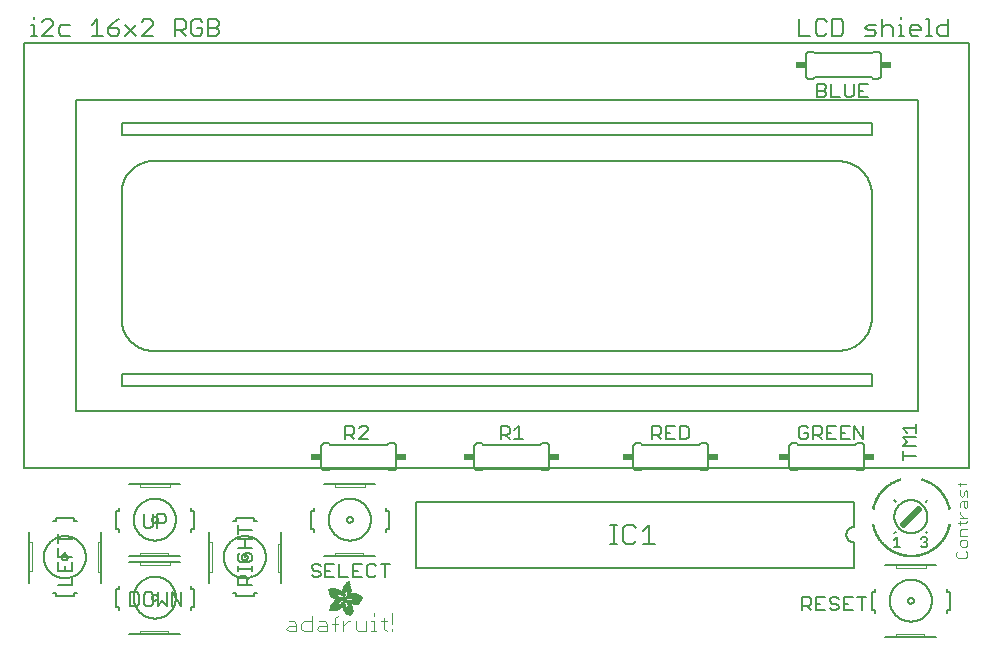
<source format=gbr>
G04 EAGLE Gerber RS-274X export*
G75*
%MOMM*%
%FSLAX34Y34*%
%LPD*%
%INSilkscreen Top*%
%IPPOS*%
%AMOC8*
5,1,8,0,0,1.08239X$1,22.5*%
G01*
%ADD10C,0.076200*%
%ADD11C,0.127000*%
%ADD12C,0.101600*%
%ADD13C,0.152400*%
%ADD14C,0.177800*%
%ADD15C,0.050800*%
%ADD16R,0.863600X0.609600*%
%ADD17C,0.609600*%
%ADD18C,0.015238*%
%ADD19R,0.063400X0.002600*%
%ADD20R,0.099000X0.002400*%
%ADD21R,0.124400X0.002600*%
%ADD22R,0.144800X0.002400*%
%ADD23R,0.162600X0.002400*%
%ADD24R,0.180200X0.002600*%
%ADD25R,0.193000X0.002400*%
%ADD26R,0.208200X0.002600*%
%ADD27R,0.221000X0.002400*%
%ADD28R,0.233600X0.002400*%
%ADD29R,0.246200X0.002600*%
%ADD30R,0.256600X0.002400*%
%ADD31R,0.266600X0.002600*%
%ADD32R,0.276800X0.002400*%
%ADD33R,0.287000X0.002400*%
%ADD34R,0.297200X0.002600*%
%ADD35R,0.304800X0.002400*%
%ADD36R,0.315000X0.002600*%
%ADD37R,0.322600X0.002400*%
%ADD38R,0.332800X0.002400*%
%ADD39R,0.340400X0.002600*%
%ADD40R,0.350400X0.002400*%
%ADD41R,0.355600X0.002600*%
%ADD42R,0.363200X0.002400*%
%ADD43R,0.370800X0.002400*%
%ADD44R,0.378400X0.002600*%
%ADD45R,0.386000X0.002400*%
%ADD46R,0.391000X0.002600*%
%ADD47R,0.398800X0.002400*%
%ADD48R,0.406400X0.002400*%
%ADD49R,0.411400X0.002600*%
%ADD50R,0.419000X0.002400*%
%ADD51R,0.426600X0.002600*%
%ADD52R,0.431800X0.002400*%
%ADD53R,0.436800X0.002400*%
%ADD54R,0.442000X0.002600*%
%ADD55R,0.447000X0.002400*%
%ADD56R,0.454600X0.002600*%
%ADD57R,0.459600X0.002400*%
%ADD58R,0.467400X0.002400*%
%ADD59R,0.469800X0.002600*%
%ADD60R,0.475000X0.002400*%
%ADD61R,0.482600X0.002600*%
%ADD62R,0.485000X0.002400*%
%ADD63R,0.490200X0.002400*%
%ADD64R,0.495200X0.002600*%
%ADD65R,0.503000X0.002400*%
%ADD66R,0.505400X0.002600*%
%ADD67R,0.510400X0.002400*%
%ADD68R,0.515600X0.002400*%
%ADD69R,0.518000X0.002600*%
%ADD70R,0.523200X0.002400*%
%ADD71R,0.525800X0.002600*%
%ADD72R,0.533400X0.002400*%
%ADD73R,0.538400X0.002400*%
%ADD74R,0.541000X0.002600*%
%ADD75R,0.546000X0.002400*%
%ADD76R,0.548600X0.002600*%
%ADD77R,0.553600X0.002400*%
%ADD78R,0.558800X0.002400*%
%ADD79R,0.561400X0.002600*%
%ADD80R,0.566400X0.002400*%
%ADD81R,0.568800X0.002600*%
%ADD82R,0.574000X0.002400*%
%ADD83R,0.576600X0.002400*%
%ADD84R,0.581600X0.002600*%
%ADD85R,0.584200X0.002400*%
%ADD86R,0.589200X0.002600*%
%ADD87R,0.591800X0.002400*%
%ADD88R,0.596800X0.002400*%
%ADD89R,0.599400X0.002600*%
%ADD90R,0.604400X0.002400*%
%ADD91R,0.604400X0.002600*%
%ADD92R,0.609600X0.002400*%
%ADD93R,0.612200X0.002400*%
%ADD94R,0.617200X0.002600*%
%ADD95R,0.619800X0.002400*%
%ADD96R,0.622200X0.002600*%
%ADD97R,0.627200X0.002400*%
%ADD98R,0.632400X0.002600*%
%ADD99R,0.635000X0.002400*%
%ADD100R,0.640000X0.002600*%
%ADD101R,0.642600X0.002400*%
%ADD102R,0.645000X0.002400*%
%ADD103R,0.647600X0.002600*%
%ADD104R,0.650200X0.002400*%
%ADD105R,0.655200X0.002600*%
%ADD106R,0.657800X0.002400*%
%ADD107R,0.662800X0.002600*%
%ADD108R,0.665400X0.002400*%
%ADD109R,0.668000X0.002600*%
%ADD110R,0.670600X0.002400*%
%ADD111R,0.673000X0.002400*%
%ADD112R,0.678200X0.002600*%
%ADD113R,0.680600X0.002400*%
%ADD114R,0.680600X0.002600*%
%ADD115R,0.685800X0.002400*%
%ADD116R,0.688400X0.002400*%
%ADD117R,0.688400X0.002600*%
%ADD118R,0.693400X0.002400*%
%ADD119R,0.696000X0.002600*%
%ADD120R,0.698400X0.002400*%
%ADD121R,0.703400X0.002600*%
%ADD122R,0.706000X0.002400*%
%ADD123R,0.706000X0.002600*%
%ADD124R,0.711200X0.002400*%
%ADD125R,0.713800X0.002400*%
%ADD126R,0.713800X0.002600*%
%ADD127R,0.716200X0.002400*%
%ADD128R,0.721200X0.002600*%
%ADD129R,0.721200X0.002400*%
%ADD130R,0.723800X0.002400*%
%ADD131R,0.723800X0.002600*%
%ADD132R,0.729000X0.002400*%
%ADD133R,0.731600X0.002600*%
%ADD134R,0.731600X0.002400*%
%ADD135R,0.734000X0.002400*%
%ADD136R,0.736600X0.002600*%
%ADD137R,0.739000X0.002400*%
%ADD138R,0.741600X0.002600*%
%ADD139R,0.741600X0.002400*%
%ADD140R,0.744200X0.002400*%
%ADD141R,0.746600X0.002600*%
%ADD142R,0.749200X0.002400*%
%ADD143R,0.751800X0.002600*%
%ADD144R,0.751800X0.002400*%
%ADD145R,0.754200X0.002400*%
%ADD146R,0.756800X0.002600*%
%ADD147R,0.759400X0.002400*%
%ADD148R,0.759400X0.002600*%
%ADD149R,0.762000X0.002400*%
%ADD150R,0.764600X0.002400*%
%ADD151R,0.764600X0.002600*%
%ADD152R,0.767000X0.002400*%
%ADD153R,0.769600X0.002600*%
%ADD154R,0.772000X0.002400*%
%ADD155R,0.774600X0.002600*%
%ADD156R,0.774600X0.002400*%
%ADD157R,0.777200X0.002600*%
%ADD158R,0.777200X0.002400*%
%ADD159R,0.205600X0.002400*%
%ADD160R,0.779800X0.002400*%
%ADD161R,0.309800X0.002600*%
%ADD162R,0.782400X0.002600*%
%ADD163R,0.381000X0.002400*%
%ADD164R,0.784800X0.002400*%
%ADD165R,0.409000X0.002600*%
%ADD166R,0.784800X0.002600*%
%ADD167R,0.787400X0.002400*%
%ADD168R,0.452000X0.002400*%
%ADD169R,0.790000X0.002600*%
%ADD170R,0.487600X0.002400*%
%ADD171R,0.790000X0.002400*%
%ADD172R,0.502800X0.002600*%
%ADD173R,0.792400X0.002600*%
%ADD174R,0.518000X0.002400*%
%ADD175R,0.792400X0.002400*%
%ADD176R,0.530800X0.002400*%
%ADD177R,0.795000X0.002400*%
%ADD178R,0.795000X0.002600*%
%ADD179R,0.797600X0.002400*%
%ADD180R,0.563800X0.002600*%
%ADD181R,0.797600X0.002600*%
%ADD182R,0.800000X0.002400*%
%ADD183R,0.586600X0.002400*%
%ADD184R,0.596800X0.002600*%
%ADD185R,0.802600X0.002600*%
%ADD186R,0.604600X0.002400*%
%ADD187R,0.805200X0.002400*%
%ADD188R,0.612200X0.002600*%
%ADD189R,0.807600X0.002600*%
%ADD190R,0.622200X0.002400*%
%ADD191R,0.807600X0.002400*%
%ADD192R,0.630000X0.002400*%
%ADD193R,0.810200X0.002400*%
%ADD194R,0.637600X0.002600*%
%ADD195R,0.810200X0.002600*%
%ADD196R,0.647600X0.002400*%
%ADD197R,0.812800X0.002400*%
%ADD198R,0.652800X0.002600*%
%ADD199R,0.812800X0.002600*%
%ADD200R,0.815200X0.002400*%
%ADD201R,0.673000X0.002600*%
%ADD202R,0.815200X0.002600*%
%ADD203R,0.817800X0.002400*%
%ADD204R,0.683200X0.002600*%
%ADD205R,0.817800X0.002600*%
%ADD206R,0.690800X0.002400*%
%ADD207R,0.820400X0.002400*%
%ADD208R,0.696000X0.002400*%
%ADD209R,0.703600X0.002600*%
%ADD210R,0.820400X0.002600*%
%ADD211R,0.708600X0.002400*%
%ADD212R,0.823000X0.002400*%
%ADD213R,0.728800X0.002600*%
%ADD214R,0.825400X0.002600*%
%ADD215R,0.825400X0.002400*%
%ADD216R,0.739000X0.002600*%
%ADD217R,0.828000X0.002600*%
%ADD218R,0.828000X0.002400*%
%ADD219R,0.749200X0.002600*%
%ADD220R,0.830600X0.002600*%
%ADD221R,0.754400X0.002400*%
%ADD222R,0.830600X0.002400*%
%ADD223R,0.833200X0.002600*%
%ADD224R,0.764400X0.002400*%
%ADD225R,0.833200X0.002400*%
%ADD226R,0.835600X0.002600*%
%ADD227R,0.833000X0.002400*%
%ADD228R,0.782400X0.002400*%
%ADD229R,0.835600X0.002400*%
%ADD230R,0.787400X0.002600*%
%ADD231R,0.838200X0.002600*%
%ADD232R,0.789800X0.002400*%
%ADD233R,0.838200X0.002400*%
%ADD234R,0.840600X0.002600*%
%ADD235R,0.797400X0.002400*%
%ADD236R,0.840600X0.002400*%
%ADD237R,0.805200X0.002600*%
%ADD238R,0.840800X0.002600*%
%ADD239R,0.840800X0.002400*%
%ADD240R,0.843200X0.002600*%
%ADD241R,0.843200X0.002400*%
%ADD242R,0.815400X0.002400*%
%ADD243R,0.845800X0.002600*%
%ADD244R,0.845800X0.002400*%
%ADD245R,0.830400X0.002600*%
%ADD246R,0.848200X0.002600*%
%ADD247R,0.848200X0.002400*%
%ADD248R,0.848400X0.002400*%
%ADD249R,0.848400X0.002600*%
%ADD250R,0.850800X0.002400*%
%ADD251R,0.853400X0.002600*%
%ADD252R,0.850800X0.002600*%
%ADD253R,0.856000X0.002400*%
%ADD254R,0.861000X0.002600*%
%ADD255R,0.863600X0.002400*%
%ADD256R,0.866000X0.002600*%
%ADD257R,0.868600X0.002400*%
%ADD258R,0.871200X0.002600*%
%ADD259R,0.873600X0.002400*%
%ADD260R,0.853400X0.002400*%
%ADD261R,0.876200X0.002400*%
%ADD262R,0.876200X0.002600*%
%ADD263R,0.881400X0.002400*%
%ADD264R,0.883800X0.002600*%
%ADD265R,0.886400X0.002400*%
%ADD266R,0.889000X0.002400*%
%ADD267R,0.891600X0.002600*%
%ADD268R,0.891400X0.002400*%
%ADD269R,0.894000X0.002600*%
%ADD270R,0.896600X0.002400*%
%ADD271R,0.899000X0.002400*%
%ADD272R,0.901600X0.002600*%
%ADD273R,0.856000X0.002600*%
%ADD274R,0.904200X0.002400*%
%ADD275R,0.904200X0.002600*%
%ADD276R,0.909200X0.002400*%
%ADD277R,0.911800X0.002400*%
%ADD278R,0.914400X0.002600*%
%ADD279R,0.916800X0.002400*%
%ADD280R,0.919400X0.002600*%
%ADD281R,0.919400X0.002400*%
%ADD282R,0.922000X0.002400*%
%ADD283R,0.924600X0.002600*%
%ADD284R,0.927000X0.002400*%
%ADD285R,0.929600X0.002600*%
%ADD286R,0.932200X0.002400*%
%ADD287R,0.934600X0.002600*%
%ADD288R,0.937200X0.002400*%
%ADD289R,0.939800X0.002600*%
%ADD290R,0.942200X0.002400*%
%ADD291R,0.942400X0.002400*%
%ADD292R,0.944800X0.002600*%
%ADD293R,0.947400X0.002400*%
%ADD294R,0.950000X0.002600*%
%ADD295R,0.952400X0.002400*%
%ADD296R,0.955000X0.002400*%
%ADD297R,0.952400X0.002600*%
%ADD298R,0.957400X0.002600*%
%ADD299R,0.365600X0.002600*%
%ADD300R,0.462200X0.002600*%
%ADD301R,0.960000X0.002400*%
%ADD302R,0.358000X0.002400*%
%ADD303R,0.454600X0.002400*%
%ADD304R,0.962600X0.002400*%
%ADD305R,0.353000X0.002400*%
%ADD306R,0.452200X0.002400*%
%ADD307R,0.965200X0.002600*%
%ADD308R,0.350400X0.002600*%
%ADD309R,0.447000X0.002600*%
%ADD310R,0.965200X0.002400*%
%ADD311R,0.348000X0.002400*%
%ADD312R,0.444400X0.002400*%
%ADD313R,0.967600X0.002600*%
%ADD314R,0.345400X0.002600*%
%ADD315R,0.439400X0.002600*%
%ADD316R,0.970200X0.002400*%
%ADD317R,0.342800X0.002400*%
%ADD318R,0.340200X0.002400*%
%ADD319R,0.972800X0.002600*%
%ADD320R,0.337800X0.002600*%
%ADD321R,0.429200X0.002600*%
%ADD322R,0.972800X0.002400*%
%ADD323R,0.335200X0.002400*%
%ADD324R,0.429200X0.002400*%
%ADD325R,0.975400X0.002600*%
%ADD326R,0.332600X0.002600*%
%ADD327R,0.424200X0.002600*%
%ADD328R,0.977800X0.002400*%
%ADD329R,0.424200X0.002400*%
%ADD330R,0.980400X0.002600*%
%ADD331R,0.330200X0.002600*%
%ADD332R,0.419000X0.002600*%
%ADD333R,0.980400X0.002400*%
%ADD334R,0.327600X0.002400*%
%ADD335R,0.414000X0.002400*%
%ADD336R,0.983000X0.002600*%
%ADD337R,0.327600X0.002600*%
%ADD338R,0.414000X0.002600*%
%ADD339R,0.983000X0.002400*%
%ADD340R,0.325000X0.002400*%
%ADD341R,0.985400X0.002400*%
%ADD342R,0.409000X0.002400*%
%ADD343R,0.988000X0.002600*%
%ADD344R,0.322600X0.002600*%
%ADD345R,0.322400X0.002400*%
%ADD346R,0.320000X0.002600*%
%ADD347R,0.403800X0.002600*%
%ADD348R,0.990600X0.002400*%
%ADD349R,0.317400X0.002400*%
%ADD350R,0.401200X0.002400*%
%ADD351R,0.990600X0.002600*%
%ADD352R,0.317400X0.002600*%
%ADD353R,0.398800X0.002600*%
%ADD354R,0.315000X0.002400*%
%ADD355R,0.396200X0.002400*%
%ADD356R,0.993000X0.002600*%
%ADD357R,0.393600X0.002600*%
%ADD358R,0.993000X0.002400*%
%ADD359R,0.312400X0.002400*%
%ADD360R,0.393600X0.002400*%
%ADD361R,0.312400X0.002600*%
%ADD362R,0.391200X0.002600*%
%ADD363R,0.309800X0.002400*%
%ADD364R,0.388600X0.002400*%
%ADD365R,1.305600X0.002600*%
%ADD366R,0.386000X0.002600*%
%ADD367R,1.300400X0.002400*%
%ADD368R,1.298000X0.002400*%
%ADD369R,0.383400X0.002400*%
%ADD370R,1.298000X0.002600*%
%ADD371R,0.383400X0.002600*%
%ADD372R,1.295400X0.002400*%
%ADD373R,1.292800X0.002600*%
%ADD374R,0.381000X0.002600*%
%ADD375R,1.290200X0.002400*%
%ADD376R,0.378400X0.002400*%
%ADD377R,1.285200X0.002600*%
%ADD378R,1.285200X0.002400*%
%ADD379R,0.373400X0.002400*%
%ADD380R,1.282600X0.002600*%
%ADD381R,0.373400X0.002600*%
%ADD382R,1.282600X0.002400*%
%ADD383R,1.277600X0.002400*%
%ADD384R,1.277600X0.002600*%
%ADD385R,0.368200X0.002600*%
%ADD386R,1.275000X0.002400*%
%ADD387R,0.368200X0.002400*%
%ADD388R,1.272400X0.002600*%
%ADD389R,0.365800X0.002600*%
%ADD390R,1.270000X0.002400*%
%ADD391R,0.365800X0.002400*%
%ADD392R,1.265000X0.002600*%
%ADD393R,0.363200X0.002600*%
%ADD394R,1.265000X0.002400*%
%ADD395R,1.262400X0.002600*%
%ADD396R,0.360600X0.002600*%
%ADD397R,1.259800X0.002400*%
%ADD398R,0.360600X0.002400*%
%ADD399R,1.257200X0.002400*%
%ADD400R,1.257200X0.002600*%
%ADD401R,0.358000X0.002600*%
%ADD402R,1.254800X0.002400*%
%ADD403R,0.355600X0.002400*%
%ADD404R,1.252200X0.002600*%
%ADD405R,1.252200X0.002400*%
%ADD406R,1.247000X0.002400*%
%ADD407R,1.247000X0.002600*%
%ADD408R,0.353000X0.002600*%
%ADD409R,1.242000X0.002600*%
%ADD410R,1.242000X0.002400*%
%ADD411R,1.239400X0.002400*%
%ADD412R,1.237000X0.002600*%
%ADD413R,0.347800X0.002600*%
%ADD414R,1.237000X0.002400*%
%ADD415R,0.347800X0.002400*%
%ADD416R,1.231800X0.002600*%
%ADD417R,1.231800X0.002400*%
%ADD418R,0.345400X0.002400*%
%ADD419R,1.226800X0.002600*%
%ADD420R,1.226800X0.002400*%
%ADD421R,1.224200X0.002600*%
%ADD422R,0.342800X0.002600*%
%ADD423R,1.221600X0.002400*%
%ADD424R,0.340400X0.002400*%
%ADD425R,1.219200X0.002600*%
%ADD426R,1.216600X0.002400*%
%ADD427R,0.337800X0.002400*%
%ADD428R,1.214200X0.002600*%
%ADD429R,1.214200X0.002400*%
%ADD430R,1.209000X0.002400*%
%ADD431R,1.209000X0.002600*%
%ADD432R,0.335200X0.002600*%
%ADD433R,1.206400X0.002600*%
%ADD434R,0.652800X0.002400*%
%ADD435R,0.083800X0.002400*%
%ADD436R,0.505400X0.002400*%
%ADD437R,0.134600X0.002400*%
%ADD438R,0.497800X0.002600*%
%ADD439R,0.332800X0.002600*%
%ADD440R,0.167600X0.002600*%
%ADD441R,0.632400X0.002400*%
%ADD442R,0.330200X0.002400*%
%ADD443R,0.195400X0.002400*%
%ADD444R,0.629800X0.002600*%
%ADD445R,0.223400X0.002600*%
%ADD446R,0.624800X0.002400*%
%ADD447R,0.474800X0.002400*%
%ADD448R,0.246400X0.002400*%
%ADD449R,0.469800X0.002400*%
%ADD450R,0.264000X0.002400*%
%ADD451R,0.619600X0.002600*%
%ADD452R,0.284400X0.002600*%
%ADD453R,0.617200X0.002400*%
%ADD454R,0.457200X0.002400*%
%ADD455R,0.302200X0.002400*%
%ADD456R,0.614600X0.002600*%
%ADD457R,0.452000X0.002600*%
%ADD458R,0.325000X0.002600*%
%ADD459R,0.439400X0.002400*%
%ADD460R,0.609600X0.002600*%
%ADD461R,0.434400X0.002600*%
%ADD462R,0.322400X0.002600*%
%ADD463R,0.602000X0.002400*%
%ADD464R,0.416400X0.002400*%
%ADD465R,0.599400X0.002400*%
%ADD466R,0.408800X0.002400*%
%ADD467R,0.320000X0.002400*%
%ADD468R,0.441800X0.002400*%
%ADD469R,0.401200X0.002600*%
%ADD470R,0.464800X0.002400*%
%ADD471R,0.594200X0.002400*%
%ADD472R,0.591800X0.002600*%
%ADD473R,0.487600X0.002600*%
%ADD474R,0.594400X0.002400*%
%ADD475R,0.495200X0.002400*%
%ADD476R,0.508000X0.002600*%
%ADD477R,0.518200X0.002400*%
%ADD478R,0.589200X0.002400*%
%ADD479R,0.375800X0.002400*%
%ADD480R,0.528400X0.002400*%
%ADD481R,0.370800X0.002600*%
%ADD482R,0.538400X0.002600*%
%ADD483R,0.586600X0.002600*%
%ADD484R,0.556200X0.002600*%
%ADD485R,0.314800X0.002400*%
%ADD486R,0.586800X0.002600*%
%ADD487R,0.584200X0.002600*%
%ADD488R,0.602000X0.002600*%
%ADD489R,0.581600X0.002400*%
%ADD490R,0.619600X0.002400*%
%ADD491R,0.627400X0.002600*%
%ADD492R,0.307200X0.002600*%
%ADD493R,0.642600X0.002600*%
%ADD494R,0.579200X0.002400*%
%ADD495R,0.307400X0.002400*%
%ADD496R,0.579000X0.002600*%
%ADD497R,0.307400X0.002600*%
%ADD498R,0.665400X0.002600*%
%ADD499R,0.307200X0.002400*%
%ADD500R,0.314800X0.002600*%
%ADD501R,0.304800X0.002600*%
%ADD502R,0.576400X0.002400*%
%ADD503R,0.576600X0.002600*%
%ADD504R,0.713600X0.002400*%
%ADD505R,0.574000X0.002600*%
%ADD506R,0.302200X0.002600*%
%ADD507R,0.721400X0.002600*%
%ADD508R,0.299600X0.002400*%
%ADD509R,0.297200X0.002400*%
%ADD510R,0.736600X0.002400*%
%ADD511R,0.292000X0.002600*%
%ADD512R,0.289600X0.002400*%
%ADD513R,0.746800X0.002400*%
%ADD514R,0.571400X0.002600*%
%ADD515R,0.287000X0.002600*%
%ADD516R,0.299800X0.002600*%
%ADD517R,0.754400X0.002600*%
%ADD518R,0.284400X0.002400*%
%ADD519R,1.061800X0.002400*%
%ADD520R,0.571400X0.002400*%
%ADD521R,0.282000X0.002400*%
%ADD522R,1.066800X0.002400*%
%ADD523R,0.279400X0.002600*%
%ADD524R,1.066800X0.002600*%
%ADD525R,1.071800X0.002400*%
%ADD526R,0.274200X0.002600*%
%ADD527R,1.074400X0.002600*%
%ADD528R,0.274200X0.002400*%
%ADD529R,1.076800X0.002400*%
%ADD530R,0.569000X0.002400*%
%ADD531R,0.271800X0.002400*%
%ADD532R,1.079400X0.002400*%
%ADD533R,0.269200X0.002600*%
%ADD534R,1.082000X0.002600*%
%ADD535R,0.266600X0.002400*%
%ADD536R,1.087000X0.002400*%
%ADD537R,0.569000X0.002600*%
%ADD538R,0.264200X0.002600*%
%ADD539R,1.087000X0.002600*%
%ADD540R,0.568800X0.002400*%
%ADD541R,0.261600X0.002400*%
%ADD542R,1.092200X0.002400*%
%ADD543R,0.259000X0.002400*%
%ADD544R,1.094800X0.002400*%
%ADD545R,0.566400X0.002600*%
%ADD546R,0.256600X0.002600*%
%ADD547R,1.097200X0.002600*%
%ADD548R,1.099800X0.002400*%
%ADD549R,0.254000X0.002600*%
%ADD550R,1.104800X0.002600*%
%ADD551R,0.251400X0.002400*%
%ADD552R,1.104800X0.002400*%
%ADD553R,0.248800X0.002400*%
%ADD554R,1.110000X0.002400*%
%ADD555R,0.246400X0.002600*%
%ADD556R,1.112400X0.002600*%
%ADD557R,1.115000X0.002400*%
%ADD558R,1.117600X0.002600*%
%ADD559R,0.563800X0.002400*%
%ADD560R,0.243800X0.002400*%
%ADD561R,1.122600X0.002400*%
%ADD562R,0.241200X0.002400*%
%ADD563R,0.241200X0.002600*%
%ADD564R,1.127800X0.002600*%
%ADD565R,0.238600X0.002400*%
%ADD566R,1.130200X0.002400*%
%ADD567R,0.236200X0.002600*%
%ADD568R,1.132800X0.002600*%
%ADD569R,0.561400X0.002400*%
%ADD570R,1.137800X0.002400*%
%ADD571R,0.561200X0.002400*%
%ADD572R,0.561200X0.002600*%
%ADD573R,0.233600X0.002600*%
%ADD574R,1.143000X0.002600*%
%ADD575R,0.231200X0.002400*%
%ADD576R,1.145600X0.002400*%
%ADD577R,0.231200X0.002600*%
%ADD578R,1.148000X0.002600*%
%ADD579R,0.228600X0.002400*%
%ADD580R,1.153200X0.002400*%
%ADD581R,0.226000X0.002400*%
%ADD582R,0.558800X0.002600*%
%ADD583R,0.228600X0.002600*%
%ADD584R,1.158200X0.002600*%
%ADD585R,1.160800X0.002400*%
%ADD586R,1.165800X0.002600*%
%ADD587R,0.223400X0.002400*%
%ADD588R,1.168400X0.002400*%
%ADD589R,1.171000X0.002400*%
%ADD590R,1.176000X0.002600*%
%ADD591R,0.220800X0.002400*%
%ADD592R,1.176000X0.002400*%
%ADD593R,0.221000X0.002600*%
%ADD594R,1.181000X0.002600*%
%ADD595R,1.186200X0.002400*%
%ADD596R,0.218400X0.002400*%
%ADD597R,1.188600X0.002400*%
%ADD598R,1.193800X0.002600*%
%ADD599R,1.196200X0.002400*%
%ADD600R,1.201400X0.002600*%
%ADD601R,0.556200X0.002400*%
%ADD602R,1.206400X0.002400*%
%ADD603R,0.218400X0.002600*%
%ADD604R,1.221600X0.002600*%
%ADD605R,0.553800X0.002400*%
%ADD606R,0.223600X0.002400*%
%ADD607R,0.553600X0.002600*%
%ADD608R,0.226000X0.002600*%
%ADD609R,0.551200X0.002600*%
%ADD610R,0.231000X0.002600*%
%ADD611R,1.249600X0.002600*%
%ADD612R,0.551200X0.002400*%
%ADD613R,0.236200X0.002400*%
%ADD614R,1.513800X0.002400*%
%ADD615R,1.513800X0.002600*%
%ADD616R,0.551000X0.002400*%
%ADD617R,1.516200X0.002600*%
%ADD618R,1.516400X0.002400*%
%ADD619R,0.551000X0.002600*%
%ADD620R,1.518800X0.002600*%
%ADD621R,1.519000X0.002400*%
%ADD622R,1.519000X0.002600*%
%ADD623R,1.521400X0.002400*%
%ADD624R,1.521400X0.002600*%
%ADD625R,1.524000X0.002400*%
%ADD626R,1.524000X0.002600*%
%ADD627R,1.526400X0.002400*%
%ADD628R,1.526600X0.002600*%
%ADD629R,1.529000X0.002400*%
%ADD630R,1.529000X0.002600*%
%ADD631R,1.531600X0.002400*%
%ADD632R,1.534200X0.002600*%
%ADD633R,1.536600X0.002400*%
%ADD634R,1.539200X0.002600*%
%ADD635R,1.541800X0.002400*%
%ADD636R,1.544200X0.002600*%
%ADD637R,1.549400X0.002400*%
%ADD638R,1.549400X0.002600*%
%ADD639R,1.554400X0.002400*%
%ADD640R,1.557000X0.002400*%
%ADD641R,0.594400X0.002600*%
%ADD642R,1.559400X0.002600*%
%ADD643R,1.564600X0.002400*%
%ADD644R,0.604600X0.002600*%
%ADD645R,1.567200X0.002600*%
%ADD646R,1.572200X0.002400*%
%ADD647R,0.614600X0.002400*%
%ADD648R,1.577200X0.002400*%
%ADD649R,0.525800X0.002400*%
%ADD650R,0.906800X0.002400*%
%ADD651R,1.168400X0.002600*%
%ADD652R,0.889000X0.002600*%
%ADD653R,1.155600X0.002400*%
%ADD654R,1.143000X0.002400*%
%ADD655R,0.866200X0.002400*%
%ADD656R,1.130200X0.002600*%
%ADD657R,1.120000X0.002400*%
%ADD658R,1.110000X0.002600*%
%ADD659R,1.084600X0.002600*%
%ADD660R,1.071800X0.002600*%
%ADD661R,1.064200X0.002400*%
%ADD662R,0.807800X0.002400*%
%ADD663R,1.059200X0.002400*%
%ADD664R,0.802600X0.002400*%
%ADD665R,1.054000X0.002600*%
%ADD666R,0.800000X0.002600*%
%ADD667R,1.049000X0.002400*%
%ADD668R,1.046400X0.002600*%
%ADD669R,1.041400X0.002400*%
%ADD670R,1.038800X0.002400*%
%ADD671R,1.033800X0.002600*%
%ADD672R,1.031200X0.002400*%
%ADD673R,1.028600X0.002600*%
%ADD674R,1.026000X0.002400*%
%ADD675R,0.782200X0.002400*%
%ADD676R,1.026200X0.002400*%
%ADD677R,1.023600X0.002600*%
%ADD678R,0.782200X0.002600*%
%ADD679R,1.021000X0.002400*%
%ADD680R,1.021000X0.002600*%
%ADD681R,1.018400X0.002400*%
%ADD682R,1.018400X0.002600*%
%ADD683R,1.023600X0.002400*%
%ADD684R,1.026200X0.002600*%
%ADD685R,1.028600X0.002400*%
%ADD686R,1.033600X0.002600*%
%ADD687R,0.797400X0.002600*%
%ADD688R,1.033600X0.002400*%
%ADD689R,1.036200X0.002600*%
%ADD690R,1.046400X0.002400*%
%ADD691R,1.049000X0.002600*%
%ADD692R,1.054000X0.002400*%
%ADD693R,1.056600X0.002600*%
%ADD694R,1.061600X0.002400*%
%ADD695R,0.822800X0.002400*%
%ADD696R,1.097200X0.002400*%
%ADD697R,0.858400X0.002600*%
%ADD698R,1.122600X0.002600*%
%ADD699R,0.878800X0.002400*%
%ADD700R,1.140400X0.002400*%
%ADD701R,0.883800X0.002400*%
%ADD702R,0.901600X0.002400*%
%ADD703R,1.170800X0.002600*%
%ADD704R,0.909200X0.002600*%
%ADD705R,1.181000X0.002400*%
%ADD706R,1.196400X0.002400*%
%ADD707R,0.929600X0.002400*%
%ADD708R,1.221800X0.002400*%
%ADD709R,0.949800X0.002400*%
%ADD710R,0.962600X0.002600*%
%ADD711R,0.975400X0.002400*%
%ADD712R,1.272400X0.002400*%
%ADD713R,1.290400X0.002600*%
%ADD714R,1.008200X0.002600*%
%ADD715R,1.318200X0.002400*%
%ADD716R,1.361400X0.002600*%
%ADD717R,2.491600X0.002400*%
%ADD718R,2.494200X0.002400*%
%ADD719R,2.499400X0.002600*%
%ADD720R,2.501800X0.002400*%
%ADD721R,2.504400X0.002600*%
%ADD722R,2.509400X0.002400*%
%ADD723R,2.512000X0.002400*%
%ADD724R,2.517200X0.002600*%
%ADD725R,2.519600X0.002400*%
%ADD726R,2.524800X0.002600*%
%ADD727R,2.527200X0.002400*%
%ADD728R,2.529800X0.002400*%
%ADD729R,2.535000X0.002600*%
%ADD730R,1.673800X0.002400*%
%ADD731R,1.661200X0.002600*%
%ADD732R,1.653400X0.002400*%
%ADD733R,1.645800X0.002400*%
%ADD734R,1.638200X0.002600*%
%ADD735R,1.635800X0.002400*%
%ADD736R,0.779800X0.002600*%
%ADD737R,1.630600X0.002600*%
%ADD738R,1.625600X0.002400*%
%ADD739R,0.772200X0.002400*%
%ADD740R,1.620400X0.002400*%
%ADD741R,1.618000X0.002600*%
%ADD742R,1.612800X0.002400*%
%ADD743R,0.764400X0.002600*%
%ADD744R,1.610200X0.002600*%
%ADD745R,1.607800X0.002400*%
%ADD746R,1.602600X0.002400*%
%ADD747R,0.757000X0.002600*%
%ADD748R,1.600200X0.002600*%
%ADD749R,1.597600X0.002400*%
%ADD750R,1.595000X0.002600*%
%ADD751R,1.592600X0.002400*%
%ADD752R,1.590000X0.002400*%
%ADD753R,0.746800X0.002600*%
%ADD754R,1.587400X0.002600*%
%ADD755R,1.585000X0.002400*%
%ADD756R,0.744200X0.002600*%
%ADD757R,1.582400X0.002600*%
%ADD758R,1.579800X0.002400*%
%ADD759R,1.577200X0.002600*%
%ADD760R,1.574800X0.002400*%
%ADD761R,0.734000X0.002600*%
%ADD762R,1.574800X0.002600*%
%ADD763R,1.338600X0.002400*%
%ADD764R,0.731400X0.002400*%
%ADD765R,1.323200X0.002400*%
%ADD766R,0.731400X0.002600*%
%ADD767R,0.213200X0.002600*%
%ADD768R,1.315600X0.002600*%
%ADD769R,0.210800X0.002400*%
%ADD770R,1.308000X0.002400*%
%ADD771R,0.726400X0.002600*%
%ADD772R,0.210800X0.002600*%
%ADD773R,1.300400X0.002600*%
%ADD774R,0.721400X0.002400*%
%ADD775R,0.208200X0.002400*%
%ADD776R,0.718800X0.002400*%
%ADD777R,0.716200X0.002600*%
%ADD778R,1.267400X0.002400*%
%ADD779R,0.713600X0.002600*%
%ADD780R,1.254800X0.002600*%
%ADD781R,1.249600X0.002400*%
%ADD782R,0.711200X0.002600*%
%ADD783R,1.244600X0.002600*%
%ADD784R,0.706200X0.002400*%
%ADD785R,0.213400X0.002400*%
%ADD786R,0.213200X0.002400*%
%ADD787R,0.215800X0.002600*%
%ADD788R,1.221800X0.002600*%
%ADD789R,0.701000X0.002400*%
%ADD790R,0.215800X0.002400*%
%ADD791R,1.219200X0.002400*%
%ADD792R,1.214000X0.002400*%
%ADD793R,0.701000X0.002600*%
%ADD794R,0.223600X0.002600*%
%ADD795R,1.198800X0.002600*%
%ADD796R,0.695800X0.002400*%
%ADD797R,1.193800X0.002400*%
%ADD798R,1.188800X0.002400*%
%ADD799R,0.695800X0.002600*%
%ADD800R,1.186200X0.002600*%
%ADD801R,0.690800X0.002600*%
%ADD802R,1.178400X0.002600*%
%ADD803R,0.238800X0.002400*%
%ADD804R,1.173400X0.002400*%
%ADD805R,0.688200X0.002400*%
%ADD806R,0.688200X0.002600*%
%ADD807R,1.163200X0.002600*%
%ADD808R,1.158200X0.002400*%
%ADD809R,0.685800X0.002600*%
%ADD810R,1.155600X0.002600*%
%ADD811R,1.150600X0.002400*%
%ADD812R,0.683200X0.002400*%
%ADD813R,1.145400X0.002400*%
%ADD814R,0.256400X0.002400*%
%ADD815R,1.135400X0.002400*%
%ADD816R,0.261600X0.002600*%
%ADD817R,1.127600X0.002400*%
%ADD818R,1.125200X0.002400*%
%ADD819R,1.120000X0.002600*%
%ADD820R,0.678200X0.002400*%
%ADD821R,1.107400X0.002400*%
%ADD822R,0.675600X0.002400*%
%ADD823R,1.102200X0.002400*%
%ADD824R,1.099800X0.002600*%
%ADD825R,0.675600X0.002600*%
%ADD826R,1.089600X0.002600*%
%ADD827R,0.294600X0.002400*%
%ADD828R,1.084400X0.002400*%
%ADD829R,1.082000X0.002400*%
%ADD830R,1.076800X0.002600*%
%ADD831R,1.069200X0.002600*%
%ADD832R,1.051400X0.002400*%
%ADD833R,0.670400X0.002400*%
%ADD834R,0.670600X0.002600*%
%ADD835R,1.031200X0.002600*%
%ADD836R,0.670400X0.002600*%
%ADD837R,1.016000X0.002400*%
%ADD838R,1.010800X0.002600*%
%ADD839R,0.376000X0.002400*%
%ADD840R,1.005800X0.002400*%
%ADD841R,1.000800X0.002600*%
%ADD842R,0.998200X0.002400*%
%ADD843R,0.391200X0.002400*%
%ADD844R,0.396200X0.002600*%
%ADD845R,0.401400X0.002400*%
%ADD846R,0.406400X0.002600*%
%ADD847R,0.977800X0.002600*%
%ADD848R,0.421600X0.002400*%
%ADD849R,0.955000X0.002600*%
%ADD850R,0.950000X0.002400*%
%ADD851R,0.944800X0.002400*%
%ADD852R,0.942200X0.002600*%
%ADD853R,0.467200X0.002400*%
%ADD854R,0.477400X0.002600*%
%ADD855R,0.530800X0.002600*%
%ADD856R,0.906800X0.002600*%
%ADD857R,1.325800X0.002400*%
%ADD858R,0.894000X0.002400*%
%ADD859R,1.325800X0.002600*%
%ADD860R,1.328400X0.002400*%
%ADD861R,1.328400X0.002600*%
%ADD862R,0.881400X0.002600*%
%ADD863R,1.333400X0.002400*%
%ADD864R,1.333400X0.002600*%
%ADD865R,0.863600X0.002600*%
%ADD866R,0.858400X0.002400*%
%ADD867R,1.336000X0.002600*%
%ADD868R,1.338600X0.002600*%
%ADD869R,0.833000X0.002600*%
%ADD870R,1.343600X0.002400*%
%ADD871R,1.343600X0.002600*%
%ADD872R,0.365600X0.002400*%
%ADD873R,1.346200X0.002400*%
%ADD874R,1.348800X0.002600*%
%ADD875R,1.348800X0.002400*%
%ADD876R,1.351200X0.002600*%
%ADD877R,1.351200X0.002400*%
%ADD878R,0.269200X0.002400*%
%ADD879R,1.353800X0.002400*%
%ADD880R,0.249000X0.002400*%
%ADD881R,1.353800X0.002600*%
%ADD882R,0.340200X0.002600*%
%ADD883R,1.356200X0.002400*%
%ADD884R,1.358800X0.002600*%
%ADD885R,0.198200X0.002600*%
%ADD886R,1.358800X0.002400*%
%ADD887R,0.180200X0.002400*%
%ADD888R,0.157400X0.002400*%
%ADD889R,0.132000X0.002600*%
%ADD890R,1.364000X0.002400*%
%ADD891R,0.101600X0.002400*%
%ADD892R,1.364000X0.002600*%
%ADD893R,0.050800X0.002600*%
%ADD894R,1.369000X0.002400*%
%ADD895R,1.369000X0.002600*%
%ADD896R,1.371600X0.002600*%
%ADD897R,1.374200X0.002400*%
%ADD898R,1.376600X0.002600*%
%ADD899R,1.376600X0.002400*%
%ADD900R,1.379200X0.002600*%
%ADD901R,1.381800X0.002400*%
%ADD902R,1.381800X0.002600*%
%ADD903R,1.386800X0.002400*%
%ADD904R,1.386800X0.002600*%
%ADD905R,0.294600X0.002600*%
%ADD906R,1.389200X0.002400*%
%ADD907R,1.389200X0.002600*%
%ADD908R,1.394400X0.002400*%
%ADD909R,0.292000X0.002400*%
%ADD910R,1.394400X0.002600*%
%ADD911R,1.397000X0.002400*%
%ADD912R,1.397000X0.002600*%
%ADD913R,1.402000X0.002400*%
%ADD914R,1.402000X0.002600*%
%ADD915R,0.289600X0.002600*%
%ADD916R,1.404600X0.002400*%
%ADD917R,1.407000X0.002600*%
%ADD918R,1.409600X0.002400*%
%ADD919R,1.412200X0.002600*%
%ADD920R,1.412200X0.002400*%
%ADD921R,1.414800X0.002600*%
%ADD922R,1.417200X0.002400*%
%ADD923R,1.419800X0.002600*%
%ADD924R,1.419800X0.002400*%
%ADD925R,1.422400X0.002400*%
%ADD926R,1.424800X0.002600*%
%ADD927R,1.424800X0.002400*%
%ADD928R,1.051400X0.002600*%
%ADD929R,0.375800X0.002600*%
%ADD930R,1.044000X0.002400*%
%ADD931R,0.383600X0.002400*%
%ADD932R,1.041400X0.002600*%
%ADD933R,0.299600X0.002600*%
%ADD934R,1.038800X0.002600*%
%ADD935R,0.388600X0.002600*%
%ADD936R,1.036200X0.002400*%
%ADD937R,0.398600X0.002600*%
%ADD938R,0.398600X0.002400*%
%ADD939R,1.018600X0.002600*%
%ADD940R,0.403800X0.002400*%
%ADD941R,1.013400X0.002600*%
%ADD942R,1.008400X0.002400*%
%ADD943R,0.411400X0.002400*%
%ADD944R,1.005800X0.002600*%
%ADD945R,1.003200X0.002400*%
%ADD946R,0.421600X0.002600*%
%ADD947R,0.426800X0.002400*%
%ADD948R,0.995600X0.002400*%
%ADD949R,0.441800X0.002600*%
%ADD950R,0.988000X0.002400*%
%ADD951R,0.985400X0.002600*%
%ADD952R,0.975200X0.002400*%
%ADD953R,0.970200X0.002600*%
%ADD954R,0.967600X0.002400*%
%ADD955R,0.960000X0.002600*%
%ADD956R,0.805000X0.002600*%
%ADD957R,0.957400X0.002400*%
%ADD958R,0.947400X0.002600*%
%ADD959R,0.934600X0.002400*%
%ADD960R,0.927000X0.002600*%
%ADD961R,0.924600X0.002400*%
%ADD962R,0.917000X0.002400*%
%ADD963R,0.891400X0.002600*%
%ADD964R,0.861000X0.002400*%
%ADD965R,0.789800X0.002600*%
%ADD966R,0.772200X0.002600*%
%ADD967R,0.772000X0.002600*%
%ADD968R,0.726400X0.002400*%
%ADD969R,0.769600X0.002400*%
%ADD970R,0.718800X0.002600*%
%ADD971R,0.767000X0.002600*%
%ADD972R,0.660400X0.002400*%
%ADD973R,0.650200X0.002600*%
%ADD974R,0.637400X0.002400*%
%ADD975R,0.607000X0.002400*%
%ADD976R,0.535800X0.002400*%
%ADD977R,0.756800X0.002400*%
%ADD978R,0.061000X0.002400*%
%ADD979R,0.746600X0.002400*%
%ADD980R,0.729000X0.002600*%
%ADD981R,0.703600X0.002400*%
%ADD982R,0.698400X0.002600*%
%ADD983R,0.693400X0.002600*%
%ADD984R,0.680800X0.002400*%
%ADD985R,0.680800X0.002600*%
%ADD986R,0.668000X0.002400*%
%ADD987R,0.663000X0.002400*%
%ADD988R,0.663000X0.002600*%
%ADD989R,0.655200X0.002400*%
%ADD990R,0.652600X0.002600*%
%ADD991R,0.652600X0.002400*%
%ADD992R,0.645200X0.002400*%
%ADD993R,0.645200X0.002600*%
%ADD994R,0.640000X0.002400*%
%ADD995R,0.635000X0.002600*%
%ADD996R,0.629800X0.002400*%
%ADD997R,0.627400X0.002400*%
%ADD998R,0.612000X0.002600*%
%ADD999R,0.612000X0.002400*%
%ADD1000R,0.607000X0.002600*%
%ADD1001R,0.553800X0.002600*%
%ADD1002R,0.546000X0.002600*%
%ADD1003R,0.543400X0.002400*%
%ADD1004R,0.543400X0.002600*%
%ADD1005R,0.536000X0.002400*%
%ADD1006R,0.536000X0.002600*%
%ADD1007R,0.528200X0.002600*%
%ADD1008R,0.525600X0.002400*%
%ADD1009R,0.520600X0.002600*%
%ADD1010R,0.515600X0.002600*%
%ADD1011R,0.510600X0.002400*%
%ADD1012R,0.502800X0.002400*%
%ADD1013R,0.500400X0.002600*%
%ADD1014R,0.497800X0.002400*%
%ADD1015R,0.492800X0.002400*%
%ADD1016R,0.492800X0.002600*%
%ADD1017R,0.485000X0.002600*%
%ADD1018R,0.482600X0.002400*%
%ADD1019R,0.480000X0.002400*%
%ADD1020R,0.475000X0.002600*%
%ADD1021R,0.472400X0.002400*%
%ADD1022R,0.444400X0.002600*%
%ADD1023R,0.442000X0.002400*%
%ADD1024R,0.436800X0.002600*%
%ADD1025R,0.434200X0.002400*%
%ADD1026R,0.416600X0.002400*%
%ADD1027R,0.358200X0.002400*%
%ADD1028R,0.289400X0.002400*%
%ADD1029R,0.276800X0.002600*%
%ADD1030R,0.256400X0.002600*%
%ADD1031R,0.254000X0.002400*%
%ADD1032R,0.243800X0.002600*%
%ADD1033R,0.231000X0.002400*%
%ADD1034R,0.203200X0.002400*%
%ADD1035R,0.200600X0.002600*%
%ADD1036R,0.195600X0.002400*%
%ADD1037R,0.193000X0.002600*%
%ADD1038R,0.188000X0.002400*%
%ADD1039R,0.182800X0.002400*%
%ADD1040R,0.172600X0.002400*%
%ADD1041R,0.170200X0.002600*%
%ADD1042R,0.167600X0.002400*%
%ADD1043R,0.160000X0.002400*%
%ADD1044R,0.157400X0.002600*%
%ADD1045R,0.152400X0.002400*%
%ADD1046R,0.149800X0.002600*%
%ADD1047R,0.139600X0.002400*%
%ADD1048R,0.137200X0.002600*%
%ADD1049R,0.129400X0.002400*%
%ADD1050R,0.127000X0.002600*%
%ADD1051R,0.124400X0.002400*%
%ADD1052R,0.119400X0.002400*%
%ADD1053R,0.114200X0.002600*%
%ADD1054R,0.109200X0.002400*%
%ADD1055R,0.106600X0.002600*%
%ADD1056R,0.096400X0.002400*%
%ADD1057R,0.094000X0.002600*%
%ADD1058R,0.088800X0.002400*%
%ADD1059R,0.083800X0.002600*%
%ADD1060R,0.078600X0.002400*%
%ADD1061R,0.076200X0.002400*%
%ADD1062R,0.073600X0.002600*%
%ADD1063R,0.066000X0.002400*%
%ADD1064R,0.058400X0.002400*%
%ADD1065R,0.055800X0.002400*%
%ADD1066R,0.048200X0.002600*%
%ADD1067R,0.045600X0.002400*%
%ADD1068R,0.043200X0.002600*%
%ADD1069R,0.038000X0.002400*%
%ADD1070R,0.035600X0.002400*%
%ADD1071R,0.027800X0.002600*%
%ADD1072R,0.025400X0.002400*%
%ADD1073R,0.020200X0.002600*%
%ADD1074R,0.017800X0.002400*%
%ADD1075R,0.015200X0.002400*%
%ADD1076R,0.010000X0.002600*%
%ADD1077R,0.007600X0.002400*%


D10*
X794421Y75232D02*
X792853Y73664D01*
X792853Y70529D01*
X794421Y68961D01*
X800691Y68961D01*
X802259Y70529D01*
X802259Y73664D01*
X800691Y75232D01*
X802259Y79884D02*
X802259Y83019D01*
X800691Y84587D01*
X797556Y84587D01*
X795988Y83019D01*
X795988Y79884D01*
X797556Y78316D01*
X800691Y78316D01*
X802259Y79884D01*
X802259Y87671D02*
X795988Y87671D01*
X795988Y92374D01*
X797556Y93942D01*
X802259Y93942D01*
X800691Y98594D02*
X794421Y98594D01*
X800691Y98594D02*
X802259Y100162D01*
X795988Y100162D02*
X795988Y97027D01*
X795988Y103263D02*
X802259Y103263D01*
X799124Y103263D02*
X795988Y106399D01*
X795988Y107966D01*
X795988Y112627D02*
X795988Y115762D01*
X797556Y117330D01*
X802259Y117330D01*
X802259Y112627D01*
X800691Y111059D01*
X799124Y112627D01*
X799124Y117330D01*
X802259Y120415D02*
X802259Y125118D01*
X800691Y126685D01*
X799124Y125118D01*
X799124Y121982D01*
X797556Y120415D01*
X795988Y121982D01*
X795988Y126685D01*
X794421Y131337D02*
X800691Y131337D01*
X802259Y132905D01*
X795988Y132905D02*
X795988Y129770D01*
D11*
X11855Y520496D02*
X9525Y520496D01*
X11855Y520496D02*
X11855Y511175D01*
X9525Y511175D02*
X14186Y511175D01*
X11855Y525157D02*
X11855Y527487D01*
X18880Y511175D02*
X28201Y511175D01*
X18880Y511175D02*
X28201Y520496D01*
X28201Y522827D01*
X25871Y525157D01*
X21211Y525157D01*
X18880Y522827D01*
X35243Y520496D02*
X42234Y520496D01*
X35243Y520496D02*
X32913Y518166D01*
X32913Y513505D01*
X35243Y511175D01*
X42234Y511175D01*
X60979Y520496D02*
X65639Y525157D01*
X65639Y511175D01*
X60979Y511175D02*
X70300Y511175D01*
X79672Y522827D02*
X84333Y525157D01*
X79672Y522827D02*
X75011Y518166D01*
X75011Y513505D01*
X77342Y511175D01*
X82002Y511175D01*
X84333Y513505D01*
X84333Y515836D01*
X82002Y518166D01*
X75011Y518166D01*
X89044Y520496D02*
X98365Y511175D01*
X89044Y511175D02*
X98365Y520496D01*
X103077Y511175D02*
X112398Y511175D01*
X103077Y511175D02*
X112398Y520496D01*
X112398Y522827D01*
X110068Y525157D01*
X105407Y525157D01*
X103077Y522827D01*
X131142Y525157D02*
X131142Y511175D01*
X131142Y525157D02*
X138133Y525157D01*
X140464Y522827D01*
X140464Y518166D01*
X138133Y515836D01*
X131142Y515836D01*
X135803Y515836D02*
X140464Y511175D01*
X152166Y525157D02*
X154497Y522827D01*
X152166Y525157D02*
X147506Y525157D01*
X145175Y522827D01*
X145175Y513505D01*
X147506Y511175D01*
X152166Y511175D01*
X154497Y513505D01*
X154497Y518166D01*
X149836Y518166D01*
X159208Y511175D02*
X159208Y525157D01*
X166199Y525157D01*
X168529Y522827D01*
X168529Y520496D01*
X166199Y518166D01*
X168529Y515836D01*
X168529Y513505D01*
X166199Y511175D01*
X159208Y511175D01*
X159208Y518166D02*
X166199Y518166D01*
X659765Y525157D02*
X659765Y511175D01*
X669086Y511175D01*
X680789Y525157D02*
X683119Y522827D01*
X680789Y525157D02*
X676128Y525157D01*
X673798Y522827D01*
X673798Y513505D01*
X676128Y511175D01*
X680789Y511175D01*
X683119Y513505D01*
X687831Y511175D02*
X687831Y525157D01*
X687831Y511175D02*
X694822Y511175D01*
X697152Y513505D01*
X697152Y522827D01*
X694822Y525157D01*
X687831Y525157D01*
X715896Y511175D02*
X722887Y511175D01*
X725217Y513505D01*
X722887Y515836D01*
X718226Y515836D01*
X715896Y518166D01*
X718226Y520496D01*
X725217Y520496D01*
X729929Y525157D02*
X729929Y511175D01*
X729929Y518166D02*
X732259Y520496D01*
X736920Y520496D01*
X739250Y518166D01*
X739250Y511175D01*
X743962Y520496D02*
X746292Y520496D01*
X746292Y511175D01*
X743962Y511175D02*
X748622Y511175D01*
X746292Y525157D02*
X746292Y527487D01*
X755647Y511175D02*
X760308Y511175D01*
X755647Y511175D02*
X753317Y513505D01*
X753317Y518166D01*
X755647Y520496D01*
X760308Y520496D01*
X762638Y518166D01*
X762638Y515836D01*
X753317Y515836D01*
X767350Y525157D02*
X769680Y525157D01*
X769680Y511175D01*
X767350Y511175D02*
X772010Y511175D01*
X786026Y511175D02*
X786026Y525157D01*
X786026Y511175D02*
X779035Y511175D01*
X776705Y513505D01*
X776705Y518166D01*
X779035Y520496D01*
X786026Y520496D01*
D12*
X231908Y15671D02*
X227501Y15671D01*
X231908Y15671D02*
X234111Y13468D01*
X234111Y6858D01*
X227501Y6858D01*
X225298Y9061D01*
X227501Y11264D01*
X234111Y11264D01*
X247208Y6858D02*
X247208Y20077D01*
X247208Y6858D02*
X240598Y6858D01*
X238395Y9061D01*
X238395Y13468D01*
X240598Y15671D01*
X247208Y15671D01*
X253696Y15671D02*
X258102Y15671D01*
X260305Y13468D01*
X260305Y6858D01*
X253696Y6858D01*
X251493Y9061D01*
X253696Y11264D01*
X260305Y11264D01*
X266793Y6858D02*
X266793Y17874D01*
X268996Y20077D01*
X268996Y13468D02*
X264590Y13468D01*
X273321Y15671D02*
X273321Y6858D01*
X273321Y11264D02*
X277728Y15671D01*
X279931Y15671D01*
X284236Y15671D02*
X284236Y9061D01*
X286439Y6858D01*
X293048Y6858D01*
X293048Y15671D01*
X297333Y15671D02*
X299536Y15671D01*
X299536Y6858D01*
X297333Y6858D02*
X301739Y6858D01*
X299536Y20077D02*
X299536Y22281D01*
X308268Y17874D02*
X308268Y9061D01*
X310471Y6858D01*
X310471Y15671D02*
X306064Y15671D01*
X314796Y9061D02*
X314796Y6858D01*
X314796Y13468D02*
X314796Y22281D01*
D13*
X706120Y95250D02*
X706120Y116840D01*
X706120Y95250D02*
X705962Y95248D01*
X705803Y95242D01*
X705645Y95232D01*
X705488Y95218D01*
X705330Y95201D01*
X705174Y95179D01*
X705017Y95154D01*
X704862Y95124D01*
X704707Y95091D01*
X704553Y95054D01*
X704400Y95013D01*
X704248Y94968D01*
X704098Y94919D01*
X703948Y94867D01*
X703800Y94811D01*
X703653Y94751D01*
X703508Y94688D01*
X703365Y94621D01*
X703223Y94551D01*
X703083Y94477D01*
X702945Y94399D01*
X702809Y94318D01*
X702675Y94234D01*
X702543Y94147D01*
X702413Y94056D01*
X702286Y93962D01*
X702161Y93865D01*
X702038Y93764D01*
X701918Y93661D01*
X701801Y93555D01*
X701686Y93446D01*
X701574Y93334D01*
X701465Y93219D01*
X701359Y93102D01*
X701256Y92982D01*
X701155Y92859D01*
X701058Y92734D01*
X700964Y92607D01*
X700873Y92477D01*
X700786Y92345D01*
X700702Y92211D01*
X700621Y92075D01*
X700543Y91937D01*
X700469Y91797D01*
X700399Y91655D01*
X700332Y91512D01*
X700269Y91367D01*
X700209Y91220D01*
X700153Y91072D01*
X700101Y90922D01*
X700052Y90772D01*
X700007Y90620D01*
X699966Y90467D01*
X699929Y90313D01*
X699896Y90158D01*
X699866Y90003D01*
X699841Y89846D01*
X699819Y89690D01*
X699802Y89532D01*
X699788Y89375D01*
X699778Y89217D01*
X699772Y89058D01*
X699770Y88900D01*
X699772Y88742D01*
X699778Y88583D01*
X699788Y88425D01*
X699802Y88268D01*
X699819Y88110D01*
X699841Y87954D01*
X699866Y87797D01*
X699896Y87642D01*
X699929Y87487D01*
X699966Y87333D01*
X700007Y87180D01*
X700052Y87028D01*
X700101Y86878D01*
X700153Y86728D01*
X700209Y86580D01*
X700269Y86433D01*
X700332Y86288D01*
X700399Y86145D01*
X700469Y86003D01*
X700543Y85863D01*
X700621Y85725D01*
X700702Y85589D01*
X700786Y85455D01*
X700873Y85323D01*
X700964Y85193D01*
X701058Y85066D01*
X701155Y84941D01*
X701256Y84818D01*
X701359Y84698D01*
X701465Y84581D01*
X701574Y84466D01*
X701686Y84354D01*
X701801Y84245D01*
X701918Y84139D01*
X702038Y84036D01*
X702161Y83935D01*
X702286Y83838D01*
X702413Y83744D01*
X702543Y83653D01*
X702675Y83566D01*
X702809Y83482D01*
X702945Y83401D01*
X703083Y83323D01*
X703223Y83249D01*
X703365Y83179D01*
X703508Y83112D01*
X703653Y83049D01*
X703800Y82989D01*
X703948Y82933D01*
X704098Y82881D01*
X704248Y82832D01*
X704400Y82787D01*
X704553Y82746D01*
X704707Y82709D01*
X704862Y82676D01*
X705017Y82646D01*
X705174Y82621D01*
X705330Y82599D01*
X705488Y82582D01*
X705645Y82568D01*
X705803Y82558D01*
X705962Y82552D01*
X706120Y82550D01*
X706120Y116840D02*
X335280Y116840D01*
X706120Y82550D02*
X706120Y60960D01*
X335280Y60960D01*
X335280Y116840D01*
D14*
X499999Y81153D02*
X505338Y81153D01*
X502668Y81153D02*
X502668Y97169D01*
X499999Y97169D02*
X505338Y97169D01*
X518921Y97169D02*
X521591Y94499D01*
X518921Y97169D02*
X513583Y97169D01*
X510913Y94499D01*
X510913Y83822D01*
X513583Y81153D01*
X518921Y81153D01*
X521591Y83822D01*
X527285Y91830D02*
X532624Y97169D01*
X532624Y81153D01*
X537962Y81153D02*
X527285Y81153D01*
D13*
X147320Y93980D02*
X144780Y93980D01*
X147320Y93980D02*
X147320Y109220D01*
X144780Y109220D01*
X83820Y109220D02*
X81280Y109220D01*
X81280Y93980D01*
X83820Y93980D01*
D15*
X101600Y129540D02*
X101600Y132080D01*
X101600Y129540D02*
X127000Y129540D01*
X127000Y132080D01*
X125730Y73660D02*
X101600Y73660D01*
X125730Y73660D02*
X125730Y71120D01*
X101600Y71120D02*
X101600Y73660D01*
D13*
X101600Y71120D02*
X92710Y71120D01*
X127000Y132080D02*
X135890Y132080D01*
X127000Y132080D02*
X101600Y132080D01*
X92710Y132080D01*
X101600Y71120D02*
X125730Y71120D01*
X135890Y71120D01*
X144780Y91440D02*
X144780Y93980D01*
X144780Y109220D02*
X144780Y111760D01*
X83820Y93980D02*
X83820Y91440D01*
X83820Y109220D02*
X83820Y111760D01*
X96520Y101600D02*
X96525Y102036D01*
X96541Y102472D01*
X96568Y102908D01*
X96606Y103343D01*
X96654Y103776D01*
X96712Y104209D01*
X96782Y104640D01*
X96862Y105069D01*
X96952Y105496D01*
X97053Y105920D01*
X97164Y106342D01*
X97286Y106761D01*
X97417Y107177D01*
X97559Y107590D01*
X97711Y107999D01*
X97873Y108404D01*
X98045Y108805D01*
X98227Y109202D01*
X98418Y109594D01*
X98619Y109981D01*
X98830Y110364D01*
X99050Y110741D01*
X99279Y111112D01*
X99516Y111478D01*
X99763Y111838D01*
X100019Y112192D01*
X100283Y112539D01*
X100556Y112880D01*
X100837Y113213D01*
X101126Y113540D01*
X101423Y113860D01*
X101728Y114172D01*
X102040Y114477D01*
X102360Y114774D01*
X102687Y115063D01*
X103020Y115344D01*
X103361Y115617D01*
X103708Y115881D01*
X104062Y116137D01*
X104422Y116384D01*
X104788Y116621D01*
X105159Y116850D01*
X105536Y117070D01*
X105919Y117281D01*
X106306Y117482D01*
X106698Y117673D01*
X107095Y117855D01*
X107496Y118027D01*
X107901Y118189D01*
X108310Y118341D01*
X108723Y118483D01*
X109139Y118614D01*
X109558Y118736D01*
X109980Y118847D01*
X110404Y118948D01*
X110831Y119038D01*
X111260Y119118D01*
X111691Y119188D01*
X112124Y119246D01*
X112557Y119294D01*
X112992Y119332D01*
X113428Y119359D01*
X113864Y119375D01*
X114300Y119380D01*
X114736Y119375D01*
X115172Y119359D01*
X115608Y119332D01*
X116043Y119294D01*
X116476Y119246D01*
X116909Y119188D01*
X117340Y119118D01*
X117769Y119038D01*
X118196Y118948D01*
X118620Y118847D01*
X119042Y118736D01*
X119461Y118614D01*
X119877Y118483D01*
X120290Y118341D01*
X120699Y118189D01*
X121104Y118027D01*
X121505Y117855D01*
X121902Y117673D01*
X122294Y117482D01*
X122681Y117281D01*
X123064Y117070D01*
X123441Y116850D01*
X123812Y116621D01*
X124178Y116384D01*
X124538Y116137D01*
X124892Y115881D01*
X125239Y115617D01*
X125580Y115344D01*
X125913Y115063D01*
X126240Y114774D01*
X126560Y114477D01*
X126872Y114172D01*
X127177Y113860D01*
X127474Y113540D01*
X127763Y113213D01*
X128044Y112880D01*
X128317Y112539D01*
X128581Y112192D01*
X128837Y111838D01*
X129084Y111478D01*
X129321Y111112D01*
X129550Y110741D01*
X129770Y110364D01*
X129981Y109981D01*
X130182Y109594D01*
X130373Y109202D01*
X130555Y108805D01*
X130727Y108404D01*
X130889Y107999D01*
X131041Y107590D01*
X131183Y107177D01*
X131314Y106761D01*
X131436Y106342D01*
X131547Y105920D01*
X131648Y105496D01*
X131738Y105069D01*
X131818Y104640D01*
X131888Y104209D01*
X131946Y103776D01*
X131994Y103343D01*
X132032Y102908D01*
X132059Y102472D01*
X132075Y102036D01*
X132080Y101600D01*
X132075Y101164D01*
X132059Y100728D01*
X132032Y100292D01*
X131994Y99857D01*
X131946Y99424D01*
X131888Y98991D01*
X131818Y98560D01*
X131738Y98131D01*
X131648Y97704D01*
X131547Y97280D01*
X131436Y96858D01*
X131314Y96439D01*
X131183Y96023D01*
X131041Y95610D01*
X130889Y95201D01*
X130727Y94796D01*
X130555Y94395D01*
X130373Y93998D01*
X130182Y93606D01*
X129981Y93219D01*
X129770Y92836D01*
X129550Y92459D01*
X129321Y92088D01*
X129084Y91722D01*
X128837Y91362D01*
X128581Y91008D01*
X128317Y90661D01*
X128044Y90320D01*
X127763Y89987D01*
X127474Y89660D01*
X127177Y89340D01*
X126872Y89028D01*
X126560Y88723D01*
X126240Y88426D01*
X125913Y88137D01*
X125580Y87856D01*
X125239Y87583D01*
X124892Y87319D01*
X124538Y87063D01*
X124178Y86816D01*
X123812Y86579D01*
X123441Y86350D01*
X123064Y86130D01*
X122681Y85919D01*
X122294Y85718D01*
X121902Y85527D01*
X121505Y85345D01*
X121104Y85173D01*
X120699Y85011D01*
X120290Y84859D01*
X119877Y84717D01*
X119461Y84586D01*
X119042Y84464D01*
X118620Y84353D01*
X118196Y84252D01*
X117769Y84162D01*
X117340Y84082D01*
X116909Y84012D01*
X116476Y83954D01*
X116043Y83906D01*
X115608Y83868D01*
X115172Y83841D01*
X114736Y83825D01*
X114300Y83820D01*
X113864Y83825D01*
X113428Y83841D01*
X112992Y83868D01*
X112557Y83906D01*
X112124Y83954D01*
X111691Y84012D01*
X111260Y84082D01*
X110831Y84162D01*
X110404Y84252D01*
X109980Y84353D01*
X109558Y84464D01*
X109139Y84586D01*
X108723Y84717D01*
X108310Y84859D01*
X107901Y85011D01*
X107496Y85173D01*
X107095Y85345D01*
X106698Y85527D01*
X106306Y85718D01*
X105919Y85919D01*
X105536Y86130D01*
X105159Y86350D01*
X104788Y86579D01*
X104422Y86816D01*
X104062Y87063D01*
X103708Y87319D01*
X103361Y87583D01*
X103020Y87856D01*
X102687Y88137D01*
X102360Y88426D01*
X102040Y88723D01*
X101728Y89028D01*
X101423Y89340D01*
X101126Y89660D01*
X100837Y89987D01*
X100556Y90320D01*
X100283Y90661D01*
X100019Y91008D01*
X99763Y91362D01*
X99516Y91722D01*
X99279Y92088D01*
X99050Y92459D01*
X98830Y92836D01*
X98619Y93219D01*
X98418Y93606D01*
X98227Y93998D01*
X98045Y94395D01*
X97873Y94796D01*
X97711Y95201D01*
X97559Y95610D01*
X97417Y96023D01*
X97286Y96439D01*
X97164Y96858D01*
X97053Y97280D01*
X96952Y97704D01*
X96862Y98131D01*
X96782Y98560D01*
X96712Y98991D01*
X96654Y99424D01*
X96606Y99857D01*
X96568Y100292D01*
X96541Y100728D01*
X96525Y101164D01*
X96520Y101600D01*
X111760Y101600D02*
X111762Y101700D01*
X111768Y101801D01*
X111778Y101900D01*
X111792Y102000D01*
X111809Y102099D01*
X111831Y102197D01*
X111857Y102294D01*
X111886Y102390D01*
X111919Y102484D01*
X111956Y102578D01*
X111996Y102670D01*
X112040Y102760D01*
X112088Y102848D01*
X112139Y102935D01*
X112193Y103019D01*
X112251Y103101D01*
X112312Y103181D01*
X112376Y103258D01*
X112443Y103333D01*
X112513Y103405D01*
X112586Y103474D01*
X112661Y103540D01*
X112739Y103604D01*
X112819Y103664D01*
X112902Y103721D01*
X112987Y103774D01*
X113074Y103824D01*
X113163Y103871D01*
X113253Y103914D01*
X113345Y103954D01*
X113439Y103990D01*
X113534Y104022D01*
X113630Y104050D01*
X113728Y104075D01*
X113826Y104095D01*
X113925Y104112D01*
X114025Y104125D01*
X114124Y104134D01*
X114225Y104139D01*
X114325Y104140D01*
X114425Y104137D01*
X114526Y104130D01*
X114625Y104119D01*
X114725Y104104D01*
X114823Y104086D01*
X114921Y104063D01*
X115018Y104036D01*
X115113Y104006D01*
X115208Y103972D01*
X115301Y103934D01*
X115392Y103893D01*
X115482Y103848D01*
X115570Y103800D01*
X115656Y103748D01*
X115740Y103693D01*
X115821Y103634D01*
X115900Y103572D01*
X115977Y103508D01*
X116051Y103440D01*
X116122Y103369D01*
X116191Y103296D01*
X116256Y103220D01*
X116319Y103141D01*
X116378Y103060D01*
X116434Y102977D01*
X116487Y102892D01*
X116536Y102804D01*
X116582Y102715D01*
X116624Y102624D01*
X116663Y102531D01*
X116698Y102437D01*
X116729Y102342D01*
X116757Y102245D01*
X116780Y102148D01*
X116800Y102049D01*
X116816Y101950D01*
X116828Y101851D01*
X116836Y101750D01*
X116840Y101650D01*
X116840Y101550D01*
X116836Y101450D01*
X116828Y101349D01*
X116816Y101250D01*
X116800Y101151D01*
X116780Y101052D01*
X116757Y100955D01*
X116729Y100858D01*
X116698Y100763D01*
X116663Y100669D01*
X116624Y100576D01*
X116582Y100485D01*
X116536Y100396D01*
X116487Y100308D01*
X116434Y100223D01*
X116378Y100140D01*
X116319Y100059D01*
X116256Y99980D01*
X116191Y99904D01*
X116122Y99831D01*
X116051Y99760D01*
X115977Y99692D01*
X115900Y99628D01*
X115821Y99566D01*
X115740Y99507D01*
X115656Y99452D01*
X115570Y99400D01*
X115482Y99352D01*
X115392Y99307D01*
X115301Y99266D01*
X115208Y99228D01*
X115113Y99194D01*
X115018Y99164D01*
X114921Y99137D01*
X114823Y99114D01*
X114725Y99096D01*
X114625Y99081D01*
X114526Y99070D01*
X114425Y99063D01*
X114325Y99060D01*
X114225Y99061D01*
X114124Y99066D01*
X114025Y99075D01*
X113925Y99088D01*
X113826Y99105D01*
X113728Y99125D01*
X113630Y99150D01*
X113534Y99178D01*
X113439Y99210D01*
X113345Y99246D01*
X113253Y99286D01*
X113163Y99329D01*
X113074Y99376D01*
X112987Y99426D01*
X112902Y99479D01*
X112819Y99536D01*
X112739Y99596D01*
X112661Y99660D01*
X112586Y99726D01*
X112513Y99795D01*
X112443Y99867D01*
X112376Y99942D01*
X112312Y100019D01*
X112251Y100099D01*
X112193Y100181D01*
X112139Y100265D01*
X112088Y100352D01*
X112040Y100440D01*
X111996Y100530D01*
X111956Y100622D01*
X111919Y100716D01*
X111886Y100810D01*
X111857Y100906D01*
X111831Y101003D01*
X111809Y101101D01*
X111792Y101200D01*
X111778Y101300D01*
X111768Y101399D01*
X111762Y101500D01*
X111760Y101600D01*
D11*
X104775Y106055D02*
X104775Y96522D01*
X106682Y94615D01*
X110495Y94615D01*
X112402Y96522D01*
X112402Y106055D01*
X116469Y106055D02*
X116469Y94615D01*
X116469Y106055D02*
X122189Y106055D01*
X124095Y104148D01*
X124095Y100335D01*
X122189Y98428D01*
X116469Y98428D01*
D13*
X30480Y39370D02*
X30480Y36830D01*
X45720Y36830D01*
X45720Y39370D01*
X45720Y100330D02*
X45720Y102870D01*
X30480Y102870D01*
X30480Y100330D01*
D15*
X66040Y82550D02*
X68580Y82550D01*
X66040Y82550D02*
X66040Y57150D01*
X68580Y57150D01*
X10160Y58420D02*
X10160Y82550D01*
X10160Y58420D02*
X7620Y58420D01*
X7620Y82550D02*
X10160Y82550D01*
D13*
X7620Y82550D02*
X7620Y91440D01*
X68580Y57150D02*
X68580Y48260D01*
X68580Y57150D02*
X68580Y82550D01*
X68580Y91440D01*
X7620Y82550D02*
X7620Y58420D01*
X7620Y48260D01*
X27940Y39370D02*
X30480Y39370D01*
X45720Y39370D02*
X48260Y39370D01*
X30480Y100330D02*
X27940Y100330D01*
X45720Y100330D02*
X48260Y100330D01*
X20320Y69850D02*
X20325Y70286D01*
X20341Y70722D01*
X20368Y71158D01*
X20406Y71593D01*
X20454Y72026D01*
X20512Y72459D01*
X20582Y72890D01*
X20662Y73319D01*
X20752Y73746D01*
X20853Y74170D01*
X20964Y74592D01*
X21086Y75011D01*
X21217Y75427D01*
X21359Y75840D01*
X21511Y76249D01*
X21673Y76654D01*
X21845Y77055D01*
X22027Y77452D01*
X22218Y77844D01*
X22419Y78231D01*
X22630Y78614D01*
X22850Y78991D01*
X23079Y79362D01*
X23316Y79728D01*
X23563Y80088D01*
X23819Y80442D01*
X24083Y80789D01*
X24356Y81130D01*
X24637Y81463D01*
X24926Y81790D01*
X25223Y82110D01*
X25528Y82422D01*
X25840Y82727D01*
X26160Y83024D01*
X26487Y83313D01*
X26820Y83594D01*
X27161Y83867D01*
X27508Y84131D01*
X27862Y84387D01*
X28222Y84634D01*
X28588Y84871D01*
X28959Y85100D01*
X29336Y85320D01*
X29719Y85531D01*
X30106Y85732D01*
X30498Y85923D01*
X30895Y86105D01*
X31296Y86277D01*
X31701Y86439D01*
X32110Y86591D01*
X32523Y86733D01*
X32939Y86864D01*
X33358Y86986D01*
X33780Y87097D01*
X34204Y87198D01*
X34631Y87288D01*
X35060Y87368D01*
X35491Y87438D01*
X35924Y87496D01*
X36357Y87544D01*
X36792Y87582D01*
X37228Y87609D01*
X37664Y87625D01*
X38100Y87630D01*
X38536Y87625D01*
X38972Y87609D01*
X39408Y87582D01*
X39843Y87544D01*
X40276Y87496D01*
X40709Y87438D01*
X41140Y87368D01*
X41569Y87288D01*
X41996Y87198D01*
X42420Y87097D01*
X42842Y86986D01*
X43261Y86864D01*
X43677Y86733D01*
X44090Y86591D01*
X44499Y86439D01*
X44904Y86277D01*
X45305Y86105D01*
X45702Y85923D01*
X46094Y85732D01*
X46481Y85531D01*
X46864Y85320D01*
X47241Y85100D01*
X47612Y84871D01*
X47978Y84634D01*
X48338Y84387D01*
X48692Y84131D01*
X49039Y83867D01*
X49380Y83594D01*
X49713Y83313D01*
X50040Y83024D01*
X50360Y82727D01*
X50672Y82422D01*
X50977Y82110D01*
X51274Y81790D01*
X51563Y81463D01*
X51844Y81130D01*
X52117Y80789D01*
X52381Y80442D01*
X52637Y80088D01*
X52884Y79728D01*
X53121Y79362D01*
X53350Y78991D01*
X53570Y78614D01*
X53781Y78231D01*
X53982Y77844D01*
X54173Y77452D01*
X54355Y77055D01*
X54527Y76654D01*
X54689Y76249D01*
X54841Y75840D01*
X54983Y75427D01*
X55114Y75011D01*
X55236Y74592D01*
X55347Y74170D01*
X55448Y73746D01*
X55538Y73319D01*
X55618Y72890D01*
X55688Y72459D01*
X55746Y72026D01*
X55794Y71593D01*
X55832Y71158D01*
X55859Y70722D01*
X55875Y70286D01*
X55880Y69850D01*
X55875Y69414D01*
X55859Y68978D01*
X55832Y68542D01*
X55794Y68107D01*
X55746Y67674D01*
X55688Y67241D01*
X55618Y66810D01*
X55538Y66381D01*
X55448Y65954D01*
X55347Y65530D01*
X55236Y65108D01*
X55114Y64689D01*
X54983Y64273D01*
X54841Y63860D01*
X54689Y63451D01*
X54527Y63046D01*
X54355Y62645D01*
X54173Y62248D01*
X53982Y61856D01*
X53781Y61469D01*
X53570Y61086D01*
X53350Y60709D01*
X53121Y60338D01*
X52884Y59972D01*
X52637Y59612D01*
X52381Y59258D01*
X52117Y58911D01*
X51844Y58570D01*
X51563Y58237D01*
X51274Y57910D01*
X50977Y57590D01*
X50672Y57278D01*
X50360Y56973D01*
X50040Y56676D01*
X49713Y56387D01*
X49380Y56106D01*
X49039Y55833D01*
X48692Y55569D01*
X48338Y55313D01*
X47978Y55066D01*
X47612Y54829D01*
X47241Y54600D01*
X46864Y54380D01*
X46481Y54169D01*
X46094Y53968D01*
X45702Y53777D01*
X45305Y53595D01*
X44904Y53423D01*
X44499Y53261D01*
X44090Y53109D01*
X43677Y52967D01*
X43261Y52836D01*
X42842Y52714D01*
X42420Y52603D01*
X41996Y52502D01*
X41569Y52412D01*
X41140Y52332D01*
X40709Y52262D01*
X40276Y52204D01*
X39843Y52156D01*
X39408Y52118D01*
X38972Y52091D01*
X38536Y52075D01*
X38100Y52070D01*
X37664Y52075D01*
X37228Y52091D01*
X36792Y52118D01*
X36357Y52156D01*
X35924Y52204D01*
X35491Y52262D01*
X35060Y52332D01*
X34631Y52412D01*
X34204Y52502D01*
X33780Y52603D01*
X33358Y52714D01*
X32939Y52836D01*
X32523Y52967D01*
X32110Y53109D01*
X31701Y53261D01*
X31296Y53423D01*
X30895Y53595D01*
X30498Y53777D01*
X30106Y53968D01*
X29719Y54169D01*
X29336Y54380D01*
X28959Y54600D01*
X28588Y54829D01*
X28222Y55066D01*
X27862Y55313D01*
X27508Y55569D01*
X27161Y55833D01*
X26820Y56106D01*
X26487Y56387D01*
X26160Y56676D01*
X25840Y56973D01*
X25528Y57278D01*
X25223Y57590D01*
X24926Y57910D01*
X24637Y58237D01*
X24356Y58570D01*
X24083Y58911D01*
X23819Y59258D01*
X23563Y59612D01*
X23316Y59972D01*
X23079Y60338D01*
X22850Y60709D01*
X22630Y61086D01*
X22419Y61469D01*
X22218Y61856D01*
X22027Y62248D01*
X21845Y62645D01*
X21673Y63046D01*
X21511Y63451D01*
X21359Y63860D01*
X21217Y64273D01*
X21086Y64689D01*
X20964Y65108D01*
X20853Y65530D01*
X20752Y65954D01*
X20662Y66381D01*
X20582Y66810D01*
X20512Y67241D01*
X20454Y67674D01*
X20406Y68107D01*
X20368Y68542D01*
X20341Y68978D01*
X20325Y69414D01*
X20320Y69850D01*
X35560Y69850D02*
X35562Y69950D01*
X35568Y70051D01*
X35578Y70150D01*
X35592Y70250D01*
X35609Y70349D01*
X35631Y70447D01*
X35657Y70544D01*
X35686Y70640D01*
X35719Y70734D01*
X35756Y70828D01*
X35796Y70920D01*
X35840Y71010D01*
X35888Y71098D01*
X35939Y71185D01*
X35993Y71269D01*
X36051Y71351D01*
X36112Y71431D01*
X36176Y71508D01*
X36243Y71583D01*
X36313Y71655D01*
X36386Y71724D01*
X36461Y71790D01*
X36539Y71854D01*
X36619Y71914D01*
X36702Y71971D01*
X36787Y72024D01*
X36874Y72074D01*
X36963Y72121D01*
X37053Y72164D01*
X37145Y72204D01*
X37239Y72240D01*
X37334Y72272D01*
X37430Y72300D01*
X37528Y72325D01*
X37626Y72345D01*
X37725Y72362D01*
X37825Y72375D01*
X37924Y72384D01*
X38025Y72389D01*
X38125Y72390D01*
X38225Y72387D01*
X38326Y72380D01*
X38425Y72369D01*
X38525Y72354D01*
X38623Y72336D01*
X38721Y72313D01*
X38818Y72286D01*
X38913Y72256D01*
X39008Y72222D01*
X39101Y72184D01*
X39192Y72143D01*
X39282Y72098D01*
X39370Y72050D01*
X39456Y71998D01*
X39540Y71943D01*
X39621Y71884D01*
X39700Y71822D01*
X39777Y71758D01*
X39851Y71690D01*
X39922Y71619D01*
X39991Y71546D01*
X40056Y71470D01*
X40119Y71391D01*
X40178Y71310D01*
X40234Y71227D01*
X40287Y71142D01*
X40336Y71054D01*
X40382Y70965D01*
X40424Y70874D01*
X40463Y70781D01*
X40498Y70687D01*
X40529Y70592D01*
X40557Y70495D01*
X40580Y70398D01*
X40600Y70299D01*
X40616Y70200D01*
X40628Y70101D01*
X40636Y70000D01*
X40640Y69900D01*
X40640Y69800D01*
X40636Y69700D01*
X40628Y69599D01*
X40616Y69500D01*
X40600Y69401D01*
X40580Y69302D01*
X40557Y69205D01*
X40529Y69108D01*
X40498Y69013D01*
X40463Y68919D01*
X40424Y68826D01*
X40382Y68735D01*
X40336Y68646D01*
X40287Y68558D01*
X40234Y68473D01*
X40178Y68390D01*
X40119Y68309D01*
X40056Y68230D01*
X39991Y68154D01*
X39922Y68081D01*
X39851Y68010D01*
X39777Y67942D01*
X39700Y67878D01*
X39621Y67816D01*
X39540Y67757D01*
X39456Y67702D01*
X39370Y67650D01*
X39282Y67602D01*
X39192Y67557D01*
X39101Y67516D01*
X39008Y67478D01*
X38913Y67444D01*
X38818Y67414D01*
X38721Y67387D01*
X38623Y67364D01*
X38525Y67346D01*
X38425Y67331D01*
X38326Y67320D01*
X38225Y67313D01*
X38125Y67310D01*
X38025Y67311D01*
X37924Y67316D01*
X37825Y67325D01*
X37725Y67338D01*
X37626Y67355D01*
X37528Y67375D01*
X37430Y67400D01*
X37334Y67428D01*
X37239Y67460D01*
X37145Y67496D01*
X37053Y67536D01*
X36963Y67579D01*
X36874Y67626D01*
X36787Y67676D01*
X36702Y67729D01*
X36619Y67786D01*
X36539Y67846D01*
X36461Y67910D01*
X36386Y67976D01*
X36313Y68045D01*
X36243Y68117D01*
X36176Y68192D01*
X36112Y68269D01*
X36051Y68349D01*
X35993Y68431D01*
X35939Y68515D01*
X35888Y68602D01*
X35840Y68690D01*
X35796Y68780D01*
X35756Y68872D01*
X35719Y68966D01*
X35686Y69060D01*
X35657Y69156D01*
X35631Y69253D01*
X35609Y69351D01*
X35592Y69450D01*
X35578Y69550D01*
X35568Y69649D01*
X35562Y69750D01*
X35560Y69850D01*
D11*
X32375Y46569D02*
X43815Y46569D01*
X43815Y54196D01*
X32375Y58263D02*
X32375Y65890D01*
X32375Y58263D02*
X43815Y58263D01*
X43815Y65890D01*
X38095Y62076D02*
X38095Y58263D01*
X43815Y69957D02*
X32375Y69957D01*
X32375Y77583D01*
X38095Y73770D02*
X38095Y69957D01*
X43815Y85464D02*
X32375Y85464D01*
X32375Y81651D02*
X32375Y89277D01*
D13*
X198120Y100330D02*
X198120Y102870D01*
X182880Y102870D01*
X182880Y100330D01*
X182880Y39370D02*
X182880Y36830D01*
X198120Y36830D01*
X198120Y39370D01*
D15*
X162560Y57150D02*
X160020Y57150D01*
X162560Y57150D02*
X162560Y82550D01*
X160020Y82550D01*
X218440Y81280D02*
X218440Y57150D01*
X218440Y81280D02*
X220980Y81280D01*
X220980Y57150D02*
X218440Y57150D01*
D13*
X220980Y57150D02*
X220980Y48260D01*
X160020Y82550D02*
X160020Y91440D01*
X160020Y82550D02*
X160020Y57150D01*
X160020Y48260D01*
X220980Y57150D02*
X220980Y81280D01*
X220980Y91440D01*
X200660Y100330D02*
X198120Y100330D01*
X182880Y100330D02*
X180340Y100330D01*
X198120Y39370D02*
X200660Y39370D01*
X182880Y39370D02*
X180340Y39370D01*
X172720Y69850D02*
X172725Y70286D01*
X172741Y70722D01*
X172768Y71158D01*
X172806Y71593D01*
X172854Y72026D01*
X172912Y72459D01*
X172982Y72890D01*
X173062Y73319D01*
X173152Y73746D01*
X173253Y74170D01*
X173364Y74592D01*
X173486Y75011D01*
X173617Y75427D01*
X173759Y75840D01*
X173911Y76249D01*
X174073Y76654D01*
X174245Y77055D01*
X174427Y77452D01*
X174618Y77844D01*
X174819Y78231D01*
X175030Y78614D01*
X175250Y78991D01*
X175479Y79362D01*
X175716Y79728D01*
X175963Y80088D01*
X176219Y80442D01*
X176483Y80789D01*
X176756Y81130D01*
X177037Y81463D01*
X177326Y81790D01*
X177623Y82110D01*
X177928Y82422D01*
X178240Y82727D01*
X178560Y83024D01*
X178887Y83313D01*
X179220Y83594D01*
X179561Y83867D01*
X179908Y84131D01*
X180262Y84387D01*
X180622Y84634D01*
X180988Y84871D01*
X181359Y85100D01*
X181736Y85320D01*
X182119Y85531D01*
X182506Y85732D01*
X182898Y85923D01*
X183295Y86105D01*
X183696Y86277D01*
X184101Y86439D01*
X184510Y86591D01*
X184923Y86733D01*
X185339Y86864D01*
X185758Y86986D01*
X186180Y87097D01*
X186604Y87198D01*
X187031Y87288D01*
X187460Y87368D01*
X187891Y87438D01*
X188324Y87496D01*
X188757Y87544D01*
X189192Y87582D01*
X189628Y87609D01*
X190064Y87625D01*
X190500Y87630D01*
X190936Y87625D01*
X191372Y87609D01*
X191808Y87582D01*
X192243Y87544D01*
X192676Y87496D01*
X193109Y87438D01*
X193540Y87368D01*
X193969Y87288D01*
X194396Y87198D01*
X194820Y87097D01*
X195242Y86986D01*
X195661Y86864D01*
X196077Y86733D01*
X196490Y86591D01*
X196899Y86439D01*
X197304Y86277D01*
X197705Y86105D01*
X198102Y85923D01*
X198494Y85732D01*
X198881Y85531D01*
X199264Y85320D01*
X199641Y85100D01*
X200012Y84871D01*
X200378Y84634D01*
X200738Y84387D01*
X201092Y84131D01*
X201439Y83867D01*
X201780Y83594D01*
X202113Y83313D01*
X202440Y83024D01*
X202760Y82727D01*
X203072Y82422D01*
X203377Y82110D01*
X203674Y81790D01*
X203963Y81463D01*
X204244Y81130D01*
X204517Y80789D01*
X204781Y80442D01*
X205037Y80088D01*
X205284Y79728D01*
X205521Y79362D01*
X205750Y78991D01*
X205970Y78614D01*
X206181Y78231D01*
X206382Y77844D01*
X206573Y77452D01*
X206755Y77055D01*
X206927Y76654D01*
X207089Y76249D01*
X207241Y75840D01*
X207383Y75427D01*
X207514Y75011D01*
X207636Y74592D01*
X207747Y74170D01*
X207848Y73746D01*
X207938Y73319D01*
X208018Y72890D01*
X208088Y72459D01*
X208146Y72026D01*
X208194Y71593D01*
X208232Y71158D01*
X208259Y70722D01*
X208275Y70286D01*
X208280Y69850D01*
X208275Y69414D01*
X208259Y68978D01*
X208232Y68542D01*
X208194Y68107D01*
X208146Y67674D01*
X208088Y67241D01*
X208018Y66810D01*
X207938Y66381D01*
X207848Y65954D01*
X207747Y65530D01*
X207636Y65108D01*
X207514Y64689D01*
X207383Y64273D01*
X207241Y63860D01*
X207089Y63451D01*
X206927Y63046D01*
X206755Y62645D01*
X206573Y62248D01*
X206382Y61856D01*
X206181Y61469D01*
X205970Y61086D01*
X205750Y60709D01*
X205521Y60338D01*
X205284Y59972D01*
X205037Y59612D01*
X204781Y59258D01*
X204517Y58911D01*
X204244Y58570D01*
X203963Y58237D01*
X203674Y57910D01*
X203377Y57590D01*
X203072Y57278D01*
X202760Y56973D01*
X202440Y56676D01*
X202113Y56387D01*
X201780Y56106D01*
X201439Y55833D01*
X201092Y55569D01*
X200738Y55313D01*
X200378Y55066D01*
X200012Y54829D01*
X199641Y54600D01*
X199264Y54380D01*
X198881Y54169D01*
X198494Y53968D01*
X198102Y53777D01*
X197705Y53595D01*
X197304Y53423D01*
X196899Y53261D01*
X196490Y53109D01*
X196077Y52967D01*
X195661Y52836D01*
X195242Y52714D01*
X194820Y52603D01*
X194396Y52502D01*
X193969Y52412D01*
X193540Y52332D01*
X193109Y52262D01*
X192676Y52204D01*
X192243Y52156D01*
X191808Y52118D01*
X191372Y52091D01*
X190936Y52075D01*
X190500Y52070D01*
X190064Y52075D01*
X189628Y52091D01*
X189192Y52118D01*
X188757Y52156D01*
X188324Y52204D01*
X187891Y52262D01*
X187460Y52332D01*
X187031Y52412D01*
X186604Y52502D01*
X186180Y52603D01*
X185758Y52714D01*
X185339Y52836D01*
X184923Y52967D01*
X184510Y53109D01*
X184101Y53261D01*
X183696Y53423D01*
X183295Y53595D01*
X182898Y53777D01*
X182506Y53968D01*
X182119Y54169D01*
X181736Y54380D01*
X181359Y54600D01*
X180988Y54829D01*
X180622Y55066D01*
X180262Y55313D01*
X179908Y55569D01*
X179561Y55833D01*
X179220Y56106D01*
X178887Y56387D01*
X178560Y56676D01*
X178240Y56973D01*
X177928Y57278D01*
X177623Y57590D01*
X177326Y57910D01*
X177037Y58237D01*
X176756Y58570D01*
X176483Y58911D01*
X176219Y59258D01*
X175963Y59612D01*
X175716Y59972D01*
X175479Y60338D01*
X175250Y60709D01*
X175030Y61086D01*
X174819Y61469D01*
X174618Y61856D01*
X174427Y62248D01*
X174245Y62645D01*
X174073Y63046D01*
X173911Y63451D01*
X173759Y63860D01*
X173617Y64273D01*
X173486Y64689D01*
X173364Y65108D01*
X173253Y65530D01*
X173152Y65954D01*
X173062Y66381D01*
X172982Y66810D01*
X172912Y67241D01*
X172854Y67674D01*
X172806Y68107D01*
X172768Y68542D01*
X172741Y68978D01*
X172725Y69414D01*
X172720Y69850D01*
X187960Y69850D02*
X187962Y69950D01*
X187968Y70051D01*
X187978Y70150D01*
X187992Y70250D01*
X188009Y70349D01*
X188031Y70447D01*
X188057Y70544D01*
X188086Y70640D01*
X188119Y70734D01*
X188156Y70828D01*
X188196Y70920D01*
X188240Y71010D01*
X188288Y71098D01*
X188339Y71185D01*
X188393Y71269D01*
X188451Y71351D01*
X188512Y71431D01*
X188576Y71508D01*
X188643Y71583D01*
X188713Y71655D01*
X188786Y71724D01*
X188861Y71790D01*
X188939Y71854D01*
X189019Y71914D01*
X189102Y71971D01*
X189187Y72024D01*
X189274Y72074D01*
X189363Y72121D01*
X189453Y72164D01*
X189545Y72204D01*
X189639Y72240D01*
X189734Y72272D01*
X189830Y72300D01*
X189928Y72325D01*
X190026Y72345D01*
X190125Y72362D01*
X190225Y72375D01*
X190324Y72384D01*
X190425Y72389D01*
X190525Y72390D01*
X190625Y72387D01*
X190726Y72380D01*
X190825Y72369D01*
X190925Y72354D01*
X191023Y72336D01*
X191121Y72313D01*
X191218Y72286D01*
X191313Y72256D01*
X191408Y72222D01*
X191501Y72184D01*
X191592Y72143D01*
X191682Y72098D01*
X191770Y72050D01*
X191856Y71998D01*
X191940Y71943D01*
X192021Y71884D01*
X192100Y71822D01*
X192177Y71758D01*
X192251Y71690D01*
X192322Y71619D01*
X192391Y71546D01*
X192456Y71470D01*
X192519Y71391D01*
X192578Y71310D01*
X192634Y71227D01*
X192687Y71142D01*
X192736Y71054D01*
X192782Y70965D01*
X192824Y70874D01*
X192863Y70781D01*
X192898Y70687D01*
X192929Y70592D01*
X192957Y70495D01*
X192980Y70398D01*
X193000Y70299D01*
X193016Y70200D01*
X193028Y70101D01*
X193036Y70000D01*
X193040Y69900D01*
X193040Y69800D01*
X193036Y69700D01*
X193028Y69599D01*
X193016Y69500D01*
X193000Y69401D01*
X192980Y69302D01*
X192957Y69205D01*
X192929Y69108D01*
X192898Y69013D01*
X192863Y68919D01*
X192824Y68826D01*
X192782Y68735D01*
X192736Y68646D01*
X192687Y68558D01*
X192634Y68473D01*
X192578Y68390D01*
X192519Y68309D01*
X192456Y68230D01*
X192391Y68154D01*
X192322Y68081D01*
X192251Y68010D01*
X192177Y67942D01*
X192100Y67878D01*
X192021Y67816D01*
X191940Y67757D01*
X191856Y67702D01*
X191770Y67650D01*
X191682Y67602D01*
X191592Y67557D01*
X191501Y67516D01*
X191408Y67478D01*
X191313Y67444D01*
X191218Y67414D01*
X191121Y67387D01*
X191023Y67364D01*
X190925Y67346D01*
X190825Y67331D01*
X190726Y67320D01*
X190625Y67313D01*
X190525Y67310D01*
X190425Y67311D01*
X190324Y67316D01*
X190225Y67325D01*
X190125Y67338D01*
X190026Y67355D01*
X189928Y67375D01*
X189830Y67400D01*
X189734Y67428D01*
X189639Y67460D01*
X189545Y67496D01*
X189453Y67536D01*
X189363Y67579D01*
X189274Y67626D01*
X189187Y67676D01*
X189102Y67729D01*
X189019Y67786D01*
X188939Y67846D01*
X188861Y67910D01*
X188786Y67976D01*
X188713Y68045D01*
X188643Y68117D01*
X188576Y68192D01*
X188512Y68269D01*
X188451Y68349D01*
X188393Y68431D01*
X188339Y68515D01*
X188288Y68602D01*
X188240Y68690D01*
X188196Y68780D01*
X188156Y68872D01*
X188119Y68966D01*
X188086Y69060D01*
X188057Y69156D01*
X188031Y69253D01*
X188009Y69351D01*
X187992Y69450D01*
X187978Y69550D01*
X187968Y69649D01*
X187962Y69750D01*
X187960Y69850D01*
D11*
X184775Y46355D02*
X196215Y46355D01*
X184775Y46355D02*
X184775Y52075D01*
X186682Y53982D01*
X190495Y53982D01*
X192402Y52075D01*
X192402Y46355D01*
X192402Y50168D02*
X196215Y53982D01*
X196215Y58049D02*
X196215Y61862D01*
X196215Y59956D02*
X184775Y59956D01*
X184775Y61862D02*
X184775Y58049D01*
X184775Y71565D02*
X186682Y73471D01*
X184775Y71565D02*
X184775Y67752D01*
X186682Y65845D01*
X194308Y65845D01*
X196215Y67752D01*
X196215Y71565D01*
X194308Y73471D01*
X190495Y73471D01*
X190495Y69658D01*
X196215Y77539D02*
X184775Y77539D01*
X190495Y77539D02*
X190495Y85165D01*
X184775Y85165D02*
X196215Y85165D01*
X196215Y93046D02*
X184775Y93046D01*
X184775Y89233D02*
X184775Y96859D01*
D13*
X147320Y27940D02*
X144780Y27940D01*
X147320Y27940D02*
X147320Y43180D01*
X144780Y43180D01*
X83820Y43180D02*
X81280Y43180D01*
X81280Y27940D01*
X83820Y27940D01*
D15*
X101600Y63500D02*
X101600Y66040D01*
X101600Y63500D02*
X127000Y63500D01*
X127000Y66040D01*
X125730Y7620D02*
X101600Y7620D01*
X125730Y7620D02*
X125730Y5080D01*
X101600Y5080D02*
X101600Y7620D01*
D13*
X101600Y5080D02*
X92710Y5080D01*
X127000Y66040D02*
X135890Y66040D01*
X127000Y66040D02*
X101600Y66040D01*
X92710Y66040D01*
X101600Y5080D02*
X125730Y5080D01*
X135890Y5080D01*
X144780Y25400D02*
X144780Y27940D01*
X144780Y43180D02*
X144780Y45720D01*
X83820Y27940D02*
X83820Y25400D01*
X83820Y43180D02*
X83820Y45720D01*
X96520Y35560D02*
X96525Y35996D01*
X96541Y36432D01*
X96568Y36868D01*
X96606Y37303D01*
X96654Y37736D01*
X96712Y38169D01*
X96782Y38600D01*
X96862Y39029D01*
X96952Y39456D01*
X97053Y39880D01*
X97164Y40302D01*
X97286Y40721D01*
X97417Y41137D01*
X97559Y41550D01*
X97711Y41959D01*
X97873Y42364D01*
X98045Y42765D01*
X98227Y43162D01*
X98418Y43554D01*
X98619Y43941D01*
X98830Y44324D01*
X99050Y44701D01*
X99279Y45072D01*
X99516Y45438D01*
X99763Y45798D01*
X100019Y46152D01*
X100283Y46499D01*
X100556Y46840D01*
X100837Y47173D01*
X101126Y47500D01*
X101423Y47820D01*
X101728Y48132D01*
X102040Y48437D01*
X102360Y48734D01*
X102687Y49023D01*
X103020Y49304D01*
X103361Y49577D01*
X103708Y49841D01*
X104062Y50097D01*
X104422Y50344D01*
X104788Y50581D01*
X105159Y50810D01*
X105536Y51030D01*
X105919Y51241D01*
X106306Y51442D01*
X106698Y51633D01*
X107095Y51815D01*
X107496Y51987D01*
X107901Y52149D01*
X108310Y52301D01*
X108723Y52443D01*
X109139Y52574D01*
X109558Y52696D01*
X109980Y52807D01*
X110404Y52908D01*
X110831Y52998D01*
X111260Y53078D01*
X111691Y53148D01*
X112124Y53206D01*
X112557Y53254D01*
X112992Y53292D01*
X113428Y53319D01*
X113864Y53335D01*
X114300Y53340D01*
X114736Y53335D01*
X115172Y53319D01*
X115608Y53292D01*
X116043Y53254D01*
X116476Y53206D01*
X116909Y53148D01*
X117340Y53078D01*
X117769Y52998D01*
X118196Y52908D01*
X118620Y52807D01*
X119042Y52696D01*
X119461Y52574D01*
X119877Y52443D01*
X120290Y52301D01*
X120699Y52149D01*
X121104Y51987D01*
X121505Y51815D01*
X121902Y51633D01*
X122294Y51442D01*
X122681Y51241D01*
X123064Y51030D01*
X123441Y50810D01*
X123812Y50581D01*
X124178Y50344D01*
X124538Y50097D01*
X124892Y49841D01*
X125239Y49577D01*
X125580Y49304D01*
X125913Y49023D01*
X126240Y48734D01*
X126560Y48437D01*
X126872Y48132D01*
X127177Y47820D01*
X127474Y47500D01*
X127763Y47173D01*
X128044Y46840D01*
X128317Y46499D01*
X128581Y46152D01*
X128837Y45798D01*
X129084Y45438D01*
X129321Y45072D01*
X129550Y44701D01*
X129770Y44324D01*
X129981Y43941D01*
X130182Y43554D01*
X130373Y43162D01*
X130555Y42765D01*
X130727Y42364D01*
X130889Y41959D01*
X131041Y41550D01*
X131183Y41137D01*
X131314Y40721D01*
X131436Y40302D01*
X131547Y39880D01*
X131648Y39456D01*
X131738Y39029D01*
X131818Y38600D01*
X131888Y38169D01*
X131946Y37736D01*
X131994Y37303D01*
X132032Y36868D01*
X132059Y36432D01*
X132075Y35996D01*
X132080Y35560D01*
X132075Y35124D01*
X132059Y34688D01*
X132032Y34252D01*
X131994Y33817D01*
X131946Y33384D01*
X131888Y32951D01*
X131818Y32520D01*
X131738Y32091D01*
X131648Y31664D01*
X131547Y31240D01*
X131436Y30818D01*
X131314Y30399D01*
X131183Y29983D01*
X131041Y29570D01*
X130889Y29161D01*
X130727Y28756D01*
X130555Y28355D01*
X130373Y27958D01*
X130182Y27566D01*
X129981Y27179D01*
X129770Y26796D01*
X129550Y26419D01*
X129321Y26048D01*
X129084Y25682D01*
X128837Y25322D01*
X128581Y24968D01*
X128317Y24621D01*
X128044Y24280D01*
X127763Y23947D01*
X127474Y23620D01*
X127177Y23300D01*
X126872Y22988D01*
X126560Y22683D01*
X126240Y22386D01*
X125913Y22097D01*
X125580Y21816D01*
X125239Y21543D01*
X124892Y21279D01*
X124538Y21023D01*
X124178Y20776D01*
X123812Y20539D01*
X123441Y20310D01*
X123064Y20090D01*
X122681Y19879D01*
X122294Y19678D01*
X121902Y19487D01*
X121505Y19305D01*
X121104Y19133D01*
X120699Y18971D01*
X120290Y18819D01*
X119877Y18677D01*
X119461Y18546D01*
X119042Y18424D01*
X118620Y18313D01*
X118196Y18212D01*
X117769Y18122D01*
X117340Y18042D01*
X116909Y17972D01*
X116476Y17914D01*
X116043Y17866D01*
X115608Y17828D01*
X115172Y17801D01*
X114736Y17785D01*
X114300Y17780D01*
X113864Y17785D01*
X113428Y17801D01*
X112992Y17828D01*
X112557Y17866D01*
X112124Y17914D01*
X111691Y17972D01*
X111260Y18042D01*
X110831Y18122D01*
X110404Y18212D01*
X109980Y18313D01*
X109558Y18424D01*
X109139Y18546D01*
X108723Y18677D01*
X108310Y18819D01*
X107901Y18971D01*
X107496Y19133D01*
X107095Y19305D01*
X106698Y19487D01*
X106306Y19678D01*
X105919Y19879D01*
X105536Y20090D01*
X105159Y20310D01*
X104788Y20539D01*
X104422Y20776D01*
X104062Y21023D01*
X103708Y21279D01*
X103361Y21543D01*
X103020Y21816D01*
X102687Y22097D01*
X102360Y22386D01*
X102040Y22683D01*
X101728Y22988D01*
X101423Y23300D01*
X101126Y23620D01*
X100837Y23947D01*
X100556Y24280D01*
X100283Y24621D01*
X100019Y24968D01*
X99763Y25322D01*
X99516Y25682D01*
X99279Y26048D01*
X99050Y26419D01*
X98830Y26796D01*
X98619Y27179D01*
X98418Y27566D01*
X98227Y27958D01*
X98045Y28355D01*
X97873Y28756D01*
X97711Y29161D01*
X97559Y29570D01*
X97417Y29983D01*
X97286Y30399D01*
X97164Y30818D01*
X97053Y31240D01*
X96952Y31664D01*
X96862Y32091D01*
X96782Y32520D01*
X96712Y32951D01*
X96654Y33384D01*
X96606Y33817D01*
X96568Y34252D01*
X96541Y34688D01*
X96525Y35124D01*
X96520Y35560D01*
X111760Y35560D02*
X111762Y35660D01*
X111768Y35761D01*
X111778Y35860D01*
X111792Y35960D01*
X111809Y36059D01*
X111831Y36157D01*
X111857Y36254D01*
X111886Y36350D01*
X111919Y36444D01*
X111956Y36538D01*
X111996Y36630D01*
X112040Y36720D01*
X112088Y36808D01*
X112139Y36895D01*
X112193Y36979D01*
X112251Y37061D01*
X112312Y37141D01*
X112376Y37218D01*
X112443Y37293D01*
X112513Y37365D01*
X112586Y37434D01*
X112661Y37500D01*
X112739Y37564D01*
X112819Y37624D01*
X112902Y37681D01*
X112987Y37734D01*
X113074Y37784D01*
X113163Y37831D01*
X113253Y37874D01*
X113345Y37914D01*
X113439Y37950D01*
X113534Y37982D01*
X113630Y38010D01*
X113728Y38035D01*
X113826Y38055D01*
X113925Y38072D01*
X114025Y38085D01*
X114124Y38094D01*
X114225Y38099D01*
X114325Y38100D01*
X114425Y38097D01*
X114526Y38090D01*
X114625Y38079D01*
X114725Y38064D01*
X114823Y38046D01*
X114921Y38023D01*
X115018Y37996D01*
X115113Y37966D01*
X115208Y37932D01*
X115301Y37894D01*
X115392Y37853D01*
X115482Y37808D01*
X115570Y37760D01*
X115656Y37708D01*
X115740Y37653D01*
X115821Y37594D01*
X115900Y37532D01*
X115977Y37468D01*
X116051Y37400D01*
X116122Y37329D01*
X116191Y37256D01*
X116256Y37180D01*
X116319Y37101D01*
X116378Y37020D01*
X116434Y36937D01*
X116487Y36852D01*
X116536Y36764D01*
X116582Y36675D01*
X116624Y36584D01*
X116663Y36491D01*
X116698Y36397D01*
X116729Y36302D01*
X116757Y36205D01*
X116780Y36108D01*
X116800Y36009D01*
X116816Y35910D01*
X116828Y35811D01*
X116836Y35710D01*
X116840Y35610D01*
X116840Y35510D01*
X116836Y35410D01*
X116828Y35309D01*
X116816Y35210D01*
X116800Y35111D01*
X116780Y35012D01*
X116757Y34915D01*
X116729Y34818D01*
X116698Y34723D01*
X116663Y34629D01*
X116624Y34536D01*
X116582Y34445D01*
X116536Y34356D01*
X116487Y34268D01*
X116434Y34183D01*
X116378Y34100D01*
X116319Y34019D01*
X116256Y33940D01*
X116191Y33864D01*
X116122Y33791D01*
X116051Y33720D01*
X115977Y33652D01*
X115900Y33588D01*
X115821Y33526D01*
X115740Y33467D01*
X115656Y33412D01*
X115570Y33360D01*
X115482Y33312D01*
X115392Y33267D01*
X115301Y33226D01*
X115208Y33188D01*
X115113Y33154D01*
X115018Y33124D01*
X114921Y33097D01*
X114823Y33074D01*
X114725Y33056D01*
X114625Y33041D01*
X114526Y33030D01*
X114425Y33023D01*
X114325Y33020D01*
X114225Y33021D01*
X114124Y33026D01*
X114025Y33035D01*
X113925Y33048D01*
X113826Y33065D01*
X113728Y33085D01*
X113630Y33110D01*
X113534Y33138D01*
X113439Y33170D01*
X113345Y33206D01*
X113253Y33246D01*
X113163Y33289D01*
X113074Y33336D01*
X112987Y33386D01*
X112902Y33439D01*
X112819Y33496D01*
X112739Y33556D01*
X112661Y33620D01*
X112586Y33686D01*
X112513Y33755D01*
X112443Y33827D01*
X112376Y33902D01*
X112312Y33979D01*
X112251Y34059D01*
X112193Y34141D01*
X112139Y34225D01*
X112088Y34312D01*
X112040Y34400D01*
X111996Y34490D01*
X111956Y34582D01*
X111919Y34676D01*
X111886Y34770D01*
X111857Y34866D01*
X111831Y34963D01*
X111809Y35061D01*
X111792Y35160D01*
X111778Y35260D01*
X111768Y35359D01*
X111762Y35460D01*
X111760Y35560D01*
D11*
X93345Y40015D02*
X93345Y28575D01*
X99065Y28575D01*
X100972Y30482D01*
X100972Y38108D01*
X99065Y40015D01*
X93345Y40015D01*
X106946Y40015D02*
X110759Y40015D01*
X106946Y40015D02*
X105039Y38108D01*
X105039Y30482D01*
X106946Y28575D01*
X110759Y28575D01*
X112665Y30482D01*
X112665Y38108D01*
X110759Y40015D01*
X116733Y40015D02*
X116733Y28575D01*
X120546Y32388D01*
X124359Y28575D01*
X124359Y40015D01*
X128427Y40015D02*
X128427Y28575D01*
X136053Y28575D02*
X128427Y40015D01*
X136053Y40015D02*
X136053Y28575D01*
D13*
X309880Y93980D02*
X312420Y93980D01*
X312420Y109220D01*
X309880Y109220D01*
X248920Y109220D02*
X246380Y109220D01*
X246380Y93980D01*
X248920Y93980D01*
D15*
X266700Y129540D02*
X266700Y132080D01*
X266700Y129540D02*
X292100Y129540D01*
X292100Y132080D01*
X290830Y73660D02*
X266700Y73660D01*
X290830Y73660D02*
X290830Y71120D01*
X266700Y71120D02*
X266700Y73660D01*
D13*
X266700Y71120D02*
X257810Y71120D01*
X292100Y132080D02*
X300990Y132080D01*
X292100Y132080D02*
X266700Y132080D01*
X257810Y132080D01*
X266700Y71120D02*
X290830Y71120D01*
X300990Y71120D01*
X309880Y91440D02*
X309880Y93980D01*
X309880Y109220D02*
X309880Y111760D01*
X248920Y93980D02*
X248920Y91440D01*
X248920Y109220D02*
X248920Y111760D01*
X261620Y101600D02*
X261625Y102036D01*
X261641Y102472D01*
X261668Y102908D01*
X261706Y103343D01*
X261754Y103776D01*
X261812Y104209D01*
X261882Y104640D01*
X261962Y105069D01*
X262052Y105496D01*
X262153Y105920D01*
X262264Y106342D01*
X262386Y106761D01*
X262517Y107177D01*
X262659Y107590D01*
X262811Y107999D01*
X262973Y108404D01*
X263145Y108805D01*
X263327Y109202D01*
X263518Y109594D01*
X263719Y109981D01*
X263930Y110364D01*
X264150Y110741D01*
X264379Y111112D01*
X264616Y111478D01*
X264863Y111838D01*
X265119Y112192D01*
X265383Y112539D01*
X265656Y112880D01*
X265937Y113213D01*
X266226Y113540D01*
X266523Y113860D01*
X266828Y114172D01*
X267140Y114477D01*
X267460Y114774D01*
X267787Y115063D01*
X268120Y115344D01*
X268461Y115617D01*
X268808Y115881D01*
X269162Y116137D01*
X269522Y116384D01*
X269888Y116621D01*
X270259Y116850D01*
X270636Y117070D01*
X271019Y117281D01*
X271406Y117482D01*
X271798Y117673D01*
X272195Y117855D01*
X272596Y118027D01*
X273001Y118189D01*
X273410Y118341D01*
X273823Y118483D01*
X274239Y118614D01*
X274658Y118736D01*
X275080Y118847D01*
X275504Y118948D01*
X275931Y119038D01*
X276360Y119118D01*
X276791Y119188D01*
X277224Y119246D01*
X277657Y119294D01*
X278092Y119332D01*
X278528Y119359D01*
X278964Y119375D01*
X279400Y119380D01*
X279836Y119375D01*
X280272Y119359D01*
X280708Y119332D01*
X281143Y119294D01*
X281576Y119246D01*
X282009Y119188D01*
X282440Y119118D01*
X282869Y119038D01*
X283296Y118948D01*
X283720Y118847D01*
X284142Y118736D01*
X284561Y118614D01*
X284977Y118483D01*
X285390Y118341D01*
X285799Y118189D01*
X286204Y118027D01*
X286605Y117855D01*
X287002Y117673D01*
X287394Y117482D01*
X287781Y117281D01*
X288164Y117070D01*
X288541Y116850D01*
X288912Y116621D01*
X289278Y116384D01*
X289638Y116137D01*
X289992Y115881D01*
X290339Y115617D01*
X290680Y115344D01*
X291013Y115063D01*
X291340Y114774D01*
X291660Y114477D01*
X291972Y114172D01*
X292277Y113860D01*
X292574Y113540D01*
X292863Y113213D01*
X293144Y112880D01*
X293417Y112539D01*
X293681Y112192D01*
X293937Y111838D01*
X294184Y111478D01*
X294421Y111112D01*
X294650Y110741D01*
X294870Y110364D01*
X295081Y109981D01*
X295282Y109594D01*
X295473Y109202D01*
X295655Y108805D01*
X295827Y108404D01*
X295989Y107999D01*
X296141Y107590D01*
X296283Y107177D01*
X296414Y106761D01*
X296536Y106342D01*
X296647Y105920D01*
X296748Y105496D01*
X296838Y105069D01*
X296918Y104640D01*
X296988Y104209D01*
X297046Y103776D01*
X297094Y103343D01*
X297132Y102908D01*
X297159Y102472D01*
X297175Y102036D01*
X297180Y101600D01*
X297175Y101164D01*
X297159Y100728D01*
X297132Y100292D01*
X297094Y99857D01*
X297046Y99424D01*
X296988Y98991D01*
X296918Y98560D01*
X296838Y98131D01*
X296748Y97704D01*
X296647Y97280D01*
X296536Y96858D01*
X296414Y96439D01*
X296283Y96023D01*
X296141Y95610D01*
X295989Y95201D01*
X295827Y94796D01*
X295655Y94395D01*
X295473Y93998D01*
X295282Y93606D01*
X295081Y93219D01*
X294870Y92836D01*
X294650Y92459D01*
X294421Y92088D01*
X294184Y91722D01*
X293937Y91362D01*
X293681Y91008D01*
X293417Y90661D01*
X293144Y90320D01*
X292863Y89987D01*
X292574Y89660D01*
X292277Y89340D01*
X291972Y89028D01*
X291660Y88723D01*
X291340Y88426D01*
X291013Y88137D01*
X290680Y87856D01*
X290339Y87583D01*
X289992Y87319D01*
X289638Y87063D01*
X289278Y86816D01*
X288912Y86579D01*
X288541Y86350D01*
X288164Y86130D01*
X287781Y85919D01*
X287394Y85718D01*
X287002Y85527D01*
X286605Y85345D01*
X286204Y85173D01*
X285799Y85011D01*
X285390Y84859D01*
X284977Y84717D01*
X284561Y84586D01*
X284142Y84464D01*
X283720Y84353D01*
X283296Y84252D01*
X282869Y84162D01*
X282440Y84082D01*
X282009Y84012D01*
X281576Y83954D01*
X281143Y83906D01*
X280708Y83868D01*
X280272Y83841D01*
X279836Y83825D01*
X279400Y83820D01*
X278964Y83825D01*
X278528Y83841D01*
X278092Y83868D01*
X277657Y83906D01*
X277224Y83954D01*
X276791Y84012D01*
X276360Y84082D01*
X275931Y84162D01*
X275504Y84252D01*
X275080Y84353D01*
X274658Y84464D01*
X274239Y84586D01*
X273823Y84717D01*
X273410Y84859D01*
X273001Y85011D01*
X272596Y85173D01*
X272195Y85345D01*
X271798Y85527D01*
X271406Y85718D01*
X271019Y85919D01*
X270636Y86130D01*
X270259Y86350D01*
X269888Y86579D01*
X269522Y86816D01*
X269162Y87063D01*
X268808Y87319D01*
X268461Y87583D01*
X268120Y87856D01*
X267787Y88137D01*
X267460Y88426D01*
X267140Y88723D01*
X266828Y89028D01*
X266523Y89340D01*
X266226Y89660D01*
X265937Y89987D01*
X265656Y90320D01*
X265383Y90661D01*
X265119Y91008D01*
X264863Y91362D01*
X264616Y91722D01*
X264379Y92088D01*
X264150Y92459D01*
X263930Y92836D01*
X263719Y93219D01*
X263518Y93606D01*
X263327Y93998D01*
X263145Y94395D01*
X262973Y94796D01*
X262811Y95201D01*
X262659Y95610D01*
X262517Y96023D01*
X262386Y96439D01*
X262264Y96858D01*
X262153Y97280D01*
X262052Y97704D01*
X261962Y98131D01*
X261882Y98560D01*
X261812Y98991D01*
X261754Y99424D01*
X261706Y99857D01*
X261668Y100292D01*
X261641Y100728D01*
X261625Y101164D01*
X261620Y101600D01*
X276860Y101600D02*
X276862Y101700D01*
X276868Y101801D01*
X276878Y101900D01*
X276892Y102000D01*
X276909Y102099D01*
X276931Y102197D01*
X276957Y102294D01*
X276986Y102390D01*
X277019Y102484D01*
X277056Y102578D01*
X277096Y102670D01*
X277140Y102760D01*
X277188Y102848D01*
X277239Y102935D01*
X277293Y103019D01*
X277351Y103101D01*
X277412Y103181D01*
X277476Y103258D01*
X277543Y103333D01*
X277613Y103405D01*
X277686Y103474D01*
X277761Y103540D01*
X277839Y103604D01*
X277919Y103664D01*
X278002Y103721D01*
X278087Y103774D01*
X278174Y103824D01*
X278263Y103871D01*
X278353Y103914D01*
X278445Y103954D01*
X278539Y103990D01*
X278634Y104022D01*
X278730Y104050D01*
X278828Y104075D01*
X278926Y104095D01*
X279025Y104112D01*
X279125Y104125D01*
X279224Y104134D01*
X279325Y104139D01*
X279425Y104140D01*
X279525Y104137D01*
X279626Y104130D01*
X279725Y104119D01*
X279825Y104104D01*
X279923Y104086D01*
X280021Y104063D01*
X280118Y104036D01*
X280213Y104006D01*
X280308Y103972D01*
X280401Y103934D01*
X280492Y103893D01*
X280582Y103848D01*
X280670Y103800D01*
X280756Y103748D01*
X280840Y103693D01*
X280921Y103634D01*
X281000Y103572D01*
X281077Y103508D01*
X281151Y103440D01*
X281222Y103369D01*
X281291Y103296D01*
X281356Y103220D01*
X281419Y103141D01*
X281478Y103060D01*
X281534Y102977D01*
X281587Y102892D01*
X281636Y102804D01*
X281682Y102715D01*
X281724Y102624D01*
X281763Y102531D01*
X281798Y102437D01*
X281829Y102342D01*
X281857Y102245D01*
X281880Y102148D01*
X281900Y102049D01*
X281916Y101950D01*
X281928Y101851D01*
X281936Y101750D01*
X281940Y101650D01*
X281940Y101550D01*
X281936Y101450D01*
X281928Y101349D01*
X281916Y101250D01*
X281900Y101151D01*
X281880Y101052D01*
X281857Y100955D01*
X281829Y100858D01*
X281798Y100763D01*
X281763Y100669D01*
X281724Y100576D01*
X281682Y100485D01*
X281636Y100396D01*
X281587Y100308D01*
X281534Y100223D01*
X281478Y100140D01*
X281419Y100059D01*
X281356Y99980D01*
X281291Y99904D01*
X281222Y99831D01*
X281151Y99760D01*
X281077Y99692D01*
X281000Y99628D01*
X280921Y99566D01*
X280840Y99507D01*
X280756Y99452D01*
X280670Y99400D01*
X280582Y99352D01*
X280492Y99307D01*
X280401Y99266D01*
X280308Y99228D01*
X280213Y99194D01*
X280118Y99164D01*
X280021Y99137D01*
X279923Y99114D01*
X279825Y99096D01*
X279725Y99081D01*
X279626Y99070D01*
X279525Y99063D01*
X279425Y99060D01*
X279325Y99061D01*
X279224Y99066D01*
X279125Y99075D01*
X279025Y99088D01*
X278926Y99105D01*
X278828Y99125D01*
X278730Y99150D01*
X278634Y99178D01*
X278539Y99210D01*
X278445Y99246D01*
X278353Y99286D01*
X278263Y99329D01*
X278174Y99376D01*
X278087Y99426D01*
X278002Y99479D01*
X277919Y99536D01*
X277839Y99596D01*
X277761Y99660D01*
X277686Y99726D01*
X277613Y99795D01*
X277543Y99867D01*
X277476Y99942D01*
X277412Y100019D01*
X277351Y100099D01*
X277293Y100181D01*
X277239Y100265D01*
X277188Y100352D01*
X277140Y100440D01*
X277096Y100530D01*
X277056Y100622D01*
X277019Y100716D01*
X276986Y100810D01*
X276957Y100906D01*
X276931Y101003D01*
X276909Y101101D01*
X276892Y101200D01*
X276878Y101300D01*
X276868Y101399D01*
X276862Y101500D01*
X276860Y101600D01*
D11*
X252735Y64145D02*
X254642Y62238D01*
X252735Y64145D02*
X248922Y64145D01*
X247015Y62238D01*
X247015Y60332D01*
X248922Y58425D01*
X252735Y58425D01*
X254642Y56518D01*
X254642Y54612D01*
X252735Y52705D01*
X248922Y52705D01*
X247015Y54612D01*
X258709Y64145D02*
X266335Y64145D01*
X258709Y64145D02*
X258709Y52705D01*
X266335Y52705D01*
X262522Y58425D02*
X258709Y58425D01*
X270403Y64145D02*
X270403Y52705D01*
X278029Y52705D01*
X282097Y64145D02*
X289723Y64145D01*
X282097Y64145D02*
X282097Y52705D01*
X289723Y52705D01*
X285910Y58425D02*
X282097Y58425D01*
X299511Y64145D02*
X301417Y62238D01*
X299511Y64145D02*
X295698Y64145D01*
X293791Y62238D01*
X293791Y54612D01*
X295698Y52705D01*
X299511Y52705D01*
X301417Y54612D01*
X309298Y52705D02*
X309298Y64145D01*
X305485Y64145D02*
X313111Y64145D01*
D13*
X784860Y25400D02*
X787400Y25400D01*
X787400Y40640D01*
X784860Y40640D01*
X723900Y40640D02*
X721360Y40640D01*
X721360Y25400D01*
X723900Y25400D01*
D15*
X741680Y60960D02*
X741680Y63500D01*
X741680Y60960D02*
X767080Y60960D01*
X767080Y63500D01*
X765810Y5080D02*
X741680Y5080D01*
X765810Y5080D02*
X765810Y2540D01*
X741680Y2540D02*
X741680Y5080D01*
D13*
X741680Y2540D02*
X732790Y2540D01*
X767080Y63500D02*
X775970Y63500D01*
X767080Y63500D02*
X741680Y63500D01*
X732790Y63500D01*
X741680Y2540D02*
X765810Y2540D01*
X775970Y2540D01*
X784860Y22860D02*
X784860Y25400D01*
X784860Y40640D02*
X784860Y43180D01*
X723900Y25400D02*
X723900Y22860D01*
X723900Y40640D02*
X723900Y43180D01*
X736600Y33020D02*
X736605Y33456D01*
X736621Y33892D01*
X736648Y34328D01*
X736686Y34763D01*
X736734Y35196D01*
X736792Y35629D01*
X736862Y36060D01*
X736942Y36489D01*
X737032Y36916D01*
X737133Y37340D01*
X737244Y37762D01*
X737366Y38181D01*
X737497Y38597D01*
X737639Y39010D01*
X737791Y39419D01*
X737953Y39824D01*
X738125Y40225D01*
X738307Y40622D01*
X738498Y41014D01*
X738699Y41401D01*
X738910Y41784D01*
X739130Y42161D01*
X739359Y42532D01*
X739596Y42898D01*
X739843Y43258D01*
X740099Y43612D01*
X740363Y43959D01*
X740636Y44300D01*
X740917Y44633D01*
X741206Y44960D01*
X741503Y45280D01*
X741808Y45592D01*
X742120Y45897D01*
X742440Y46194D01*
X742767Y46483D01*
X743100Y46764D01*
X743441Y47037D01*
X743788Y47301D01*
X744142Y47557D01*
X744502Y47804D01*
X744868Y48041D01*
X745239Y48270D01*
X745616Y48490D01*
X745999Y48701D01*
X746386Y48902D01*
X746778Y49093D01*
X747175Y49275D01*
X747576Y49447D01*
X747981Y49609D01*
X748390Y49761D01*
X748803Y49903D01*
X749219Y50034D01*
X749638Y50156D01*
X750060Y50267D01*
X750484Y50368D01*
X750911Y50458D01*
X751340Y50538D01*
X751771Y50608D01*
X752204Y50666D01*
X752637Y50714D01*
X753072Y50752D01*
X753508Y50779D01*
X753944Y50795D01*
X754380Y50800D01*
X754816Y50795D01*
X755252Y50779D01*
X755688Y50752D01*
X756123Y50714D01*
X756556Y50666D01*
X756989Y50608D01*
X757420Y50538D01*
X757849Y50458D01*
X758276Y50368D01*
X758700Y50267D01*
X759122Y50156D01*
X759541Y50034D01*
X759957Y49903D01*
X760370Y49761D01*
X760779Y49609D01*
X761184Y49447D01*
X761585Y49275D01*
X761982Y49093D01*
X762374Y48902D01*
X762761Y48701D01*
X763144Y48490D01*
X763521Y48270D01*
X763892Y48041D01*
X764258Y47804D01*
X764618Y47557D01*
X764972Y47301D01*
X765319Y47037D01*
X765660Y46764D01*
X765993Y46483D01*
X766320Y46194D01*
X766640Y45897D01*
X766952Y45592D01*
X767257Y45280D01*
X767554Y44960D01*
X767843Y44633D01*
X768124Y44300D01*
X768397Y43959D01*
X768661Y43612D01*
X768917Y43258D01*
X769164Y42898D01*
X769401Y42532D01*
X769630Y42161D01*
X769850Y41784D01*
X770061Y41401D01*
X770262Y41014D01*
X770453Y40622D01*
X770635Y40225D01*
X770807Y39824D01*
X770969Y39419D01*
X771121Y39010D01*
X771263Y38597D01*
X771394Y38181D01*
X771516Y37762D01*
X771627Y37340D01*
X771728Y36916D01*
X771818Y36489D01*
X771898Y36060D01*
X771968Y35629D01*
X772026Y35196D01*
X772074Y34763D01*
X772112Y34328D01*
X772139Y33892D01*
X772155Y33456D01*
X772160Y33020D01*
X772155Y32584D01*
X772139Y32148D01*
X772112Y31712D01*
X772074Y31277D01*
X772026Y30844D01*
X771968Y30411D01*
X771898Y29980D01*
X771818Y29551D01*
X771728Y29124D01*
X771627Y28700D01*
X771516Y28278D01*
X771394Y27859D01*
X771263Y27443D01*
X771121Y27030D01*
X770969Y26621D01*
X770807Y26216D01*
X770635Y25815D01*
X770453Y25418D01*
X770262Y25026D01*
X770061Y24639D01*
X769850Y24256D01*
X769630Y23879D01*
X769401Y23508D01*
X769164Y23142D01*
X768917Y22782D01*
X768661Y22428D01*
X768397Y22081D01*
X768124Y21740D01*
X767843Y21407D01*
X767554Y21080D01*
X767257Y20760D01*
X766952Y20448D01*
X766640Y20143D01*
X766320Y19846D01*
X765993Y19557D01*
X765660Y19276D01*
X765319Y19003D01*
X764972Y18739D01*
X764618Y18483D01*
X764258Y18236D01*
X763892Y17999D01*
X763521Y17770D01*
X763144Y17550D01*
X762761Y17339D01*
X762374Y17138D01*
X761982Y16947D01*
X761585Y16765D01*
X761184Y16593D01*
X760779Y16431D01*
X760370Y16279D01*
X759957Y16137D01*
X759541Y16006D01*
X759122Y15884D01*
X758700Y15773D01*
X758276Y15672D01*
X757849Y15582D01*
X757420Y15502D01*
X756989Y15432D01*
X756556Y15374D01*
X756123Y15326D01*
X755688Y15288D01*
X755252Y15261D01*
X754816Y15245D01*
X754380Y15240D01*
X753944Y15245D01*
X753508Y15261D01*
X753072Y15288D01*
X752637Y15326D01*
X752204Y15374D01*
X751771Y15432D01*
X751340Y15502D01*
X750911Y15582D01*
X750484Y15672D01*
X750060Y15773D01*
X749638Y15884D01*
X749219Y16006D01*
X748803Y16137D01*
X748390Y16279D01*
X747981Y16431D01*
X747576Y16593D01*
X747175Y16765D01*
X746778Y16947D01*
X746386Y17138D01*
X745999Y17339D01*
X745616Y17550D01*
X745239Y17770D01*
X744868Y17999D01*
X744502Y18236D01*
X744142Y18483D01*
X743788Y18739D01*
X743441Y19003D01*
X743100Y19276D01*
X742767Y19557D01*
X742440Y19846D01*
X742120Y20143D01*
X741808Y20448D01*
X741503Y20760D01*
X741206Y21080D01*
X740917Y21407D01*
X740636Y21740D01*
X740363Y22081D01*
X740099Y22428D01*
X739843Y22782D01*
X739596Y23142D01*
X739359Y23508D01*
X739130Y23879D01*
X738910Y24256D01*
X738699Y24639D01*
X738498Y25026D01*
X738307Y25418D01*
X738125Y25815D01*
X737953Y26216D01*
X737791Y26621D01*
X737639Y27030D01*
X737497Y27443D01*
X737366Y27859D01*
X737244Y28278D01*
X737133Y28700D01*
X737032Y29124D01*
X736942Y29551D01*
X736862Y29980D01*
X736792Y30411D01*
X736734Y30844D01*
X736686Y31277D01*
X736648Y31712D01*
X736621Y32148D01*
X736605Y32584D01*
X736600Y33020D01*
X751840Y33020D02*
X751842Y33120D01*
X751848Y33221D01*
X751858Y33320D01*
X751872Y33420D01*
X751889Y33519D01*
X751911Y33617D01*
X751937Y33714D01*
X751966Y33810D01*
X751999Y33904D01*
X752036Y33998D01*
X752076Y34090D01*
X752120Y34180D01*
X752168Y34268D01*
X752219Y34355D01*
X752273Y34439D01*
X752331Y34521D01*
X752392Y34601D01*
X752456Y34678D01*
X752523Y34753D01*
X752593Y34825D01*
X752666Y34894D01*
X752741Y34960D01*
X752819Y35024D01*
X752899Y35084D01*
X752982Y35141D01*
X753067Y35194D01*
X753154Y35244D01*
X753243Y35291D01*
X753333Y35334D01*
X753425Y35374D01*
X753519Y35410D01*
X753614Y35442D01*
X753710Y35470D01*
X753808Y35495D01*
X753906Y35515D01*
X754005Y35532D01*
X754105Y35545D01*
X754204Y35554D01*
X754305Y35559D01*
X754405Y35560D01*
X754505Y35557D01*
X754606Y35550D01*
X754705Y35539D01*
X754805Y35524D01*
X754903Y35506D01*
X755001Y35483D01*
X755098Y35456D01*
X755193Y35426D01*
X755288Y35392D01*
X755381Y35354D01*
X755472Y35313D01*
X755562Y35268D01*
X755650Y35220D01*
X755736Y35168D01*
X755820Y35113D01*
X755901Y35054D01*
X755980Y34992D01*
X756057Y34928D01*
X756131Y34860D01*
X756202Y34789D01*
X756271Y34716D01*
X756336Y34640D01*
X756399Y34561D01*
X756458Y34480D01*
X756514Y34397D01*
X756567Y34312D01*
X756616Y34224D01*
X756662Y34135D01*
X756704Y34044D01*
X756743Y33951D01*
X756778Y33857D01*
X756809Y33762D01*
X756837Y33665D01*
X756860Y33568D01*
X756880Y33469D01*
X756896Y33370D01*
X756908Y33271D01*
X756916Y33170D01*
X756920Y33070D01*
X756920Y32970D01*
X756916Y32870D01*
X756908Y32769D01*
X756896Y32670D01*
X756880Y32571D01*
X756860Y32472D01*
X756837Y32375D01*
X756809Y32278D01*
X756778Y32183D01*
X756743Y32089D01*
X756704Y31996D01*
X756662Y31905D01*
X756616Y31816D01*
X756567Y31728D01*
X756514Y31643D01*
X756458Y31560D01*
X756399Y31479D01*
X756336Y31400D01*
X756271Y31324D01*
X756202Y31251D01*
X756131Y31180D01*
X756057Y31112D01*
X755980Y31048D01*
X755901Y30986D01*
X755820Y30927D01*
X755736Y30872D01*
X755650Y30820D01*
X755562Y30772D01*
X755472Y30727D01*
X755381Y30686D01*
X755288Y30648D01*
X755193Y30614D01*
X755098Y30584D01*
X755001Y30557D01*
X754903Y30534D01*
X754805Y30516D01*
X754705Y30501D01*
X754606Y30490D01*
X754505Y30483D01*
X754405Y30480D01*
X754305Y30481D01*
X754204Y30486D01*
X754105Y30495D01*
X754005Y30508D01*
X753906Y30525D01*
X753808Y30545D01*
X753710Y30570D01*
X753614Y30598D01*
X753519Y30630D01*
X753425Y30666D01*
X753333Y30706D01*
X753243Y30749D01*
X753154Y30796D01*
X753067Y30846D01*
X752982Y30899D01*
X752899Y30956D01*
X752819Y31016D01*
X752741Y31080D01*
X752666Y31146D01*
X752593Y31215D01*
X752523Y31287D01*
X752456Y31362D01*
X752392Y31439D01*
X752331Y31519D01*
X752273Y31601D01*
X752219Y31685D01*
X752168Y31772D01*
X752120Y31860D01*
X752076Y31950D01*
X752036Y32042D01*
X751999Y32136D01*
X751966Y32230D01*
X751937Y32326D01*
X751911Y32423D01*
X751889Y32521D01*
X751872Y32620D01*
X751858Y32720D01*
X751848Y32819D01*
X751842Y32920D01*
X751840Y33020D01*
D11*
X662305Y36205D02*
X662305Y24765D01*
X662305Y36205D02*
X668025Y36205D01*
X669932Y34298D01*
X669932Y30485D01*
X668025Y28578D01*
X662305Y28578D01*
X666118Y28578D02*
X669932Y24765D01*
X673999Y36205D02*
X681625Y36205D01*
X673999Y36205D02*
X673999Y24765D01*
X681625Y24765D01*
X677812Y30485D02*
X673999Y30485D01*
X691413Y36205D02*
X693319Y34298D01*
X691413Y36205D02*
X687600Y36205D01*
X685693Y34298D01*
X685693Y32392D01*
X687600Y30485D01*
X691413Y30485D01*
X693319Y28578D01*
X693319Y26672D01*
X691413Y24765D01*
X687600Y24765D01*
X685693Y26672D01*
X697387Y36205D02*
X705013Y36205D01*
X697387Y36205D02*
X697387Y24765D01*
X705013Y24765D01*
X701200Y30485D02*
X697387Y30485D01*
X712894Y24765D02*
X712894Y36205D01*
X709081Y36205D02*
X716707Y36205D01*
D13*
X521970Y166370D02*
X521870Y166368D01*
X521771Y166362D01*
X521671Y166352D01*
X521573Y166339D01*
X521474Y166321D01*
X521377Y166300D01*
X521281Y166275D01*
X521185Y166246D01*
X521091Y166213D01*
X520998Y166177D01*
X520907Y166137D01*
X520817Y166093D01*
X520729Y166046D01*
X520643Y165996D01*
X520559Y165942D01*
X520477Y165885D01*
X520398Y165825D01*
X520320Y165761D01*
X520246Y165695D01*
X520174Y165626D01*
X520105Y165554D01*
X520039Y165480D01*
X519975Y165402D01*
X519915Y165323D01*
X519858Y165241D01*
X519804Y165157D01*
X519754Y165071D01*
X519707Y164983D01*
X519663Y164893D01*
X519623Y164802D01*
X519587Y164709D01*
X519554Y164615D01*
X519525Y164519D01*
X519500Y164423D01*
X519479Y164326D01*
X519461Y164227D01*
X519448Y164129D01*
X519438Y164029D01*
X519432Y163930D01*
X519430Y163830D01*
X519430Y146050D02*
X519432Y145950D01*
X519438Y145851D01*
X519448Y145751D01*
X519461Y145653D01*
X519479Y145554D01*
X519500Y145457D01*
X519525Y145361D01*
X519554Y145265D01*
X519587Y145171D01*
X519623Y145078D01*
X519663Y144987D01*
X519707Y144897D01*
X519754Y144809D01*
X519804Y144723D01*
X519858Y144639D01*
X519915Y144557D01*
X519975Y144478D01*
X520039Y144400D01*
X520105Y144326D01*
X520174Y144254D01*
X520246Y144185D01*
X520320Y144119D01*
X520398Y144055D01*
X520477Y143995D01*
X520559Y143938D01*
X520643Y143884D01*
X520729Y143834D01*
X520817Y143787D01*
X520907Y143743D01*
X520998Y143703D01*
X521091Y143667D01*
X521185Y143634D01*
X521281Y143605D01*
X521377Y143580D01*
X521474Y143559D01*
X521573Y143541D01*
X521671Y143528D01*
X521771Y143518D01*
X521870Y143512D01*
X521970Y143510D01*
X580390Y143510D02*
X580490Y143512D01*
X580589Y143518D01*
X580689Y143528D01*
X580787Y143541D01*
X580886Y143559D01*
X580983Y143580D01*
X581079Y143605D01*
X581175Y143634D01*
X581269Y143667D01*
X581362Y143703D01*
X581453Y143743D01*
X581543Y143787D01*
X581631Y143834D01*
X581717Y143884D01*
X581801Y143938D01*
X581883Y143995D01*
X581962Y144055D01*
X582040Y144119D01*
X582114Y144185D01*
X582186Y144254D01*
X582255Y144326D01*
X582321Y144400D01*
X582385Y144478D01*
X582445Y144557D01*
X582502Y144639D01*
X582556Y144723D01*
X582606Y144809D01*
X582653Y144897D01*
X582697Y144987D01*
X582737Y145078D01*
X582773Y145171D01*
X582806Y145265D01*
X582835Y145361D01*
X582860Y145457D01*
X582881Y145554D01*
X582899Y145653D01*
X582912Y145751D01*
X582922Y145851D01*
X582928Y145950D01*
X582930Y146050D01*
X582930Y163830D02*
X582928Y163930D01*
X582922Y164029D01*
X582912Y164129D01*
X582899Y164227D01*
X582881Y164326D01*
X582860Y164423D01*
X582835Y164519D01*
X582806Y164615D01*
X582773Y164709D01*
X582737Y164802D01*
X582697Y164893D01*
X582653Y164983D01*
X582606Y165071D01*
X582556Y165157D01*
X582502Y165241D01*
X582445Y165323D01*
X582385Y165402D01*
X582321Y165480D01*
X582255Y165554D01*
X582186Y165626D01*
X582114Y165695D01*
X582040Y165761D01*
X581962Y165825D01*
X581883Y165885D01*
X581801Y165942D01*
X581717Y165996D01*
X581631Y166046D01*
X581543Y166093D01*
X581453Y166137D01*
X581362Y166177D01*
X581269Y166213D01*
X581175Y166246D01*
X581079Y166275D01*
X580983Y166300D01*
X580886Y166321D01*
X580787Y166339D01*
X580689Y166352D01*
X580589Y166362D01*
X580490Y166368D01*
X580390Y166370D01*
X519430Y163830D02*
X519430Y146050D01*
X521970Y166370D02*
X525780Y166370D01*
X527050Y165100D01*
X525780Y143510D02*
X521970Y143510D01*
X525780Y143510D02*
X527050Y144780D01*
X575310Y165100D02*
X576580Y166370D01*
X575310Y165100D02*
X527050Y165100D01*
X575310Y144780D02*
X576580Y143510D01*
X575310Y144780D02*
X527050Y144780D01*
X576580Y166370D02*
X580390Y166370D01*
X580390Y143510D02*
X576580Y143510D01*
X582930Y146050D02*
X582930Y163830D01*
D16*
X587248Y154940D03*
X515112Y154940D03*
D11*
X535305Y169545D02*
X535305Y180985D01*
X541025Y180985D01*
X542932Y179078D01*
X542932Y175265D01*
X541025Y173358D01*
X535305Y173358D01*
X539118Y173358D02*
X542932Y169545D01*
X546999Y180985D02*
X554625Y180985D01*
X546999Y180985D02*
X546999Y169545D01*
X554625Y169545D01*
X550812Y175265D02*
X546999Y175265D01*
X558693Y180985D02*
X558693Y169545D01*
X564413Y169545D01*
X566319Y171452D01*
X566319Y179078D01*
X564413Y180985D01*
X558693Y180985D01*
D13*
X712470Y143510D02*
X712570Y143512D01*
X712669Y143518D01*
X712769Y143528D01*
X712867Y143541D01*
X712966Y143559D01*
X713063Y143580D01*
X713159Y143605D01*
X713255Y143634D01*
X713349Y143667D01*
X713442Y143703D01*
X713533Y143743D01*
X713623Y143787D01*
X713711Y143834D01*
X713797Y143884D01*
X713881Y143938D01*
X713963Y143995D01*
X714042Y144055D01*
X714120Y144119D01*
X714194Y144185D01*
X714266Y144254D01*
X714335Y144326D01*
X714401Y144400D01*
X714465Y144478D01*
X714525Y144557D01*
X714582Y144639D01*
X714636Y144723D01*
X714686Y144809D01*
X714733Y144897D01*
X714777Y144987D01*
X714817Y145078D01*
X714853Y145171D01*
X714886Y145265D01*
X714915Y145361D01*
X714940Y145457D01*
X714961Y145554D01*
X714979Y145653D01*
X714992Y145751D01*
X715002Y145851D01*
X715008Y145950D01*
X715010Y146050D01*
X715010Y163830D02*
X715008Y163930D01*
X715002Y164029D01*
X714992Y164129D01*
X714979Y164227D01*
X714961Y164326D01*
X714940Y164423D01*
X714915Y164519D01*
X714886Y164615D01*
X714853Y164709D01*
X714817Y164802D01*
X714777Y164893D01*
X714733Y164983D01*
X714686Y165071D01*
X714636Y165157D01*
X714582Y165241D01*
X714525Y165323D01*
X714465Y165402D01*
X714401Y165480D01*
X714335Y165554D01*
X714266Y165626D01*
X714194Y165695D01*
X714120Y165761D01*
X714042Y165825D01*
X713963Y165885D01*
X713881Y165942D01*
X713797Y165996D01*
X713711Y166046D01*
X713623Y166093D01*
X713533Y166137D01*
X713442Y166177D01*
X713349Y166213D01*
X713255Y166246D01*
X713159Y166275D01*
X713063Y166300D01*
X712966Y166321D01*
X712867Y166339D01*
X712769Y166352D01*
X712669Y166362D01*
X712570Y166368D01*
X712470Y166370D01*
X654050Y166370D02*
X653950Y166368D01*
X653851Y166362D01*
X653751Y166352D01*
X653653Y166339D01*
X653554Y166321D01*
X653457Y166300D01*
X653361Y166275D01*
X653265Y166246D01*
X653171Y166213D01*
X653078Y166177D01*
X652987Y166137D01*
X652897Y166093D01*
X652809Y166046D01*
X652723Y165996D01*
X652639Y165942D01*
X652557Y165885D01*
X652478Y165825D01*
X652400Y165761D01*
X652326Y165695D01*
X652254Y165626D01*
X652185Y165554D01*
X652119Y165480D01*
X652055Y165402D01*
X651995Y165323D01*
X651938Y165241D01*
X651884Y165157D01*
X651834Y165071D01*
X651787Y164983D01*
X651743Y164893D01*
X651703Y164802D01*
X651667Y164709D01*
X651634Y164615D01*
X651605Y164519D01*
X651580Y164423D01*
X651559Y164326D01*
X651541Y164227D01*
X651528Y164129D01*
X651518Y164029D01*
X651512Y163930D01*
X651510Y163830D01*
X651510Y146050D02*
X651512Y145950D01*
X651518Y145851D01*
X651528Y145751D01*
X651541Y145653D01*
X651559Y145554D01*
X651580Y145457D01*
X651605Y145361D01*
X651634Y145265D01*
X651667Y145171D01*
X651703Y145078D01*
X651743Y144987D01*
X651787Y144897D01*
X651834Y144809D01*
X651884Y144723D01*
X651938Y144639D01*
X651995Y144557D01*
X652055Y144478D01*
X652119Y144400D01*
X652185Y144326D01*
X652254Y144254D01*
X652326Y144185D01*
X652400Y144119D01*
X652478Y144055D01*
X652557Y143995D01*
X652639Y143938D01*
X652723Y143884D01*
X652809Y143834D01*
X652897Y143787D01*
X652987Y143743D01*
X653078Y143703D01*
X653171Y143667D01*
X653265Y143634D01*
X653361Y143605D01*
X653457Y143580D01*
X653554Y143559D01*
X653653Y143541D01*
X653751Y143528D01*
X653851Y143518D01*
X653950Y143512D01*
X654050Y143510D01*
X715010Y146050D02*
X715010Y163830D01*
X712470Y143510D02*
X708660Y143510D01*
X707390Y144780D01*
X708660Y166370D02*
X712470Y166370D01*
X708660Y166370D02*
X707390Y165100D01*
X659130Y144780D02*
X657860Y143510D01*
X659130Y144780D02*
X707390Y144780D01*
X659130Y165100D02*
X657860Y166370D01*
X659130Y165100D02*
X707390Y165100D01*
X657860Y143510D02*
X654050Y143510D01*
X654050Y166370D02*
X657860Y166370D01*
X651510Y163830D02*
X651510Y146050D01*
D16*
X647192Y154940D03*
X719328Y154940D03*
D11*
X667392Y179078D02*
X665485Y180985D01*
X661672Y180985D01*
X659765Y179078D01*
X659765Y171452D01*
X661672Y169545D01*
X665485Y169545D01*
X667392Y171452D01*
X667392Y175265D01*
X663578Y175265D01*
X671459Y169545D02*
X671459Y180985D01*
X677179Y180985D01*
X679085Y179078D01*
X679085Y175265D01*
X677179Y173358D01*
X671459Y173358D01*
X675272Y173358D02*
X679085Y169545D01*
X683153Y180985D02*
X690779Y180985D01*
X683153Y180985D02*
X683153Y169545D01*
X690779Y169545D01*
X686966Y175265D02*
X683153Y175265D01*
X694847Y180985D02*
X702473Y180985D01*
X694847Y180985D02*
X694847Y169545D01*
X702473Y169545D01*
X698660Y175265D02*
X694847Y175265D01*
X706541Y169545D02*
X706541Y180985D01*
X714167Y169545D01*
X714167Y180985D01*
D13*
X665480Y495300D02*
X665482Y495400D01*
X665488Y495499D01*
X665498Y495599D01*
X665511Y495697D01*
X665529Y495796D01*
X665550Y495893D01*
X665575Y495989D01*
X665604Y496085D01*
X665637Y496179D01*
X665673Y496272D01*
X665713Y496363D01*
X665757Y496453D01*
X665804Y496541D01*
X665854Y496627D01*
X665908Y496711D01*
X665965Y496793D01*
X666025Y496872D01*
X666089Y496950D01*
X666155Y497024D01*
X666224Y497096D01*
X666296Y497165D01*
X666370Y497231D01*
X666448Y497295D01*
X666527Y497355D01*
X666609Y497412D01*
X666693Y497466D01*
X666779Y497516D01*
X666867Y497563D01*
X666957Y497607D01*
X667048Y497647D01*
X667141Y497683D01*
X667235Y497716D01*
X667331Y497745D01*
X667427Y497770D01*
X667524Y497791D01*
X667623Y497809D01*
X667721Y497822D01*
X667821Y497832D01*
X667920Y497838D01*
X668020Y497840D01*
X665480Y477520D02*
X665482Y477420D01*
X665488Y477321D01*
X665498Y477221D01*
X665511Y477123D01*
X665529Y477024D01*
X665550Y476927D01*
X665575Y476831D01*
X665604Y476735D01*
X665637Y476641D01*
X665673Y476548D01*
X665713Y476457D01*
X665757Y476367D01*
X665804Y476279D01*
X665854Y476193D01*
X665908Y476109D01*
X665965Y476027D01*
X666025Y475948D01*
X666089Y475870D01*
X666155Y475796D01*
X666224Y475724D01*
X666296Y475655D01*
X666370Y475589D01*
X666448Y475525D01*
X666527Y475465D01*
X666609Y475408D01*
X666693Y475354D01*
X666779Y475304D01*
X666867Y475257D01*
X666957Y475213D01*
X667048Y475173D01*
X667141Y475137D01*
X667235Y475104D01*
X667331Y475075D01*
X667427Y475050D01*
X667524Y475029D01*
X667623Y475011D01*
X667721Y474998D01*
X667821Y474988D01*
X667920Y474982D01*
X668020Y474980D01*
X726440Y474980D02*
X726540Y474982D01*
X726639Y474988D01*
X726739Y474998D01*
X726837Y475011D01*
X726936Y475029D01*
X727033Y475050D01*
X727129Y475075D01*
X727225Y475104D01*
X727319Y475137D01*
X727412Y475173D01*
X727503Y475213D01*
X727593Y475257D01*
X727681Y475304D01*
X727767Y475354D01*
X727851Y475408D01*
X727933Y475465D01*
X728012Y475525D01*
X728090Y475589D01*
X728164Y475655D01*
X728236Y475724D01*
X728305Y475796D01*
X728371Y475870D01*
X728435Y475948D01*
X728495Y476027D01*
X728552Y476109D01*
X728606Y476193D01*
X728656Y476279D01*
X728703Y476367D01*
X728747Y476457D01*
X728787Y476548D01*
X728823Y476641D01*
X728856Y476735D01*
X728885Y476831D01*
X728910Y476927D01*
X728931Y477024D01*
X728949Y477123D01*
X728962Y477221D01*
X728972Y477321D01*
X728978Y477420D01*
X728980Y477520D01*
X728980Y495300D02*
X728978Y495400D01*
X728972Y495499D01*
X728962Y495599D01*
X728949Y495697D01*
X728931Y495796D01*
X728910Y495893D01*
X728885Y495989D01*
X728856Y496085D01*
X728823Y496179D01*
X728787Y496272D01*
X728747Y496363D01*
X728703Y496453D01*
X728656Y496541D01*
X728606Y496627D01*
X728552Y496711D01*
X728495Y496793D01*
X728435Y496872D01*
X728371Y496950D01*
X728305Y497024D01*
X728236Y497096D01*
X728164Y497165D01*
X728090Y497231D01*
X728012Y497295D01*
X727933Y497355D01*
X727851Y497412D01*
X727767Y497466D01*
X727681Y497516D01*
X727593Y497563D01*
X727503Y497607D01*
X727412Y497647D01*
X727319Y497683D01*
X727225Y497716D01*
X727129Y497745D01*
X727033Y497770D01*
X726936Y497791D01*
X726837Y497809D01*
X726739Y497822D01*
X726639Y497832D01*
X726540Y497838D01*
X726440Y497840D01*
X665480Y495300D02*
X665480Y477520D01*
X668020Y497840D02*
X671830Y497840D01*
X673100Y496570D01*
X671830Y474980D02*
X668020Y474980D01*
X671830Y474980D02*
X673100Y476250D01*
X721360Y496570D02*
X722630Y497840D01*
X721360Y496570D02*
X673100Y496570D01*
X721360Y476250D02*
X722630Y474980D01*
X721360Y476250D02*
X673100Y476250D01*
X722630Y497840D02*
X726440Y497840D01*
X726440Y474980D02*
X722630Y474980D01*
X728980Y477520D02*
X728980Y495300D01*
D16*
X733298Y486410D03*
X661162Y486410D03*
D11*
X675005Y470545D02*
X675005Y459105D01*
X675005Y470545D02*
X680725Y470545D01*
X682632Y468638D01*
X682632Y466732D01*
X680725Y464825D01*
X682632Y462918D01*
X682632Y461012D01*
X680725Y459105D01*
X675005Y459105D01*
X675005Y464825D02*
X680725Y464825D01*
X686699Y470545D02*
X686699Y459105D01*
X694325Y459105D01*
X698393Y461012D02*
X698393Y470545D01*
X698393Y461012D02*
X700300Y459105D01*
X704113Y459105D01*
X706019Y461012D01*
X706019Y470545D01*
X710087Y470545D02*
X717713Y470545D01*
X710087Y470545D02*
X710087Y459105D01*
X717713Y459105D01*
X713900Y464825D02*
X710087Y464825D01*
X803860Y145120D02*
X3860Y145120D01*
X803860Y145120D02*
X803860Y505120D01*
X3860Y505120D01*
X3860Y145120D01*
X47360Y456620D02*
X760360Y456620D01*
X760360Y193620D01*
X47360Y193620D01*
X47360Y456620D01*
X86360Y437480D02*
X721360Y437480D01*
X721360Y427480D01*
X86360Y427480D01*
X86360Y437480D01*
X86360Y214620D02*
X721360Y214620D01*
X721360Y224620D01*
X86360Y224620D01*
X86360Y214620D01*
X86360Y374940D02*
X86291Y375589D01*
X86238Y376239D01*
X86200Y376891D01*
X86178Y377543D01*
X86172Y378196D01*
X86182Y378849D01*
X86207Y379501D01*
X86249Y380152D01*
X86306Y380802D01*
X86378Y381451D01*
X86466Y382098D01*
X86570Y382742D01*
X86690Y383384D01*
X86825Y384022D01*
X86975Y384657D01*
X87141Y385288D01*
X87322Y385916D01*
X87517Y386538D01*
X87728Y387156D01*
X87954Y387768D01*
X88195Y388375D01*
X88450Y388976D01*
X88719Y389570D01*
X89003Y390158D01*
X89301Y390738D01*
X89613Y391312D01*
X89939Y391877D01*
X90278Y392435D01*
X90630Y392984D01*
X90996Y393525D01*
X91375Y394056D01*
X91766Y394579D01*
X92170Y395091D01*
X92586Y395594D01*
X93015Y396086D01*
X93455Y396568D01*
X93906Y397040D01*
X94369Y397500D01*
X94843Y397949D01*
X95327Y398386D01*
X95822Y398812D01*
X96327Y399225D01*
X96842Y399626D01*
X97367Y400015D01*
X97900Y400390D01*
X98443Y400753D01*
X98994Y401102D01*
X99554Y401439D01*
X100121Y401761D01*
X100696Y402070D01*
X101278Y402364D01*
X101868Y402645D01*
X102464Y402911D01*
X103066Y403163D01*
X103674Y403400D01*
X104288Y403622D01*
X104906Y403830D01*
X105530Y404022D01*
X106158Y404199D01*
X106790Y404361D01*
X107426Y404508D01*
X108066Y404639D01*
X108708Y404755D01*
X109353Y404855D01*
X110000Y404940D01*
X86360Y374940D02*
X86360Y274620D01*
X86291Y273971D01*
X86238Y273321D01*
X86200Y272669D01*
X86178Y272017D01*
X86172Y271364D01*
X86182Y270711D01*
X86207Y270059D01*
X86249Y269408D01*
X86306Y268758D01*
X86378Y268109D01*
X86466Y267462D01*
X86570Y266818D01*
X86690Y266176D01*
X86825Y265538D01*
X86975Y264903D01*
X87141Y264272D01*
X87322Y263644D01*
X87517Y263022D01*
X87728Y262404D01*
X87954Y261792D01*
X88195Y261185D01*
X88450Y260584D01*
X88719Y259990D01*
X89003Y259402D01*
X89301Y258822D01*
X89613Y258248D01*
X89939Y257683D01*
X90278Y257125D01*
X90630Y256576D01*
X90996Y256035D01*
X91375Y255504D01*
X91766Y254981D01*
X92170Y254469D01*
X92586Y253966D01*
X93015Y253474D01*
X93455Y252992D01*
X93906Y252520D01*
X94369Y252060D01*
X94843Y251611D01*
X95327Y251174D01*
X95822Y250748D01*
X96327Y250335D01*
X96842Y249934D01*
X97367Y249545D01*
X97900Y249170D01*
X98443Y248807D01*
X98994Y248458D01*
X99554Y248121D01*
X100121Y247799D01*
X100696Y247490D01*
X101278Y247196D01*
X101868Y246915D01*
X102464Y246649D01*
X103066Y246397D01*
X103674Y246160D01*
X104288Y245938D01*
X104906Y245730D01*
X105530Y245538D01*
X106158Y245361D01*
X106790Y245199D01*
X107426Y245052D01*
X108066Y244921D01*
X108708Y244805D01*
X109353Y244705D01*
X110000Y244620D01*
X695080Y244620D01*
X695759Y244674D01*
X696437Y244743D01*
X697113Y244829D01*
X697787Y244931D01*
X698458Y245050D01*
X699126Y245184D01*
X699791Y245335D01*
X700452Y245502D01*
X701108Y245685D01*
X701760Y245883D01*
X702407Y246097D01*
X703049Y246327D01*
X703685Y246572D01*
X704314Y246833D01*
X704938Y247109D01*
X705554Y247399D01*
X706163Y247705D01*
X706765Y248025D01*
X707359Y248359D01*
X707944Y248708D01*
X708521Y249071D01*
X709089Y249447D01*
X709648Y249838D01*
X710197Y250241D01*
X710736Y250658D01*
X711265Y251088D01*
X711783Y251530D01*
X712291Y251985D01*
X712787Y252452D01*
X713272Y252931D01*
X713746Y253421D01*
X714207Y253923D01*
X714656Y254435D01*
X715092Y254958D01*
X715516Y255492D01*
X715927Y256036D01*
X716324Y256590D01*
X716708Y257153D01*
X717079Y257725D01*
X717435Y258306D01*
X717777Y258895D01*
X718105Y259492D01*
X718418Y260098D01*
X718717Y260710D01*
X719001Y261330D01*
X719269Y261956D01*
X719523Y262589D01*
X719761Y263227D01*
X719984Y263871D01*
X720191Y264521D01*
X720382Y265175D01*
X720557Y265833D01*
X720717Y266496D01*
X720860Y267162D01*
X720987Y267832D01*
X721098Y268504D01*
X721193Y269179D01*
X721271Y269856D01*
X721333Y270535D01*
X721379Y271215D01*
X721408Y271895D01*
X721420Y272577D01*
X721417Y273258D01*
X721396Y273939D01*
X721360Y274620D01*
X721360Y374940D01*
X721396Y375621D01*
X721417Y376302D01*
X721420Y376983D01*
X721408Y377665D01*
X721379Y378345D01*
X721333Y379025D01*
X721271Y379704D01*
X721193Y380381D01*
X721098Y381056D01*
X720987Y381728D01*
X720860Y382398D01*
X720717Y383064D01*
X720557Y383727D01*
X720382Y384385D01*
X720191Y385039D01*
X719984Y385689D01*
X719761Y386333D01*
X719523Y386971D01*
X719269Y387604D01*
X719001Y388230D01*
X718717Y388850D01*
X718418Y389462D01*
X718105Y390068D01*
X717777Y390665D01*
X717435Y391254D01*
X717079Y391835D01*
X716708Y392407D01*
X716324Y392970D01*
X715927Y393524D01*
X715516Y394068D01*
X715092Y394602D01*
X714656Y395125D01*
X714207Y395637D01*
X713746Y396139D01*
X713272Y396629D01*
X712787Y397108D01*
X712291Y397575D01*
X711783Y398030D01*
X711265Y398472D01*
X710736Y398902D01*
X710197Y399319D01*
X709648Y399722D01*
X709089Y400113D01*
X708521Y400489D01*
X707944Y400852D01*
X707359Y401201D01*
X706765Y401535D01*
X706163Y401855D01*
X705554Y402161D01*
X704938Y402451D01*
X704314Y402727D01*
X703685Y402988D01*
X703049Y403233D01*
X702407Y403463D01*
X701760Y403677D01*
X701108Y403875D01*
X700452Y404058D01*
X699791Y404225D01*
X699126Y404376D01*
X698458Y404510D01*
X697787Y404629D01*
X697113Y404731D01*
X696437Y404817D01*
X695759Y404886D01*
X695080Y404940D01*
X110000Y404940D01*
D17*
X748030Y97790D02*
X760730Y110490D01*
D13*
X767080Y116840D02*
X768350Y118110D01*
X741680Y116840D02*
X740410Y118110D01*
X741680Y91440D02*
X740410Y90170D01*
X767080Y91440D02*
X768350Y90170D01*
D18*
X721344Y97455D02*
X722689Y97725D01*
X722689Y97724D02*
X722855Y96951D01*
X723040Y96183D01*
X723244Y95420D01*
X723466Y94661D01*
X723707Y93909D01*
X723966Y93162D01*
X724244Y92422D01*
X724539Y91689D01*
X724852Y90964D01*
X725183Y90246D01*
X725531Y89536D01*
X725897Y88836D01*
X726279Y88144D01*
X726679Y87462D01*
X727094Y86790D01*
X727527Y86129D01*
X727975Y85478D01*
X728439Y84838D01*
X728918Y84210D01*
X729413Y83594D01*
X729922Y82990D01*
X730447Y82398D01*
X730985Y81820D01*
X731538Y81255D01*
X732104Y80703D01*
X732683Y80166D01*
X733275Y79643D01*
X733880Y79134D01*
X734498Y78641D01*
X735127Y78163D01*
X735767Y77700D01*
X736419Y77253D01*
X737082Y76822D01*
X737754Y76407D01*
X738437Y76009D01*
X739129Y75628D01*
X739831Y75264D01*
X740541Y74917D01*
X741259Y74588D01*
X741985Y74276D01*
X742719Y73982D01*
X743459Y73706D01*
X744206Y73448D01*
X744959Y73209D01*
X745718Y72988D01*
X746482Y72785D01*
X747251Y72602D01*
X748023Y72437D01*
X748800Y72291D01*
X749580Y72164D01*
X750363Y72056D01*
X751148Y71968D01*
X751936Y71898D01*
X752724Y71848D01*
X753514Y71818D01*
X754304Y71806D01*
X754305Y70435D01*
X754304Y70434D01*
X753480Y70446D01*
X752657Y70478D01*
X751835Y70530D01*
X751014Y70602D01*
X750195Y70695D01*
X749379Y70807D01*
X748566Y70939D01*
X747756Y71091D01*
X746950Y71263D01*
X746149Y71454D01*
X745352Y71665D01*
X744561Y71896D01*
X743776Y72145D01*
X742997Y72414D01*
X742225Y72702D01*
X741460Y73008D01*
X740703Y73333D01*
X739954Y73677D01*
X739214Y74038D01*
X738483Y74418D01*
X737761Y74815D01*
X737049Y75230D01*
X736348Y75662D01*
X735657Y76112D01*
X734978Y76578D01*
X734310Y77060D01*
X733654Y77559D01*
X733011Y78073D01*
X732380Y78603D01*
X731762Y79149D01*
X731158Y79709D01*
X730568Y80284D01*
X729992Y80873D01*
X729431Y81476D01*
X728884Y82093D01*
X728353Y82722D01*
X727837Y83365D01*
X727337Y84020D01*
X726854Y84687D01*
X726386Y85366D01*
X725936Y86055D01*
X725502Y86756D01*
X725086Y87467D01*
X724687Y88188D01*
X724306Y88919D01*
X723943Y89658D01*
X723598Y90406D01*
X723272Y91163D01*
X722964Y91927D01*
X722675Y92699D01*
X722405Y93477D01*
X722154Y94262D01*
X721922Y95052D01*
X721710Y95848D01*
X721517Y96649D01*
X721343Y97455D01*
X721484Y97483D01*
X721656Y96681D01*
X721848Y95883D01*
X722060Y95091D01*
X722291Y94303D01*
X722541Y93522D01*
X722810Y92747D01*
X723097Y91979D01*
X723404Y91218D01*
X723729Y90465D01*
X724072Y89719D01*
X724434Y88983D01*
X724813Y88256D01*
X725210Y87538D01*
X725625Y86830D01*
X726057Y86132D01*
X726505Y85445D01*
X726970Y84769D01*
X727452Y84105D01*
X727950Y83453D01*
X728463Y82813D01*
X728992Y82186D01*
X729537Y81572D01*
X730096Y80972D01*
X730669Y80385D01*
X731257Y79813D01*
X731858Y79255D01*
X732473Y78712D01*
X733101Y78184D01*
X733742Y77672D01*
X734395Y77175D01*
X735060Y76695D01*
X735737Y76231D01*
X736424Y75783D01*
X737123Y75353D01*
X737832Y74940D01*
X738550Y74544D01*
X739278Y74166D01*
X740016Y73806D01*
X740761Y73464D01*
X741515Y73140D01*
X742277Y72835D01*
X743045Y72549D01*
X743821Y72281D01*
X744603Y72032D01*
X745391Y71803D01*
X746184Y71593D01*
X746982Y71402D01*
X747784Y71231D01*
X748590Y71080D01*
X749400Y70948D01*
X750213Y70837D01*
X751028Y70745D01*
X751845Y70673D01*
X752664Y70621D01*
X753484Y70589D01*
X754304Y70577D01*
X754304Y70720D01*
X753487Y70732D01*
X752671Y70764D01*
X751856Y70815D01*
X751042Y70887D01*
X750230Y70979D01*
X749421Y71090D01*
X748615Y71221D01*
X747812Y71372D01*
X747013Y71542D01*
X746218Y71732D01*
X745429Y71941D01*
X744644Y72169D01*
X743866Y72417D01*
X743094Y72683D01*
X742328Y72968D01*
X741570Y73272D01*
X740819Y73595D01*
X740077Y73935D01*
X739343Y74294D01*
X738618Y74670D01*
X737902Y75064D01*
X737196Y75476D01*
X736501Y75904D01*
X735816Y76350D01*
X735142Y76812D01*
X734480Y77290D01*
X733830Y77784D01*
X733192Y78295D01*
X732567Y78820D01*
X731954Y79361D01*
X731355Y79916D01*
X730770Y80486D01*
X730199Y81070D01*
X729642Y81668D01*
X729101Y82280D01*
X728574Y82904D01*
X728063Y83541D01*
X727567Y84191D01*
X727087Y84852D01*
X726624Y85525D01*
X726177Y86209D01*
X725748Y86903D01*
X725335Y87608D01*
X724939Y88323D01*
X724562Y89047D01*
X724202Y89781D01*
X723860Y90523D01*
X723536Y91273D01*
X723231Y92030D01*
X722944Y92795D01*
X722676Y93567D01*
X722427Y94345D01*
X722198Y95129D01*
X721987Y95918D01*
X721796Y96712D01*
X721624Y97511D01*
X721764Y97539D01*
X721935Y96744D01*
X722126Y95953D01*
X722335Y95167D01*
X722564Y94387D01*
X722812Y93612D01*
X723079Y92844D01*
X723364Y92082D01*
X723668Y91327D01*
X723990Y90581D01*
X724331Y89842D01*
X724689Y89112D01*
X725066Y88391D01*
X725459Y87679D01*
X725870Y86977D01*
X726298Y86285D01*
X726743Y85604D01*
X727204Y84934D01*
X727682Y84276D01*
X728175Y83629D01*
X728684Y82995D01*
X729209Y82373D01*
X729748Y81764D01*
X730303Y81169D01*
X730871Y80587D01*
X731454Y80020D01*
X732050Y79467D01*
X732660Y78928D01*
X733283Y78405D01*
X733918Y77897D01*
X734565Y77405D01*
X735225Y76929D01*
X735896Y76469D01*
X736577Y76025D01*
X737270Y75598D01*
X737973Y75189D01*
X738685Y74796D01*
X739407Y74422D01*
X740138Y74064D01*
X740877Y73725D01*
X741625Y73404D01*
X742380Y73102D01*
X743142Y72818D01*
X743911Y72553D01*
X744686Y72306D01*
X745467Y72079D01*
X746253Y71870D01*
X747044Y71681D01*
X747840Y71512D01*
X748639Y71362D01*
X749442Y71231D01*
X750248Y71120D01*
X751056Y71029D01*
X751866Y70958D01*
X752678Y70907D01*
X753491Y70875D01*
X754304Y70863D01*
X754304Y71006D01*
X753494Y71018D01*
X752685Y71049D01*
X751877Y71101D01*
X751070Y71172D01*
X750265Y71262D01*
X749463Y71373D01*
X748664Y71503D01*
X747868Y71652D01*
X747075Y71821D01*
X746288Y72009D01*
X745505Y72217D01*
X744727Y72443D01*
X743955Y72688D01*
X743190Y72952D01*
X742431Y73235D01*
X741679Y73537D01*
X740935Y73856D01*
X740199Y74194D01*
X739471Y74549D01*
X738752Y74922D01*
X738043Y75313D01*
X737343Y75721D01*
X736654Y76146D01*
X735975Y76587D01*
X735307Y77046D01*
X734651Y77520D01*
X734006Y78010D01*
X733373Y78516D01*
X732753Y79037D01*
X732146Y79573D01*
X731552Y80124D01*
X730972Y80689D01*
X730406Y81268D01*
X729854Y81861D01*
X729317Y82467D01*
X728795Y83086D01*
X728288Y83717D01*
X727797Y84361D01*
X727321Y85017D01*
X726862Y85684D01*
X726419Y86362D01*
X725993Y87051D01*
X725584Y87749D01*
X725192Y88458D01*
X724817Y89176D01*
X724460Y89903D01*
X724121Y90639D01*
X723800Y91382D01*
X723498Y92134D01*
X723213Y92892D01*
X722948Y93657D01*
X722701Y94428D01*
X722473Y95205D01*
X722264Y95988D01*
X722075Y96775D01*
X721904Y97567D01*
X722045Y97595D01*
X722214Y96807D01*
X722403Y96023D01*
X722611Y95244D01*
X722838Y94470D01*
X723083Y93702D01*
X723348Y92940D01*
X723631Y92185D01*
X723932Y91437D01*
X724252Y90697D01*
X724589Y89964D01*
X724945Y89241D01*
X725318Y88526D01*
X725708Y87820D01*
X726115Y87124D01*
X726540Y86438D01*
X726981Y85763D01*
X727438Y85099D01*
X727911Y84446D01*
X728401Y83805D01*
X728905Y83176D01*
X729425Y82560D01*
X729960Y81957D01*
X730510Y81366D01*
X731073Y80790D01*
X731651Y80227D01*
X732242Y79679D01*
X732847Y79145D01*
X733464Y78626D01*
X734094Y78123D01*
X734736Y77635D01*
X735389Y77162D01*
X736054Y76706D01*
X736730Y76267D01*
X737417Y75844D01*
X738113Y75438D01*
X738820Y75049D01*
X739535Y74677D01*
X740260Y74323D01*
X740993Y73987D01*
X741734Y73669D01*
X742482Y73369D01*
X743238Y73087D01*
X744000Y72824D01*
X744769Y72580D01*
X745543Y72354D01*
X746322Y72148D01*
X747107Y71961D01*
X747895Y71792D01*
X748688Y71644D01*
X749484Y71514D01*
X750283Y71404D01*
X751084Y71314D01*
X751887Y71243D01*
X752692Y71192D01*
X753498Y71161D01*
X754304Y71149D01*
X754304Y71292D01*
X753501Y71304D01*
X752699Y71335D01*
X751898Y71386D01*
X751098Y71456D01*
X750300Y71546D01*
X749505Y71656D01*
X748712Y71784D01*
X747923Y71933D01*
X747138Y72100D01*
X746357Y72287D01*
X745581Y72492D01*
X744810Y72717D01*
X744045Y72960D01*
X743286Y73222D01*
X742534Y73502D01*
X741789Y73801D01*
X741051Y74118D01*
X740321Y74452D01*
X739600Y74805D01*
X738887Y75175D01*
X738184Y75562D01*
X737490Y75966D01*
X736807Y76388D01*
X736134Y76825D01*
X735472Y77279D01*
X734821Y77750D01*
X734182Y78235D01*
X733555Y78737D01*
X732940Y79253D01*
X732338Y79785D01*
X731749Y80331D01*
X731174Y80891D01*
X730613Y81465D01*
X730066Y82053D01*
X729533Y82654D01*
X729016Y83267D01*
X728513Y83893D01*
X728026Y84532D01*
X727555Y85182D01*
X727099Y85843D01*
X726660Y86515D01*
X726238Y87198D01*
X725832Y87891D01*
X725444Y88593D01*
X725072Y89305D01*
X724719Y90026D01*
X724383Y90755D01*
X724064Y91492D01*
X723764Y92237D01*
X723483Y92988D01*
X723219Y93747D01*
X722975Y94512D01*
X722749Y95282D01*
X722542Y96058D01*
X722354Y96838D01*
X722185Y97623D01*
X722325Y97651D01*
X722493Y96870D01*
X722680Y96093D01*
X722886Y95320D01*
X723111Y94553D01*
X723355Y93792D01*
X723617Y93037D01*
X723898Y92288D01*
X724196Y91547D01*
X724513Y90813D01*
X724848Y90087D01*
X725200Y89369D01*
X725570Y88661D01*
X725957Y87961D01*
X726361Y87271D01*
X726781Y86592D01*
X727218Y85922D01*
X727672Y85264D01*
X728141Y84617D01*
X728626Y83981D01*
X729126Y83358D01*
X729642Y82747D01*
X730172Y82149D01*
X730717Y81564D01*
X731275Y80992D01*
X731848Y80434D01*
X732434Y79891D01*
X733033Y79362D01*
X733645Y78847D01*
X734270Y78348D01*
X734906Y77864D01*
X735554Y77396D01*
X736213Y76944D01*
X736883Y76508D01*
X737564Y76089D01*
X738254Y75686D01*
X738955Y75301D01*
X739664Y74933D01*
X740382Y74582D01*
X741109Y74248D01*
X741843Y73933D01*
X742585Y73636D01*
X743334Y73356D01*
X744090Y73096D01*
X744852Y72854D01*
X745619Y72630D01*
X746392Y72425D01*
X747169Y72240D01*
X747951Y72073D01*
X748737Y71925D01*
X749526Y71797D01*
X750318Y71688D01*
X751112Y71599D01*
X751908Y71528D01*
X752706Y71478D01*
X753505Y71447D01*
X754304Y71435D01*
X754304Y71578D01*
X753508Y71590D01*
X752713Y71621D01*
X751919Y71671D01*
X751126Y71741D01*
X750335Y71830D01*
X749547Y71939D01*
X748761Y72066D01*
X747979Y72213D01*
X747201Y72379D01*
X746427Y72564D01*
X745657Y72768D01*
X744893Y72990D01*
X744135Y73231D01*
X743382Y73491D01*
X742637Y73769D01*
X741898Y74065D01*
X741167Y74379D01*
X740443Y74711D01*
X739728Y75060D01*
X739022Y75427D01*
X738325Y75811D01*
X737637Y76212D01*
X736960Y76629D01*
X736293Y77063D01*
X735636Y77513D01*
X734991Y77979D01*
X734357Y78461D01*
X733736Y78958D01*
X733127Y79470D01*
X732530Y79997D01*
X731947Y80538D01*
X731376Y81093D01*
X730820Y81662D01*
X730278Y82245D01*
X729750Y82841D01*
X729237Y83449D01*
X728739Y84069D01*
X728256Y84702D01*
X727788Y85346D01*
X727337Y86002D01*
X726902Y86668D01*
X726483Y87345D01*
X726081Y88032D01*
X725696Y88728D01*
X725328Y89434D01*
X724977Y90148D01*
X724644Y90871D01*
X724328Y91602D01*
X724031Y92340D01*
X723752Y93085D01*
X723491Y93837D01*
X723248Y94595D01*
X723024Y95359D01*
X722819Y96128D01*
X722633Y96901D01*
X722465Y97679D01*
X722605Y97707D01*
X722772Y96933D01*
X722958Y96162D01*
X723162Y95397D01*
X723385Y94637D01*
X723626Y93882D01*
X723886Y93133D01*
X724164Y92391D01*
X724461Y91657D01*
X724775Y90929D01*
X725106Y90209D01*
X725455Y89498D01*
X725822Y88796D01*
X726205Y88102D01*
X726606Y87419D01*
X727023Y86745D01*
X727456Y86081D01*
X727905Y85429D01*
X728371Y84787D01*
X728851Y84158D01*
X729347Y83540D01*
X729858Y82934D01*
X730384Y82341D01*
X730924Y81761D01*
X731478Y81195D01*
X732045Y80642D01*
X732626Y80103D01*
X733220Y79578D01*
X733827Y79069D01*
X734445Y78574D01*
X735076Y78094D01*
X735718Y77630D01*
X736372Y77182D01*
X737036Y76750D01*
X737711Y76334D01*
X738395Y75935D01*
X739089Y75553D01*
X739792Y75188D01*
X740504Y74840D01*
X741225Y74510D01*
X741953Y74197D01*
X742688Y73902D01*
X743431Y73626D01*
X744180Y73367D01*
X744935Y73127D01*
X745695Y72906D01*
X746461Y72703D01*
X747232Y72519D01*
X748007Y72353D01*
X748786Y72207D01*
X749568Y72080D01*
X750353Y71972D01*
X751140Y71883D01*
X751929Y71814D01*
X752720Y71763D01*
X753512Y71733D01*
X754304Y71721D01*
X754455Y70435D02*
X754455Y71807D01*
X754456Y71806D02*
X755236Y71817D01*
X756016Y71847D01*
X756795Y71896D01*
X757573Y71964D01*
X758349Y72051D01*
X759122Y72156D01*
X759893Y72279D01*
X760661Y72422D01*
X761424Y72583D01*
X762184Y72762D01*
X762939Y72959D01*
X763690Y73175D01*
X764434Y73409D01*
X765173Y73661D01*
X765906Y73930D01*
X766632Y74217D01*
X767350Y74522D01*
X768062Y74843D01*
X768765Y75182D01*
X769460Y75538D01*
X770146Y75910D01*
X770823Y76299D01*
X771490Y76704D01*
X772147Y77125D01*
X772794Y77562D01*
X773430Y78014D01*
X774056Y78482D01*
X774669Y78964D01*
X775271Y79461D01*
X775861Y79973D01*
X776438Y80498D01*
X777002Y81038D01*
X777553Y81590D01*
X778091Y82156D01*
X778615Y82735D01*
X779124Y83326D01*
X779620Y83930D01*
X780100Y84545D01*
X780566Y85172D01*
X781016Y85809D01*
X781451Y86457D01*
X781870Y87116D01*
X782272Y87785D01*
X782659Y88463D01*
X783029Y89150D01*
X783383Y89846D01*
X783719Y90550D01*
X784039Y91262D01*
X784341Y91982D01*
X784626Y92709D01*
X784893Y93442D01*
X785142Y94182D01*
X785374Y94928D01*
X785587Y95678D01*
X785782Y96434D01*
X785959Y97195D01*
X786118Y97959D01*
X787465Y97700D01*
X787300Y96903D01*
X787116Y96110D01*
X786912Y95322D01*
X786690Y94539D01*
X786449Y93762D01*
X786189Y92991D01*
X785910Y92226D01*
X785613Y91468D01*
X785298Y90718D01*
X784965Y89975D01*
X784614Y89241D01*
X784246Y88516D01*
X783860Y87799D01*
X783457Y87092D01*
X783037Y86395D01*
X782600Y85708D01*
X782147Y85032D01*
X781677Y84368D01*
X781192Y83714D01*
X780691Y83073D01*
X780175Y82444D01*
X779643Y81827D01*
X779097Y81224D01*
X778537Y80634D01*
X777962Y80058D01*
X777374Y79495D01*
X776772Y78947D01*
X776158Y78414D01*
X775530Y77896D01*
X774890Y77393D01*
X774239Y76905D01*
X773575Y76434D01*
X772901Y75978D01*
X772215Y75539D01*
X771520Y75117D01*
X770814Y74712D01*
X770099Y74324D01*
X769374Y73953D01*
X768641Y73600D01*
X767900Y73264D01*
X767150Y72947D01*
X766393Y72648D01*
X765630Y72367D01*
X764859Y72104D01*
X764083Y71861D01*
X763301Y71636D01*
X762513Y71430D01*
X761721Y71243D01*
X760925Y71076D01*
X760125Y70927D01*
X759321Y70798D01*
X758515Y70689D01*
X757706Y70598D01*
X756895Y70528D01*
X756083Y70477D01*
X755270Y70446D01*
X754456Y70434D01*
X754456Y70577D01*
X755266Y70589D01*
X756076Y70620D01*
X756885Y70671D01*
X757692Y70741D01*
X758497Y70831D01*
X759300Y70940D01*
X760100Y71068D01*
X760897Y71216D01*
X761690Y71383D01*
X762479Y71569D01*
X763263Y71774D01*
X764042Y71998D01*
X764815Y72240D01*
X765582Y72502D01*
X766343Y72781D01*
X767096Y73079D01*
X767842Y73395D01*
X768581Y73729D01*
X769311Y74081D01*
X770032Y74450D01*
X770744Y74837D01*
X771447Y75240D01*
X772140Y75661D01*
X772822Y76098D01*
X773494Y76551D01*
X774154Y77021D01*
X774803Y77506D01*
X775440Y78007D01*
X776065Y78523D01*
X776677Y79054D01*
X777277Y79600D01*
X777862Y80160D01*
X778434Y80734D01*
X778992Y81321D01*
X779536Y81922D01*
X780065Y82536D01*
X780579Y83162D01*
X781078Y83801D01*
X781561Y84451D01*
X782029Y85113D01*
X782480Y85786D01*
X782915Y86470D01*
X783333Y87164D01*
X783735Y87868D01*
X784119Y88582D01*
X784486Y89304D01*
X784835Y90035D01*
X785167Y90775D01*
X785481Y91522D01*
X785776Y92277D01*
X786054Y93038D01*
X786312Y93806D01*
X786553Y94580D01*
X786774Y95359D01*
X786977Y96144D01*
X787160Y96933D01*
X787325Y97727D01*
X787184Y97754D01*
X787020Y96964D01*
X786838Y96178D01*
X786636Y95397D01*
X786415Y94620D01*
X786176Y93850D01*
X785919Y93085D01*
X785643Y92327D01*
X785348Y91576D01*
X785036Y90832D01*
X784706Y90095D01*
X784358Y89367D01*
X783992Y88648D01*
X783610Y87937D01*
X783210Y87236D01*
X782793Y86545D01*
X782360Y85865D01*
X781911Y85194D01*
X781446Y84535D01*
X780964Y83887D01*
X780468Y83252D01*
X779956Y82628D01*
X779429Y82017D01*
X778888Y81418D01*
X778332Y80833D01*
X777762Y80262D01*
X777179Y79704D01*
X776582Y79161D01*
X775973Y78632D01*
X775351Y78118D01*
X774716Y77620D01*
X774070Y77136D01*
X773412Y76669D01*
X772744Y76217D01*
X772064Y75782D01*
X771374Y75364D01*
X770675Y74962D01*
X769966Y74577D01*
X769247Y74209D01*
X768520Y73859D01*
X767785Y73526D01*
X767042Y73212D01*
X766292Y72915D01*
X765534Y72636D01*
X764771Y72376D01*
X764001Y72135D01*
X763225Y71912D01*
X762445Y71708D01*
X761659Y71522D01*
X760870Y71356D01*
X760076Y71209D01*
X759280Y71081D01*
X758480Y70972D01*
X757678Y70883D01*
X756874Y70813D01*
X756069Y70763D01*
X755263Y70732D01*
X754456Y70720D01*
X754456Y70863D01*
X755259Y70875D01*
X756062Y70906D01*
X756864Y70956D01*
X757664Y71025D01*
X758463Y71114D01*
X759259Y71223D01*
X760052Y71350D01*
X760842Y71496D01*
X761628Y71662D01*
X762410Y71846D01*
X763188Y72050D01*
X763960Y72272D01*
X764726Y72512D01*
X765487Y72771D01*
X766241Y73049D01*
X766988Y73344D01*
X767728Y73657D01*
X768460Y73988D01*
X769184Y74337D01*
X769899Y74703D01*
X770605Y75087D01*
X771302Y75487D01*
X771989Y75904D01*
X772665Y76337D01*
X773331Y76786D01*
X773986Y77252D01*
X774629Y77733D01*
X775261Y78230D01*
X775880Y78741D01*
X776487Y79268D01*
X777081Y79809D01*
X777662Y80364D01*
X778229Y80933D01*
X778783Y81516D01*
X779322Y82111D01*
X779846Y82720D01*
X780356Y83341D01*
X780851Y83974D01*
X781330Y84619D01*
X781793Y85275D01*
X782241Y85943D01*
X782672Y86621D01*
X783087Y87309D01*
X783485Y88007D01*
X783866Y88714D01*
X784229Y89430D01*
X784576Y90155D01*
X784905Y90888D01*
X785216Y91629D01*
X785509Y92377D01*
X785784Y93132D01*
X786040Y93893D01*
X786278Y94661D01*
X786498Y95434D01*
X786699Y96212D01*
X786881Y96994D01*
X787044Y97781D01*
X786903Y97808D01*
X786741Y97025D01*
X786560Y96245D01*
X786360Y95471D01*
X786141Y94701D01*
X785904Y93937D01*
X785649Y93179D01*
X785375Y92427D01*
X785083Y91683D01*
X784773Y90945D01*
X784446Y90215D01*
X784101Y89493D01*
X783739Y88780D01*
X783359Y88076D01*
X782963Y87381D01*
X782550Y86696D01*
X782121Y86021D01*
X781675Y85356D01*
X781214Y84703D01*
X780737Y84061D01*
X780244Y83430D01*
X779737Y82812D01*
X779215Y82206D01*
X778678Y81613D01*
X778127Y81033D01*
X777562Y80466D01*
X776984Y79913D01*
X776392Y79375D01*
X775788Y78851D01*
X775171Y78341D01*
X774542Y77847D01*
X773902Y77368D01*
X773250Y76904D01*
X772587Y76456D01*
X771913Y76025D01*
X771229Y75610D01*
X770535Y75211D01*
X769832Y74830D01*
X769120Y74465D01*
X768400Y74118D01*
X767671Y73788D01*
X766934Y73476D01*
X766190Y73182D01*
X765439Y72906D01*
X764682Y72648D01*
X763919Y72409D01*
X763150Y72188D01*
X762376Y71985D01*
X761597Y71802D01*
X760815Y71637D01*
X760028Y71491D01*
X759238Y71364D01*
X758445Y71256D01*
X757650Y71168D01*
X756853Y71098D01*
X756055Y71048D01*
X755256Y71018D01*
X754456Y71006D01*
X754456Y71149D01*
X755252Y71161D01*
X756048Y71191D01*
X756843Y71241D01*
X757637Y71310D01*
X758428Y71398D01*
X759217Y71506D01*
X760004Y71632D01*
X760787Y71777D01*
X761566Y71941D01*
X762342Y72124D01*
X763112Y72326D01*
X763878Y72546D01*
X764638Y72784D01*
X765392Y73041D01*
X766139Y73316D01*
X766880Y73609D01*
X767613Y73919D01*
X768339Y74248D01*
X769057Y74593D01*
X769766Y74956D01*
X770466Y75336D01*
X771156Y75733D01*
X771837Y76146D01*
X772508Y76576D01*
X773168Y77022D01*
X773817Y77483D01*
X774455Y77960D01*
X775082Y78452D01*
X775696Y78960D01*
X776297Y79482D01*
X776886Y80018D01*
X777462Y80568D01*
X778024Y81132D01*
X778573Y81710D01*
X779107Y82300D01*
X779627Y82904D01*
X780133Y83519D01*
X780623Y84147D01*
X781098Y84787D01*
X781557Y85437D01*
X782001Y86099D01*
X782428Y86771D01*
X782840Y87453D01*
X783234Y88145D01*
X783612Y88846D01*
X783973Y89556D01*
X784316Y90275D01*
X784642Y91002D01*
X784950Y91736D01*
X785241Y92478D01*
X785514Y93226D01*
X785768Y93981D01*
X786004Y94742D01*
X786222Y95508D01*
X786421Y96279D01*
X786601Y97055D01*
X786763Y97835D01*
X786622Y97862D01*
X786462Y97085D01*
X786282Y96313D01*
X786084Y95545D01*
X785867Y94782D01*
X785632Y94025D01*
X785378Y93273D01*
X785107Y92528D01*
X784818Y91790D01*
X784511Y91058D01*
X784186Y90335D01*
X783844Y89619D01*
X783485Y88912D01*
X783109Y88214D01*
X782716Y87525D01*
X782307Y86846D01*
X781881Y86177D01*
X781440Y85518D01*
X780982Y84870D01*
X780509Y84234D01*
X780021Y83609D01*
X779518Y82996D01*
X779000Y82395D01*
X778468Y81807D01*
X777922Y81232D01*
X777362Y80670D01*
X776789Y80122D01*
X776202Y79588D01*
X775603Y79069D01*
X774992Y78564D01*
X774368Y78074D01*
X773733Y77599D01*
X773087Y77139D01*
X772430Y76695D01*
X771762Y76268D01*
X771084Y75856D01*
X770396Y75461D01*
X769699Y75083D01*
X768993Y74722D01*
X768279Y74377D01*
X767556Y74050D01*
X766826Y73741D01*
X766088Y73450D01*
X765344Y73176D01*
X764593Y72920D01*
X763837Y72683D01*
X763075Y72464D01*
X762307Y72263D01*
X761536Y72081D01*
X760760Y71917D01*
X759980Y71773D01*
X759197Y71647D01*
X758411Y71540D01*
X757623Y71452D01*
X756833Y71384D01*
X756041Y71334D01*
X755249Y71303D01*
X754456Y71292D01*
X754456Y71435D01*
X755245Y71446D01*
X756034Y71477D01*
X756822Y71526D01*
X757609Y71595D01*
X758394Y71682D01*
X759176Y71789D01*
X759956Y71914D01*
X760732Y72058D01*
X761505Y72220D01*
X762273Y72402D01*
X763037Y72602D01*
X763796Y72820D01*
X764549Y73056D01*
X765297Y73311D01*
X766038Y73583D01*
X766772Y73874D01*
X767499Y74182D01*
X768218Y74507D01*
X768930Y74850D01*
X769633Y75209D01*
X770327Y75586D01*
X771011Y75979D01*
X771686Y76389D01*
X772351Y76815D01*
X773005Y77257D01*
X773649Y77714D01*
X774281Y78187D01*
X774902Y78675D01*
X775511Y79178D01*
X776107Y79695D01*
X776691Y80227D01*
X777262Y80773D01*
X777819Y81332D01*
X778363Y81904D01*
X778893Y82490D01*
X779408Y83088D01*
X779909Y83698D01*
X780395Y84320D01*
X780866Y84954D01*
X781322Y85599D01*
X781761Y86255D01*
X782185Y86921D01*
X782593Y87597D01*
X782984Y88283D01*
X783358Y88978D01*
X783716Y89682D01*
X784056Y90395D01*
X784380Y91115D01*
X784685Y91843D01*
X784973Y92578D01*
X785243Y93320D01*
X785496Y94069D01*
X785730Y94823D01*
X785945Y95582D01*
X786143Y96347D01*
X786322Y97116D01*
X786482Y97889D01*
X786342Y97916D01*
X786182Y97146D01*
X786004Y96380D01*
X785807Y95619D01*
X785593Y94863D01*
X785360Y94112D01*
X785108Y93367D01*
X784839Y92629D01*
X784553Y91897D01*
X784248Y91172D01*
X783927Y90455D01*
X783588Y89745D01*
X783232Y89045D01*
X782859Y88352D01*
X782469Y87670D01*
X782064Y86996D01*
X781642Y86333D01*
X781204Y85680D01*
X780750Y85038D01*
X780282Y84407D01*
X779798Y83787D01*
X779299Y83180D01*
X778786Y82584D01*
X778258Y82001D01*
X777717Y81431D01*
X777162Y80875D01*
X776593Y80331D01*
X776012Y79802D01*
X775418Y79287D01*
X774812Y78786D01*
X774194Y78301D01*
X773565Y77830D01*
X772924Y77374D01*
X772273Y76934D01*
X771611Y76510D01*
X770939Y76103D01*
X770257Y75711D01*
X769566Y75336D01*
X768866Y74978D01*
X768158Y74637D01*
X767442Y74313D01*
X766718Y74006D01*
X765987Y73717D01*
X765249Y73446D01*
X764505Y73192D01*
X763755Y72957D01*
X762999Y72740D01*
X762239Y72541D01*
X761474Y72360D01*
X760704Y72198D01*
X759932Y72055D01*
X759155Y71930D01*
X758376Y71824D01*
X757595Y71737D01*
X756812Y71669D01*
X756027Y71620D01*
X755242Y71589D01*
X754456Y71578D01*
X754456Y71721D01*
X755238Y71732D01*
X756020Y71763D01*
X756802Y71812D01*
X757581Y71879D01*
X758359Y71966D01*
X759135Y72072D01*
X759907Y72196D01*
X760677Y72338D01*
X761443Y72500D01*
X762205Y72679D01*
X762962Y72877D01*
X763714Y73094D01*
X764461Y73328D01*
X765201Y73580D01*
X765936Y73851D01*
X766664Y74138D01*
X767385Y74444D01*
X768098Y74766D01*
X768803Y75106D01*
X769499Y75463D01*
X770187Y75836D01*
X770866Y76226D01*
X771535Y76632D01*
X772194Y77054D01*
X772843Y77492D01*
X773481Y77945D01*
X774107Y78414D01*
X774723Y78898D01*
X775326Y79396D01*
X775917Y79909D01*
X776496Y80436D01*
X777062Y80977D01*
X777614Y81531D01*
X778153Y82099D01*
X778678Y82679D01*
X779189Y83272D01*
X779686Y83877D01*
X780168Y84493D01*
X780634Y85122D01*
X781086Y85761D01*
X781522Y86411D01*
X781942Y87071D01*
X782346Y87742D01*
X782734Y88422D01*
X783105Y89111D01*
X783459Y89808D01*
X783797Y90515D01*
X784117Y91229D01*
X784420Y91950D01*
X784706Y92679D01*
X784973Y93414D01*
X785223Y94156D01*
X785455Y94904D01*
X785669Y95656D01*
X785865Y96414D01*
X786042Y97177D01*
X786201Y97943D01*
X745232Y136529D02*
X745602Y135208D01*
X745602Y135209D02*
X744854Y134987D01*
X744111Y134748D01*
X743374Y134491D01*
X742644Y134216D01*
X741920Y133924D01*
X741204Y133614D01*
X740496Y133287D01*
X739795Y132943D01*
X739103Y132582D01*
X738420Y132204D01*
X737747Y131811D01*
X737083Y131400D01*
X736429Y130974D01*
X735786Y130533D01*
X735153Y130076D01*
X734532Y129603D01*
X733923Y129116D01*
X733325Y128615D01*
X732740Y128099D01*
X732167Y127569D01*
X731607Y127025D01*
X731061Y126468D01*
X730528Y125898D01*
X730009Y125315D01*
X729504Y124720D01*
X729014Y124113D01*
X728539Y123494D01*
X728079Y122863D01*
X727634Y122222D01*
X727205Y121571D01*
X726791Y120909D01*
X726394Y120237D01*
X726013Y119556D01*
X725649Y118866D01*
X725302Y118167D01*
X724971Y117460D01*
X724658Y116746D01*
X724362Y116024D01*
X724083Y115295D01*
X723823Y114559D01*
X723580Y113818D01*
X723355Y113071D01*
X723148Y112318D01*
X722959Y111561D01*
X722789Y110799D01*
X721447Y111079D01*
X721446Y111079D01*
X721623Y111873D01*
X721820Y112663D01*
X722036Y113447D01*
X722270Y114227D01*
X722523Y115000D01*
X722795Y115767D01*
X723085Y116527D01*
X723394Y117280D01*
X723720Y118025D01*
X724065Y118762D01*
X724427Y119490D01*
X724807Y120210D01*
X725204Y120920D01*
X725618Y121620D01*
X726049Y122311D01*
X726497Y122990D01*
X726961Y123659D01*
X727440Y124316D01*
X727936Y124961D01*
X728447Y125594D01*
X728973Y126215D01*
X729514Y126822D01*
X730070Y127417D01*
X730640Y127998D01*
X731223Y128565D01*
X731820Y129117D01*
X732431Y129655D01*
X733054Y130178D01*
X733690Y130686D01*
X734337Y131179D01*
X734997Y131655D01*
X735667Y132116D01*
X736349Y132560D01*
X737041Y132987D01*
X737744Y133398D01*
X738456Y133792D01*
X739177Y134168D01*
X739908Y134527D01*
X740646Y134868D01*
X741393Y135191D01*
X742147Y135495D01*
X742909Y135782D01*
X743677Y136050D01*
X744452Y136299D01*
X745232Y136530D01*
X745270Y136392D01*
X744494Y136163D01*
X743722Y135914D01*
X742957Y135647D01*
X742199Y135362D01*
X741448Y135058D01*
X740704Y134737D01*
X739969Y134397D01*
X739242Y134040D01*
X738523Y133666D01*
X737814Y133274D01*
X737115Y132865D01*
X736426Y132439D01*
X735747Y131997D01*
X735079Y131538D01*
X734422Y131064D01*
X733777Y130573D01*
X733144Y130068D01*
X732524Y129547D01*
X731916Y129011D01*
X731322Y128461D01*
X730740Y127896D01*
X730173Y127318D01*
X729620Y126726D01*
X729081Y126121D01*
X728557Y125503D01*
X728048Y124872D01*
X727555Y124230D01*
X727077Y123576D01*
X726615Y122910D01*
X726170Y122233D01*
X725741Y121546D01*
X725328Y120849D01*
X724933Y120142D01*
X724555Y119425D01*
X724194Y118700D01*
X723851Y117966D01*
X723526Y117224D01*
X723218Y116474D01*
X722929Y115718D01*
X722659Y114954D01*
X722406Y114184D01*
X722173Y113408D01*
X721958Y112627D01*
X721763Y111841D01*
X721586Y111050D01*
X721726Y111021D01*
X721902Y111808D01*
X722097Y112591D01*
X722311Y113369D01*
X722543Y114141D01*
X722794Y114908D01*
X723064Y115668D01*
X723351Y116422D01*
X723657Y117168D01*
X723981Y117907D01*
X724323Y118638D01*
X724682Y119360D01*
X725059Y120074D01*
X725452Y120778D01*
X725863Y121472D01*
X726290Y122156D01*
X726734Y122830D01*
X727194Y123493D01*
X727669Y124144D01*
X728161Y124784D01*
X728667Y125412D01*
X729189Y126027D01*
X729726Y126630D01*
X730276Y127219D01*
X730841Y127795D01*
X731420Y128357D01*
X732012Y128905D01*
X732617Y129438D01*
X733235Y129957D01*
X733865Y130460D01*
X734507Y130949D01*
X735161Y131421D01*
X735826Y131878D01*
X736502Y132318D01*
X737188Y132742D01*
X737885Y133149D01*
X738591Y133539D01*
X739306Y133912D01*
X740030Y134268D01*
X740763Y134606D01*
X741503Y134926D01*
X742251Y135229D01*
X743006Y135513D01*
X743768Y135779D01*
X744535Y136026D01*
X745309Y136254D01*
X745348Y136117D01*
X744577Y135889D01*
X743813Y135643D01*
X743054Y135378D01*
X742303Y135095D01*
X741558Y134794D01*
X740821Y134476D01*
X740091Y134139D01*
X739371Y133785D01*
X738658Y133413D01*
X737955Y133025D01*
X737262Y132619D01*
X736579Y132197D01*
X735906Y131759D01*
X735243Y131304D01*
X734592Y130834D01*
X733953Y130348D01*
X733326Y129846D01*
X732710Y129330D01*
X732108Y128799D01*
X731518Y128253D01*
X730942Y127693D01*
X730380Y127120D01*
X729831Y126533D01*
X729297Y125933D01*
X728778Y125321D01*
X728273Y124696D01*
X727784Y124059D01*
X727310Y123410D01*
X726852Y122750D01*
X726411Y122079D01*
X725985Y121398D01*
X725576Y120707D01*
X725184Y120005D01*
X724809Y119295D01*
X724452Y118576D01*
X724112Y117848D01*
X723789Y117113D01*
X723484Y116370D01*
X723198Y115619D01*
X722929Y114862D01*
X722679Y114099D01*
X722448Y113330D01*
X722235Y112555D01*
X722041Y111776D01*
X721866Y110992D01*
X722006Y110963D01*
X722180Y111743D01*
X722374Y112519D01*
X722586Y113290D01*
X722816Y114056D01*
X723065Y114816D01*
X723332Y115570D01*
X723617Y116317D01*
X723921Y117057D01*
X724242Y117790D01*
X724581Y118514D01*
X724937Y119230D01*
X725310Y119937D01*
X725700Y120635D01*
X726107Y121324D01*
X726531Y122002D01*
X726971Y122670D01*
X727427Y123327D01*
X727898Y123973D01*
X728386Y124607D01*
X728888Y125230D01*
X729405Y125840D01*
X729937Y126437D01*
X730483Y127021D01*
X731043Y127592D01*
X731617Y128149D01*
X732204Y128692D01*
X732804Y129221D01*
X733416Y129736D01*
X734041Y130235D01*
X734678Y130719D01*
X735326Y131187D01*
X735985Y131640D01*
X736655Y132076D01*
X737336Y132497D01*
X738026Y132900D01*
X738726Y133287D01*
X739435Y133657D01*
X740153Y134010D01*
X740879Y134345D01*
X741613Y134662D01*
X742354Y134962D01*
X743103Y135244D01*
X743858Y135507D01*
X744619Y135752D01*
X745386Y135979D01*
X745425Y135841D01*
X744661Y135616D01*
X743903Y135372D01*
X743151Y135109D01*
X742406Y134829D01*
X741668Y134530D01*
X740937Y134214D01*
X740214Y133881D01*
X739499Y133529D01*
X738793Y133161D01*
X738096Y132776D01*
X737409Y132374D01*
X736732Y131956D01*
X736064Y131521D01*
X735408Y131070D01*
X734763Y130604D01*
X734129Y130122D01*
X733507Y129625D01*
X732897Y129113D01*
X732299Y128586D01*
X731715Y128046D01*
X731144Y127491D01*
X730586Y126922D01*
X730043Y126341D01*
X729513Y125746D01*
X728998Y125138D01*
X728498Y124519D01*
X728013Y123887D01*
X727543Y123244D01*
X727089Y122590D01*
X726651Y121925D01*
X726230Y121250D01*
X725824Y120564D01*
X725436Y119869D01*
X725064Y119165D01*
X724709Y118452D01*
X724372Y117731D01*
X724052Y117001D01*
X723750Y116265D01*
X723466Y115521D01*
X723200Y114770D01*
X722952Y114014D01*
X722723Y113251D01*
X722512Y112483D01*
X722320Y111711D01*
X722146Y110933D01*
X722286Y110904D01*
X722459Y111678D01*
X722650Y112447D01*
X722861Y113212D01*
X723089Y113971D01*
X723336Y114724D01*
X723601Y115472D01*
X723884Y116212D01*
X724184Y116946D01*
X724503Y117672D01*
X724838Y118390D01*
X725191Y119100D01*
X725561Y119801D01*
X725948Y120493D01*
X726352Y121175D01*
X726772Y121848D01*
X727208Y122510D01*
X727660Y123161D01*
X728127Y123802D01*
X728610Y124430D01*
X729108Y125047D01*
X729621Y125652D01*
X730148Y126244D01*
X730690Y126823D01*
X731245Y127389D01*
X731813Y127942D01*
X732395Y128480D01*
X732990Y129004D01*
X733597Y129514D01*
X734217Y130009D01*
X734848Y130489D01*
X735490Y130953D01*
X736144Y131402D01*
X736808Y131835D01*
X737483Y132251D01*
X738167Y132652D01*
X738861Y133035D01*
X739564Y133402D01*
X740275Y133751D01*
X740995Y134084D01*
X741723Y134398D01*
X742458Y134695D01*
X743200Y134975D01*
X743948Y135236D01*
X744703Y135479D01*
X745463Y135704D01*
X745502Y135566D01*
X744745Y135342D01*
X743994Y135100D01*
X743248Y134840D01*
X742510Y134562D01*
X741778Y134266D01*
X741053Y133953D01*
X740337Y133622D01*
X739628Y133274D01*
X738928Y132909D01*
X738237Y132527D01*
X737556Y132129D01*
X736885Y131714D01*
X736223Y131283D01*
X735572Y130836D01*
X734933Y130374D01*
X734304Y129896D01*
X733688Y129403D01*
X733083Y128896D01*
X732491Y128374D01*
X731912Y127838D01*
X731346Y127288D01*
X730793Y126724D01*
X730254Y126148D01*
X729729Y125558D01*
X729218Y124956D01*
X728723Y124342D01*
X728242Y123716D01*
X727776Y123078D01*
X727327Y122430D01*
X726892Y121771D01*
X726474Y121101D01*
X726072Y120422D01*
X725687Y119733D01*
X725319Y119035D01*
X724967Y118328D01*
X724633Y117613D01*
X724316Y116890D01*
X724017Y116160D01*
X723735Y115422D01*
X723471Y114678D01*
X723226Y113928D01*
X722998Y113173D01*
X722789Y112411D01*
X722598Y111645D01*
X722426Y110875D01*
X722566Y110846D01*
X722737Y111613D01*
X722927Y112375D01*
X723136Y113133D01*
X723362Y113886D01*
X723607Y114633D01*
X723869Y115373D01*
X724150Y116107D01*
X724448Y116835D01*
X724763Y117554D01*
X725096Y118266D01*
X725446Y118970D01*
X725813Y119665D01*
X726196Y120351D01*
X726597Y121027D01*
X727013Y121694D01*
X727445Y122350D01*
X727893Y122996D01*
X728356Y123630D01*
X728835Y124254D01*
X729329Y124865D01*
X729837Y125464D01*
X730359Y126051D01*
X730896Y126626D01*
X731446Y127187D01*
X732010Y127734D01*
X732587Y128268D01*
X733176Y128788D01*
X733778Y129293D01*
X734392Y129783D01*
X735018Y130259D01*
X735655Y130719D01*
X736303Y131164D01*
X736961Y131593D01*
X737630Y132006D01*
X738308Y132403D01*
X738996Y132783D01*
X739693Y133146D01*
X740398Y133493D01*
X741111Y133822D01*
X741833Y134134D01*
X742561Y134429D01*
X743297Y134706D01*
X744039Y134965D01*
X744787Y135205D01*
X745540Y135428D01*
X745579Y135291D01*
X744829Y135069D01*
X744084Y134829D01*
X743345Y134571D01*
X742613Y134295D01*
X741888Y134002D01*
X741170Y133692D01*
X740459Y133364D01*
X739757Y133019D01*
X739063Y132657D01*
X738379Y132278D01*
X737703Y131883D01*
X737038Y131472D01*
X736382Y131045D01*
X735737Y130602D01*
X735103Y130144D01*
X734480Y129671D01*
X733869Y129182D01*
X733270Y128679D01*
X732683Y128162D01*
X732108Y127630D01*
X731547Y127085D01*
X730999Y126527D01*
X730465Y125955D01*
X729945Y125371D01*
X729439Y124774D01*
X728948Y124165D01*
X728471Y123545D01*
X728010Y122913D01*
X727564Y122270D01*
X727133Y121617D01*
X726719Y120953D01*
X726321Y120279D01*
X725939Y119597D01*
X725573Y118905D01*
X725225Y118204D01*
X724894Y117495D01*
X724579Y116779D01*
X724283Y116055D01*
X724003Y115324D01*
X723742Y114587D01*
X723499Y113843D01*
X723273Y113094D01*
X723066Y112340D01*
X722877Y111580D01*
X722706Y110817D01*
X787313Y111079D02*
X785970Y110799D01*
X785971Y110799D02*
X785801Y111561D01*
X785612Y112318D01*
X785405Y113071D01*
X785180Y113818D01*
X784937Y114559D01*
X784677Y115295D01*
X784398Y116024D01*
X784102Y116746D01*
X783789Y117460D01*
X783458Y118167D01*
X783111Y118866D01*
X782747Y119556D01*
X782366Y120237D01*
X781969Y120909D01*
X781555Y121571D01*
X781126Y122222D01*
X780681Y122863D01*
X780221Y123494D01*
X779746Y124113D01*
X779256Y124720D01*
X778751Y125315D01*
X778232Y125898D01*
X777699Y126468D01*
X777153Y127025D01*
X776593Y127569D01*
X776020Y128099D01*
X775435Y128615D01*
X774837Y129116D01*
X774228Y129603D01*
X773607Y130076D01*
X772974Y130533D01*
X772331Y130974D01*
X771677Y131400D01*
X771013Y131811D01*
X770340Y132204D01*
X769657Y132582D01*
X768965Y132943D01*
X768264Y133287D01*
X767556Y133614D01*
X766840Y133924D01*
X766116Y134216D01*
X765386Y134491D01*
X764649Y134748D01*
X763906Y134987D01*
X763158Y135209D01*
X763528Y136529D01*
X763528Y136530D01*
X764308Y136299D01*
X765083Y136050D01*
X765851Y135782D01*
X766613Y135495D01*
X767367Y135191D01*
X768114Y134868D01*
X768852Y134527D01*
X769583Y134168D01*
X770304Y133792D01*
X771016Y133398D01*
X771719Y132987D01*
X772411Y132560D01*
X773093Y132116D01*
X773763Y131655D01*
X774423Y131179D01*
X775070Y130686D01*
X775706Y130178D01*
X776329Y129655D01*
X776940Y129117D01*
X777537Y128565D01*
X778120Y127998D01*
X778690Y127417D01*
X779246Y126822D01*
X779787Y126215D01*
X780313Y125594D01*
X780824Y124961D01*
X781320Y124316D01*
X781799Y123659D01*
X782263Y122990D01*
X782711Y122311D01*
X783142Y121620D01*
X783556Y120920D01*
X783953Y120210D01*
X784333Y119490D01*
X784695Y118762D01*
X785040Y118025D01*
X785366Y117280D01*
X785675Y116527D01*
X785965Y115767D01*
X786237Y115000D01*
X786490Y114227D01*
X786724Y113447D01*
X786940Y112663D01*
X787137Y111873D01*
X787314Y111079D01*
X787174Y111050D01*
X786997Y111841D01*
X786802Y112627D01*
X786587Y113408D01*
X786354Y114184D01*
X786101Y114954D01*
X785831Y115718D01*
X785542Y116474D01*
X785234Y117224D01*
X784909Y117966D01*
X784566Y118700D01*
X784205Y119425D01*
X783827Y120142D01*
X783432Y120849D01*
X783019Y121546D01*
X782590Y122233D01*
X782145Y122910D01*
X781683Y123576D01*
X781205Y124230D01*
X780712Y124872D01*
X780203Y125503D01*
X779679Y126121D01*
X779140Y126726D01*
X778587Y127318D01*
X778020Y127896D01*
X777438Y128461D01*
X776844Y129011D01*
X776236Y129547D01*
X775616Y130068D01*
X774983Y130573D01*
X774338Y131064D01*
X773681Y131538D01*
X773013Y131997D01*
X772334Y132439D01*
X771645Y132865D01*
X770946Y133274D01*
X770237Y133666D01*
X769518Y134040D01*
X768791Y134397D01*
X768056Y134737D01*
X767312Y135058D01*
X766561Y135362D01*
X765803Y135647D01*
X765038Y135914D01*
X764266Y136163D01*
X763490Y136392D01*
X763451Y136254D01*
X764225Y136026D01*
X764992Y135779D01*
X765754Y135513D01*
X766509Y135229D01*
X767257Y134926D01*
X767997Y134606D01*
X768730Y134268D01*
X769454Y133912D01*
X770169Y133539D01*
X770875Y133149D01*
X771572Y132742D01*
X772258Y132318D01*
X772934Y131878D01*
X773599Y131421D01*
X774253Y130949D01*
X774895Y130460D01*
X775525Y129957D01*
X776143Y129438D01*
X776748Y128905D01*
X777340Y128357D01*
X777919Y127795D01*
X778484Y127219D01*
X779034Y126630D01*
X779571Y126027D01*
X780093Y125412D01*
X780599Y124784D01*
X781091Y124144D01*
X781566Y123493D01*
X782026Y122830D01*
X782470Y122156D01*
X782897Y121472D01*
X783308Y120778D01*
X783701Y120074D01*
X784078Y119360D01*
X784437Y118638D01*
X784779Y117907D01*
X785103Y117168D01*
X785409Y116422D01*
X785696Y115668D01*
X785966Y114908D01*
X786217Y114141D01*
X786449Y113369D01*
X786663Y112591D01*
X786858Y111808D01*
X787034Y111021D01*
X786894Y110992D01*
X786719Y111776D01*
X786525Y112555D01*
X786312Y113330D01*
X786081Y114099D01*
X785831Y114862D01*
X785562Y115619D01*
X785276Y116370D01*
X784971Y117113D01*
X784648Y117848D01*
X784308Y118576D01*
X783951Y119295D01*
X783576Y120005D01*
X783184Y120707D01*
X782775Y121398D01*
X782349Y122079D01*
X781908Y122750D01*
X781450Y123410D01*
X780976Y124059D01*
X780487Y124696D01*
X779982Y125321D01*
X779463Y125933D01*
X778929Y126533D01*
X778380Y127120D01*
X777818Y127693D01*
X777242Y128253D01*
X776652Y128799D01*
X776050Y129330D01*
X775434Y129846D01*
X774807Y130348D01*
X774168Y130834D01*
X773517Y131304D01*
X772854Y131759D01*
X772181Y132197D01*
X771498Y132619D01*
X770805Y133025D01*
X770102Y133413D01*
X769389Y133785D01*
X768669Y134139D01*
X767939Y134476D01*
X767202Y134794D01*
X766457Y135095D01*
X765706Y135378D01*
X764947Y135643D01*
X764183Y135889D01*
X763412Y136117D01*
X763374Y135979D01*
X764141Y135752D01*
X764902Y135507D01*
X765657Y135244D01*
X766406Y134962D01*
X767147Y134662D01*
X767881Y134345D01*
X768607Y134010D01*
X769325Y133657D01*
X770034Y133287D01*
X770734Y132900D01*
X771424Y132497D01*
X772105Y132076D01*
X772775Y131640D01*
X773434Y131187D01*
X774082Y130719D01*
X774719Y130235D01*
X775344Y129736D01*
X775956Y129221D01*
X776556Y128692D01*
X777143Y128149D01*
X777717Y127592D01*
X778277Y127021D01*
X778823Y126437D01*
X779355Y125840D01*
X779872Y125230D01*
X780374Y124607D01*
X780862Y123973D01*
X781333Y123327D01*
X781789Y122670D01*
X782229Y122002D01*
X782653Y121324D01*
X783060Y120635D01*
X783450Y119937D01*
X783823Y119230D01*
X784179Y118514D01*
X784518Y117790D01*
X784839Y117057D01*
X785143Y116317D01*
X785428Y115570D01*
X785695Y114816D01*
X785944Y114056D01*
X786174Y113290D01*
X786386Y112519D01*
X786580Y111743D01*
X786754Y110963D01*
X786614Y110933D01*
X786440Y111711D01*
X786248Y112483D01*
X786037Y113251D01*
X785808Y114014D01*
X785560Y114770D01*
X785294Y115521D01*
X785010Y116265D01*
X784708Y117001D01*
X784388Y117731D01*
X784051Y118452D01*
X783696Y119165D01*
X783324Y119869D01*
X782936Y120564D01*
X782530Y121250D01*
X782109Y121925D01*
X781671Y122590D01*
X781217Y123244D01*
X780747Y123887D01*
X780262Y124519D01*
X779762Y125138D01*
X779247Y125746D01*
X778717Y126341D01*
X778174Y126922D01*
X777616Y127491D01*
X777045Y128046D01*
X776461Y128586D01*
X775863Y129113D01*
X775253Y129625D01*
X774631Y130122D01*
X773997Y130604D01*
X773352Y131070D01*
X772696Y131521D01*
X772028Y131956D01*
X771351Y132374D01*
X770664Y132776D01*
X769967Y133161D01*
X769261Y133529D01*
X768546Y133881D01*
X767823Y134214D01*
X767092Y134530D01*
X766354Y134829D01*
X765609Y135109D01*
X764857Y135372D01*
X764099Y135616D01*
X763335Y135841D01*
X763297Y135704D01*
X764057Y135479D01*
X764812Y135236D01*
X765560Y134975D01*
X766302Y134695D01*
X767037Y134398D01*
X767765Y134084D01*
X768485Y133751D01*
X769196Y133402D01*
X769899Y133035D01*
X770593Y132652D01*
X771277Y132251D01*
X771952Y131835D01*
X772616Y131402D01*
X773270Y130953D01*
X773912Y130489D01*
X774543Y130009D01*
X775163Y129514D01*
X775770Y129004D01*
X776365Y128480D01*
X776947Y127942D01*
X777515Y127389D01*
X778070Y126823D01*
X778612Y126244D01*
X779139Y125652D01*
X779652Y125047D01*
X780150Y124430D01*
X780633Y123802D01*
X781100Y123161D01*
X781552Y122510D01*
X781988Y121848D01*
X782408Y121175D01*
X782812Y120493D01*
X783199Y119801D01*
X783569Y119100D01*
X783922Y118390D01*
X784257Y117672D01*
X784576Y116946D01*
X784876Y116212D01*
X785159Y115472D01*
X785424Y114724D01*
X785671Y113971D01*
X785899Y113212D01*
X786110Y112447D01*
X786301Y111678D01*
X786474Y110904D01*
X786334Y110875D01*
X786162Y111645D01*
X785971Y112411D01*
X785762Y113173D01*
X785534Y113928D01*
X785289Y114678D01*
X785025Y115422D01*
X784743Y116160D01*
X784444Y116890D01*
X784127Y117613D01*
X783793Y118328D01*
X783441Y119035D01*
X783073Y119733D01*
X782688Y120422D01*
X782286Y121101D01*
X781868Y121771D01*
X781433Y122430D01*
X780984Y123078D01*
X780518Y123716D01*
X780037Y124342D01*
X779542Y124956D01*
X779031Y125558D01*
X778506Y126148D01*
X777967Y126724D01*
X777414Y127288D01*
X776848Y127838D01*
X776269Y128374D01*
X775677Y128896D01*
X775072Y129403D01*
X774456Y129896D01*
X773827Y130374D01*
X773188Y130836D01*
X772537Y131283D01*
X771875Y131714D01*
X771204Y132129D01*
X770523Y132527D01*
X769832Y132909D01*
X769132Y133274D01*
X768423Y133622D01*
X767707Y133953D01*
X766982Y134266D01*
X766250Y134562D01*
X765512Y134840D01*
X764766Y135100D01*
X764015Y135342D01*
X763258Y135566D01*
X763220Y135428D01*
X763973Y135205D01*
X764721Y134965D01*
X765463Y134706D01*
X766199Y134429D01*
X766927Y134134D01*
X767649Y133822D01*
X768362Y133493D01*
X769067Y133146D01*
X769764Y132783D01*
X770452Y132403D01*
X771130Y132006D01*
X771799Y131593D01*
X772457Y131164D01*
X773105Y130719D01*
X773742Y130259D01*
X774368Y129783D01*
X774982Y129293D01*
X775584Y128788D01*
X776173Y128268D01*
X776750Y127734D01*
X777314Y127187D01*
X777864Y126626D01*
X778401Y126051D01*
X778923Y125464D01*
X779431Y124865D01*
X779925Y124254D01*
X780404Y123630D01*
X780867Y122996D01*
X781315Y122350D01*
X781747Y121694D01*
X782163Y121027D01*
X782564Y120351D01*
X782947Y119665D01*
X783314Y118970D01*
X783664Y118266D01*
X783997Y117554D01*
X784312Y116835D01*
X784610Y116107D01*
X784891Y115373D01*
X785153Y114633D01*
X785398Y113886D01*
X785624Y113133D01*
X785833Y112375D01*
X786023Y111613D01*
X786194Y110846D01*
X786054Y110817D01*
X785883Y111580D01*
X785694Y112340D01*
X785487Y113094D01*
X785261Y113843D01*
X785018Y114587D01*
X784757Y115324D01*
X784477Y116055D01*
X784181Y116779D01*
X783866Y117495D01*
X783535Y118204D01*
X783187Y118905D01*
X782821Y119597D01*
X782439Y120279D01*
X782041Y120953D01*
X781627Y121617D01*
X781196Y122270D01*
X780750Y122913D01*
X780289Y123545D01*
X779812Y124165D01*
X779321Y124774D01*
X778815Y125371D01*
X778295Y125955D01*
X777761Y126527D01*
X777213Y127085D01*
X776652Y127630D01*
X776077Y128162D01*
X775490Y128679D01*
X774891Y129182D01*
X774280Y129671D01*
X773657Y130144D01*
X773023Y130602D01*
X772378Y131045D01*
X771722Y131472D01*
X771057Y131883D01*
X770381Y132278D01*
X769697Y132657D01*
X769003Y133019D01*
X768301Y133364D01*
X767590Y133692D01*
X766872Y134002D01*
X766147Y134295D01*
X765415Y134571D01*
X764676Y134829D01*
X763931Y135069D01*
X763181Y135291D01*
D13*
X740410Y104140D02*
X740414Y104483D01*
X740427Y104825D01*
X740448Y105168D01*
X740477Y105509D01*
X740515Y105850D01*
X740561Y106190D01*
X740616Y106528D01*
X740678Y106865D01*
X740749Y107201D01*
X740829Y107534D01*
X740916Y107866D01*
X741012Y108195D01*
X741115Y108522D01*
X741227Y108846D01*
X741346Y109168D01*
X741473Y109486D01*
X741608Y109801D01*
X741751Y110113D01*
X741902Y110421D01*
X742060Y110725D01*
X742225Y111026D01*
X742398Y111322D01*
X742577Y111614D01*
X742764Y111901D01*
X742958Y112184D01*
X743159Y112462D01*
X743367Y112735D01*
X743581Y113002D01*
X743802Y113265D01*
X744029Y113522D01*
X744262Y113773D01*
X744502Y114018D01*
X744747Y114258D01*
X744998Y114491D01*
X745255Y114718D01*
X745518Y114939D01*
X745785Y115153D01*
X746058Y115361D01*
X746336Y115562D01*
X746619Y115756D01*
X746906Y115943D01*
X747198Y116122D01*
X747494Y116295D01*
X747795Y116460D01*
X748099Y116618D01*
X748407Y116769D01*
X748719Y116912D01*
X749034Y117047D01*
X749352Y117174D01*
X749674Y117293D01*
X749998Y117405D01*
X750325Y117508D01*
X750654Y117604D01*
X750986Y117691D01*
X751319Y117771D01*
X751655Y117842D01*
X751992Y117904D01*
X752330Y117959D01*
X752670Y118005D01*
X753011Y118043D01*
X753352Y118072D01*
X753695Y118093D01*
X754037Y118106D01*
X754380Y118110D01*
X754723Y118106D01*
X755065Y118093D01*
X755408Y118072D01*
X755749Y118043D01*
X756090Y118005D01*
X756430Y117959D01*
X756768Y117904D01*
X757105Y117842D01*
X757441Y117771D01*
X757774Y117691D01*
X758106Y117604D01*
X758435Y117508D01*
X758762Y117405D01*
X759086Y117293D01*
X759408Y117174D01*
X759726Y117047D01*
X760041Y116912D01*
X760353Y116769D01*
X760661Y116618D01*
X760965Y116460D01*
X761266Y116295D01*
X761562Y116122D01*
X761854Y115943D01*
X762141Y115756D01*
X762424Y115562D01*
X762702Y115361D01*
X762975Y115153D01*
X763242Y114939D01*
X763505Y114718D01*
X763762Y114491D01*
X764013Y114258D01*
X764258Y114018D01*
X764498Y113773D01*
X764731Y113522D01*
X764958Y113265D01*
X765179Y113002D01*
X765393Y112735D01*
X765601Y112462D01*
X765802Y112184D01*
X765996Y111901D01*
X766183Y111614D01*
X766362Y111322D01*
X766535Y111026D01*
X766700Y110725D01*
X766858Y110421D01*
X767009Y110113D01*
X767152Y109801D01*
X767287Y109486D01*
X767414Y109168D01*
X767533Y108846D01*
X767645Y108522D01*
X767748Y108195D01*
X767844Y107866D01*
X767931Y107534D01*
X768011Y107201D01*
X768082Y106865D01*
X768144Y106528D01*
X768199Y106190D01*
X768245Y105850D01*
X768283Y105509D01*
X768312Y105168D01*
X768333Y104825D01*
X768346Y104483D01*
X768350Y104140D01*
X768346Y103797D01*
X768333Y103455D01*
X768312Y103112D01*
X768283Y102771D01*
X768245Y102430D01*
X768199Y102090D01*
X768144Y101752D01*
X768082Y101415D01*
X768011Y101079D01*
X767931Y100746D01*
X767844Y100414D01*
X767748Y100085D01*
X767645Y99758D01*
X767533Y99434D01*
X767414Y99112D01*
X767287Y98794D01*
X767152Y98479D01*
X767009Y98167D01*
X766858Y97859D01*
X766700Y97555D01*
X766535Y97254D01*
X766362Y96958D01*
X766183Y96666D01*
X765996Y96379D01*
X765802Y96096D01*
X765601Y95818D01*
X765393Y95545D01*
X765179Y95278D01*
X764958Y95015D01*
X764731Y94758D01*
X764498Y94507D01*
X764258Y94262D01*
X764013Y94022D01*
X763762Y93789D01*
X763505Y93562D01*
X763242Y93341D01*
X762975Y93127D01*
X762702Y92919D01*
X762424Y92718D01*
X762141Y92524D01*
X761854Y92337D01*
X761562Y92158D01*
X761266Y91985D01*
X760965Y91820D01*
X760661Y91662D01*
X760353Y91511D01*
X760041Y91368D01*
X759726Y91233D01*
X759408Y91106D01*
X759086Y90987D01*
X758762Y90875D01*
X758435Y90772D01*
X758106Y90676D01*
X757774Y90589D01*
X757441Y90509D01*
X757105Y90438D01*
X756768Y90376D01*
X756430Y90321D01*
X756090Y90275D01*
X755749Y90237D01*
X755408Y90208D01*
X755065Y90187D01*
X754723Y90174D01*
X754380Y90170D01*
X754037Y90174D01*
X753695Y90187D01*
X753352Y90208D01*
X753011Y90237D01*
X752670Y90275D01*
X752330Y90321D01*
X751992Y90376D01*
X751655Y90438D01*
X751319Y90509D01*
X750986Y90589D01*
X750654Y90676D01*
X750325Y90772D01*
X749998Y90875D01*
X749674Y90987D01*
X749352Y91106D01*
X749034Y91233D01*
X748719Y91368D01*
X748407Y91511D01*
X748099Y91662D01*
X747795Y91820D01*
X747494Y91985D01*
X747198Y92158D01*
X746906Y92337D01*
X746619Y92524D01*
X746336Y92718D01*
X746058Y92919D01*
X745785Y93127D01*
X745518Y93341D01*
X745255Y93562D01*
X744998Y93789D01*
X744747Y94022D01*
X744502Y94262D01*
X744262Y94507D01*
X744029Y94758D01*
X743802Y95015D01*
X743581Y95278D01*
X743367Y95545D01*
X743159Y95818D01*
X742958Y96096D01*
X742764Y96379D01*
X742577Y96666D01*
X742398Y96958D01*
X742225Y97254D01*
X742060Y97555D01*
X741902Y97859D01*
X741751Y98167D01*
X741608Y98479D01*
X741473Y98794D01*
X741346Y99112D01*
X741227Y99434D01*
X741115Y99758D01*
X741012Y100085D01*
X740916Y100414D01*
X740829Y100746D01*
X740749Y101079D01*
X740678Y101415D01*
X740616Y101752D01*
X740561Y102090D01*
X740515Y102430D01*
X740477Y102771D01*
X740448Y103112D01*
X740427Y103455D01*
X740414Y103797D01*
X740410Y104140D01*
D11*
X762635Y85308D02*
X764076Y86748D01*
X766957Y86748D01*
X768397Y85308D01*
X768397Y83867D01*
X766957Y82427D01*
X765516Y82427D01*
X766957Y82427D02*
X768397Y80986D01*
X768397Y79546D01*
X766957Y78105D01*
X764076Y78105D01*
X762635Y79546D01*
X742656Y86748D02*
X739775Y83867D01*
X742656Y86748D02*
X742656Y78105D01*
X739775Y78105D02*
X745537Y78105D01*
X747385Y155578D02*
X758825Y155578D01*
X747385Y151765D02*
X747385Y159392D01*
X747385Y163459D02*
X758825Y163459D01*
X751199Y167272D02*
X747385Y163459D01*
X751199Y167272D02*
X747385Y171085D01*
X758825Y171085D01*
X751199Y175153D02*
X747385Y178966D01*
X758825Y178966D01*
X758825Y175153D02*
X758825Y182779D01*
D13*
X387350Y166370D02*
X387250Y166368D01*
X387151Y166362D01*
X387051Y166352D01*
X386953Y166339D01*
X386854Y166321D01*
X386757Y166300D01*
X386661Y166275D01*
X386565Y166246D01*
X386471Y166213D01*
X386378Y166177D01*
X386287Y166137D01*
X386197Y166093D01*
X386109Y166046D01*
X386023Y165996D01*
X385939Y165942D01*
X385857Y165885D01*
X385778Y165825D01*
X385700Y165761D01*
X385626Y165695D01*
X385554Y165626D01*
X385485Y165554D01*
X385419Y165480D01*
X385355Y165402D01*
X385295Y165323D01*
X385238Y165241D01*
X385184Y165157D01*
X385134Y165071D01*
X385087Y164983D01*
X385043Y164893D01*
X385003Y164802D01*
X384967Y164709D01*
X384934Y164615D01*
X384905Y164519D01*
X384880Y164423D01*
X384859Y164326D01*
X384841Y164227D01*
X384828Y164129D01*
X384818Y164029D01*
X384812Y163930D01*
X384810Y163830D01*
X384810Y146050D02*
X384812Y145950D01*
X384818Y145851D01*
X384828Y145751D01*
X384841Y145653D01*
X384859Y145554D01*
X384880Y145457D01*
X384905Y145361D01*
X384934Y145265D01*
X384967Y145171D01*
X385003Y145078D01*
X385043Y144987D01*
X385087Y144897D01*
X385134Y144809D01*
X385184Y144723D01*
X385238Y144639D01*
X385295Y144557D01*
X385355Y144478D01*
X385419Y144400D01*
X385485Y144326D01*
X385554Y144254D01*
X385626Y144185D01*
X385700Y144119D01*
X385778Y144055D01*
X385857Y143995D01*
X385939Y143938D01*
X386023Y143884D01*
X386109Y143834D01*
X386197Y143787D01*
X386287Y143743D01*
X386378Y143703D01*
X386471Y143667D01*
X386565Y143634D01*
X386661Y143605D01*
X386757Y143580D01*
X386854Y143559D01*
X386953Y143541D01*
X387051Y143528D01*
X387151Y143518D01*
X387250Y143512D01*
X387350Y143510D01*
X445770Y143510D02*
X445870Y143512D01*
X445969Y143518D01*
X446069Y143528D01*
X446167Y143541D01*
X446266Y143559D01*
X446363Y143580D01*
X446459Y143605D01*
X446555Y143634D01*
X446649Y143667D01*
X446742Y143703D01*
X446833Y143743D01*
X446923Y143787D01*
X447011Y143834D01*
X447097Y143884D01*
X447181Y143938D01*
X447263Y143995D01*
X447342Y144055D01*
X447420Y144119D01*
X447494Y144185D01*
X447566Y144254D01*
X447635Y144326D01*
X447701Y144400D01*
X447765Y144478D01*
X447825Y144557D01*
X447882Y144639D01*
X447936Y144723D01*
X447986Y144809D01*
X448033Y144897D01*
X448077Y144987D01*
X448117Y145078D01*
X448153Y145171D01*
X448186Y145265D01*
X448215Y145361D01*
X448240Y145457D01*
X448261Y145554D01*
X448279Y145653D01*
X448292Y145751D01*
X448302Y145851D01*
X448308Y145950D01*
X448310Y146050D01*
X448310Y163830D02*
X448308Y163930D01*
X448302Y164029D01*
X448292Y164129D01*
X448279Y164227D01*
X448261Y164326D01*
X448240Y164423D01*
X448215Y164519D01*
X448186Y164615D01*
X448153Y164709D01*
X448117Y164802D01*
X448077Y164893D01*
X448033Y164983D01*
X447986Y165071D01*
X447936Y165157D01*
X447882Y165241D01*
X447825Y165323D01*
X447765Y165402D01*
X447701Y165480D01*
X447635Y165554D01*
X447566Y165626D01*
X447494Y165695D01*
X447420Y165761D01*
X447342Y165825D01*
X447263Y165885D01*
X447181Y165942D01*
X447097Y165996D01*
X447011Y166046D01*
X446923Y166093D01*
X446833Y166137D01*
X446742Y166177D01*
X446649Y166213D01*
X446555Y166246D01*
X446459Y166275D01*
X446363Y166300D01*
X446266Y166321D01*
X446167Y166339D01*
X446069Y166352D01*
X445969Y166362D01*
X445870Y166368D01*
X445770Y166370D01*
X384810Y163830D02*
X384810Y146050D01*
X387350Y166370D02*
X391160Y166370D01*
X392430Y165100D01*
X391160Y143510D02*
X387350Y143510D01*
X391160Y143510D02*
X392430Y144780D01*
X440690Y165100D02*
X441960Y166370D01*
X440690Y165100D02*
X392430Y165100D01*
X440690Y144780D02*
X441960Y143510D01*
X440690Y144780D02*
X392430Y144780D01*
X441960Y166370D02*
X445770Y166370D01*
X445770Y143510D02*
X441960Y143510D01*
X448310Y146050D02*
X448310Y163830D01*
D16*
X452628Y154940D03*
X380492Y154940D03*
D11*
X407035Y169545D02*
X407035Y180985D01*
X412755Y180985D01*
X414662Y179078D01*
X414662Y175265D01*
X412755Y173358D01*
X407035Y173358D01*
X410848Y173358D02*
X414662Y169545D01*
X418729Y177172D02*
X422542Y180985D01*
X422542Y169545D01*
X418729Y169545D02*
X426355Y169545D01*
D13*
X318770Y146050D02*
X318768Y145950D01*
X318762Y145851D01*
X318752Y145751D01*
X318739Y145653D01*
X318721Y145554D01*
X318700Y145457D01*
X318675Y145361D01*
X318646Y145265D01*
X318613Y145171D01*
X318577Y145078D01*
X318537Y144987D01*
X318493Y144897D01*
X318446Y144809D01*
X318396Y144723D01*
X318342Y144639D01*
X318285Y144557D01*
X318225Y144478D01*
X318161Y144400D01*
X318095Y144326D01*
X318026Y144254D01*
X317954Y144185D01*
X317880Y144119D01*
X317802Y144055D01*
X317723Y143995D01*
X317641Y143938D01*
X317557Y143884D01*
X317471Y143834D01*
X317383Y143787D01*
X317293Y143743D01*
X317202Y143703D01*
X317109Y143667D01*
X317015Y143634D01*
X316919Y143605D01*
X316823Y143580D01*
X316726Y143559D01*
X316627Y143541D01*
X316529Y143528D01*
X316429Y143518D01*
X316330Y143512D01*
X316230Y143510D01*
X318770Y163830D02*
X318768Y163930D01*
X318762Y164029D01*
X318752Y164129D01*
X318739Y164227D01*
X318721Y164326D01*
X318700Y164423D01*
X318675Y164519D01*
X318646Y164615D01*
X318613Y164709D01*
X318577Y164802D01*
X318537Y164893D01*
X318493Y164983D01*
X318446Y165071D01*
X318396Y165157D01*
X318342Y165241D01*
X318285Y165323D01*
X318225Y165402D01*
X318161Y165480D01*
X318095Y165554D01*
X318026Y165626D01*
X317954Y165695D01*
X317880Y165761D01*
X317802Y165825D01*
X317723Y165885D01*
X317641Y165942D01*
X317557Y165996D01*
X317471Y166046D01*
X317383Y166093D01*
X317293Y166137D01*
X317202Y166177D01*
X317109Y166213D01*
X317015Y166246D01*
X316919Y166275D01*
X316823Y166300D01*
X316726Y166321D01*
X316627Y166339D01*
X316529Y166352D01*
X316429Y166362D01*
X316330Y166368D01*
X316230Y166370D01*
X257810Y166370D02*
X257710Y166368D01*
X257611Y166362D01*
X257511Y166352D01*
X257413Y166339D01*
X257314Y166321D01*
X257217Y166300D01*
X257121Y166275D01*
X257025Y166246D01*
X256931Y166213D01*
X256838Y166177D01*
X256747Y166137D01*
X256657Y166093D01*
X256569Y166046D01*
X256483Y165996D01*
X256399Y165942D01*
X256317Y165885D01*
X256238Y165825D01*
X256160Y165761D01*
X256086Y165695D01*
X256014Y165626D01*
X255945Y165554D01*
X255879Y165480D01*
X255815Y165402D01*
X255755Y165323D01*
X255698Y165241D01*
X255644Y165157D01*
X255594Y165071D01*
X255547Y164983D01*
X255503Y164893D01*
X255463Y164802D01*
X255427Y164709D01*
X255394Y164615D01*
X255365Y164519D01*
X255340Y164423D01*
X255319Y164326D01*
X255301Y164227D01*
X255288Y164129D01*
X255278Y164029D01*
X255272Y163930D01*
X255270Y163830D01*
X255270Y146050D02*
X255272Y145950D01*
X255278Y145851D01*
X255288Y145751D01*
X255301Y145653D01*
X255319Y145554D01*
X255340Y145457D01*
X255365Y145361D01*
X255394Y145265D01*
X255427Y145171D01*
X255463Y145078D01*
X255503Y144987D01*
X255547Y144897D01*
X255594Y144809D01*
X255644Y144723D01*
X255698Y144639D01*
X255755Y144557D01*
X255815Y144478D01*
X255879Y144400D01*
X255945Y144326D01*
X256014Y144254D01*
X256086Y144185D01*
X256160Y144119D01*
X256238Y144055D01*
X256317Y143995D01*
X256399Y143938D01*
X256483Y143884D01*
X256569Y143834D01*
X256657Y143787D01*
X256747Y143743D01*
X256838Y143703D01*
X256931Y143667D01*
X257025Y143634D01*
X257121Y143605D01*
X257217Y143580D01*
X257314Y143559D01*
X257413Y143541D01*
X257511Y143528D01*
X257611Y143518D01*
X257710Y143512D01*
X257810Y143510D01*
X318770Y146050D02*
X318770Y163830D01*
X316230Y143510D02*
X312420Y143510D01*
X311150Y144780D01*
X312420Y166370D02*
X316230Y166370D01*
X312420Y166370D02*
X311150Y165100D01*
X262890Y144780D02*
X261620Y143510D01*
X262890Y144780D02*
X311150Y144780D01*
X262890Y165100D02*
X261620Y166370D01*
X262890Y165100D02*
X311150Y165100D01*
X261620Y143510D02*
X257810Y143510D01*
X257810Y166370D02*
X261620Y166370D01*
X255270Y163830D02*
X255270Y146050D01*
D16*
X250952Y154940D03*
X323088Y154940D03*
D11*
X275697Y169545D02*
X275697Y180985D01*
X281417Y180985D01*
X283324Y179078D01*
X283324Y175265D01*
X281417Y173358D01*
X275697Y173358D01*
X279510Y173358D02*
X283324Y169545D01*
X287391Y169545D02*
X295018Y169545D01*
X287391Y169545D02*
X295018Y177172D01*
X295018Y179078D01*
X293111Y180985D01*
X289298Y180985D01*
X287391Y179078D01*
D19*
X279247Y20116D03*
D20*
X279221Y20141D03*
D21*
X279221Y20167D03*
D22*
X279222Y20192D03*
D23*
X279209Y20217D03*
D24*
X279196Y20243D03*
D25*
X279183Y20268D03*
D26*
X279158Y20294D03*
D27*
X279171Y20319D03*
D28*
X279158Y20344D03*
D29*
X279145Y20370D03*
D30*
X279120Y20395D03*
D31*
X279120Y20421D03*
D32*
X279120Y20446D03*
D33*
X279095Y20471D03*
D34*
X279095Y20497D03*
D35*
X279082Y20522D03*
D36*
X279082Y20548D03*
D37*
X279069Y20573D03*
D38*
X279044Y20598D03*
D39*
X279031Y20624D03*
D40*
X279031Y20649D03*
D41*
X279031Y20675D03*
D42*
X279018Y20700D03*
D43*
X279006Y20725D03*
D44*
X278993Y20751D03*
D45*
X278980Y20776D03*
D46*
X278980Y20802D03*
D47*
X278968Y20827D03*
D48*
X278955Y20852D03*
D49*
X278955Y20878D03*
D50*
X278942Y20903D03*
D51*
X278929Y20929D03*
D52*
X278930Y20954D03*
D53*
X278904Y20979D03*
D54*
X278904Y21005D03*
D55*
X278904Y21030D03*
D56*
X278891Y21056D03*
D57*
X278891Y21081D03*
D58*
X278879Y21106D03*
D59*
X278866Y21132D03*
D60*
X278866Y21157D03*
D61*
X278853Y21183D03*
D62*
X278840Y21208D03*
D63*
X278841Y21233D03*
D64*
X278840Y21259D03*
D65*
X278828Y21284D03*
D66*
X278815Y21310D03*
D67*
X278815Y21335D03*
D68*
X278815Y21360D03*
D69*
X278802Y21386D03*
D70*
X278802Y21411D03*
D71*
X278790Y21437D03*
D72*
X278777Y21462D03*
D73*
X278777Y21487D03*
D74*
X278764Y21513D03*
D75*
X278764Y21538D03*
D76*
X278752Y21564D03*
D77*
X278751Y21589D03*
D78*
X278752Y21614D03*
D79*
X278739Y21640D03*
D80*
X278739Y21665D03*
D81*
X278726Y21691D03*
D82*
X278726Y21716D03*
D83*
X278714Y21741D03*
D84*
X278713Y21767D03*
D85*
X278701Y21792D03*
D86*
X278701Y21818D03*
D87*
X278688Y21843D03*
D88*
X278688Y21868D03*
D89*
X278675Y21894D03*
D90*
X278675Y21919D03*
D91*
X278675Y21945D03*
D92*
X278676Y21970D03*
D93*
X278663Y21995D03*
D94*
X278663Y22021D03*
D95*
X278650Y22046D03*
D96*
X278637Y22072D03*
D97*
X278637Y22097D03*
X278637Y22122D03*
D98*
X278637Y22148D03*
D99*
X278625Y22173D03*
D100*
X278624Y22199D03*
D101*
X278612Y22224D03*
D102*
X278599Y22249D03*
D103*
X278612Y22275D03*
D104*
X278599Y22300D03*
D105*
X278599Y22326D03*
D106*
X278586Y22351D03*
X278586Y22376D03*
D107*
X278586Y22402D03*
D108*
X278574Y22427D03*
D109*
X278561Y22453D03*
D110*
X278574Y22478D03*
D111*
X278561Y22503D03*
D112*
X278561Y22529D03*
D113*
X278548Y22554D03*
D114*
X278548Y22580D03*
D115*
X278549Y22605D03*
D116*
X278536Y22630D03*
D117*
X278536Y22656D03*
D118*
X278536Y22681D03*
D119*
X278523Y22707D03*
D120*
X278510Y22732D03*
X278510Y22757D03*
D121*
X278510Y22783D03*
D122*
X278497Y22808D03*
D123*
X278497Y22834D03*
D124*
X278498Y22859D03*
D125*
X278485Y22884D03*
D126*
X278485Y22910D03*
D127*
X278472Y22935D03*
D128*
X278472Y22961D03*
D129*
X278472Y22986D03*
D130*
X278459Y23011D03*
D131*
X278459Y23037D03*
D132*
X278460Y23062D03*
D133*
X278447Y23088D03*
D134*
X278447Y23113D03*
D135*
X278434Y23138D03*
D136*
X278447Y23164D03*
D137*
X278434Y23189D03*
D138*
X278421Y23215D03*
D139*
X278421Y23240D03*
D140*
X278409Y23265D03*
D141*
X278421Y23291D03*
D142*
X278408Y23316D03*
D143*
X278396Y23342D03*
D144*
X278396Y23367D03*
D145*
X278383Y23392D03*
D146*
X278396Y23418D03*
D147*
X278383Y23443D03*
D148*
X278383Y23469D03*
D149*
X278371Y23494D03*
D150*
X278358Y23519D03*
D151*
X278358Y23545D03*
D152*
X278345Y23570D03*
D153*
X278358Y23596D03*
D154*
X278345Y23621D03*
X278345Y23646D03*
D155*
X278332Y23672D03*
D156*
X278332Y23697D03*
D157*
X278320Y23723D03*
D158*
X278320Y23748D03*
D159*
X264337Y23773D03*
D160*
X278307Y23773D03*
D161*
X264299Y23799D03*
D162*
X278320Y23799D03*
D163*
X264299Y23824D03*
D164*
X278307Y23824D03*
D165*
X264439Y23850D03*
D166*
X278307Y23850D03*
D52*
X264553Y23875D03*
D167*
X278295Y23875D03*
D168*
X264654Y23900D03*
D167*
X278295Y23900D03*
D59*
X264769Y23926D03*
D169*
X278282Y23926D03*
D170*
X264858Y23951D03*
D171*
X278282Y23951D03*
D172*
X264934Y23977D03*
D173*
X278269Y23977D03*
D174*
X265010Y24002D03*
D175*
X278269Y24002D03*
D176*
X265074Y24027D03*
D177*
X278256Y24027D03*
D74*
X265150Y24053D03*
D178*
X278256Y24053D03*
D77*
X265213Y24078D03*
D179*
X278244Y24078D03*
D180*
X265264Y24104D03*
D181*
X278244Y24104D03*
D83*
X265328Y24129D03*
D182*
X278231Y24129D03*
D183*
X265378Y24154D03*
D182*
X278231Y24154D03*
D184*
X265429Y24180D03*
D185*
X278218Y24180D03*
D186*
X265493Y24205D03*
D187*
X278231Y24205D03*
D188*
X265531Y24231D03*
D189*
X278218Y24231D03*
D190*
X265581Y24256D03*
D191*
X278218Y24256D03*
D192*
X265620Y24281D03*
D193*
X278205Y24281D03*
D194*
X265658Y24307D03*
D195*
X278205Y24307D03*
D196*
X265708Y24332D03*
D197*
X278193Y24332D03*
D198*
X265760Y24358D03*
D199*
X278193Y24358D03*
D106*
X265785Y24383D03*
D200*
X278180Y24383D03*
D108*
X265823Y24408D03*
D200*
X278180Y24408D03*
D201*
X265861Y24434D03*
D202*
X278180Y24434D03*
D113*
X265899Y24459D03*
D203*
X278167Y24459D03*
D204*
X265937Y24485D03*
D205*
X278167Y24485D03*
D206*
X265975Y24510D03*
D207*
X278155Y24510D03*
D208*
X266001Y24535D03*
D207*
X278155Y24535D03*
D209*
X266039Y24561D03*
D210*
X278129Y24561D03*
D211*
X266064Y24586D03*
D207*
X278129Y24586D03*
D126*
X266090Y24612D03*
D210*
X278129Y24612D03*
D127*
X266128Y24637D03*
D212*
X278117Y24637D03*
D130*
X266166Y24662D03*
D212*
X278117Y24662D03*
D213*
X266191Y24688D03*
D214*
X278104Y24688D03*
D135*
X266217Y24713D03*
D215*
X278104Y24713D03*
D216*
X266242Y24739D03*
D217*
X278091Y24739D03*
D140*
X266268Y24764D03*
D218*
X278091Y24764D03*
D140*
X266293Y24789D03*
D218*
X278091Y24789D03*
D219*
X266318Y24815D03*
D220*
X278079Y24815D03*
D221*
X266344Y24840D03*
D222*
X278079Y24840D03*
D148*
X266369Y24866D03*
D223*
X278066Y24866D03*
D224*
X266394Y24891D03*
D225*
X278066Y24891D03*
D152*
X266407Y24916D03*
D225*
X278066Y24916D03*
D153*
X266445Y24942D03*
D226*
X278053Y24942D03*
D156*
X266470Y24967D03*
D227*
X278040Y24967D03*
D157*
X266483Y24993D03*
D226*
X278028Y24993D03*
D228*
X266509Y25018D03*
D229*
X278028Y25018D03*
D164*
X266521Y25043D03*
D229*
X278028Y25043D03*
D230*
X266560Y25069D03*
D231*
X278015Y25069D03*
D232*
X266572Y25094D03*
D233*
X278015Y25094D03*
D178*
X266598Y25120D03*
D234*
X278002Y25120D03*
D235*
X266610Y25145D03*
D236*
X278002Y25145D03*
D182*
X266623Y25170D03*
D233*
X277990Y25170D03*
D237*
X266649Y25196D03*
D238*
X277977Y25196D03*
D187*
X266674Y25221D03*
D239*
X277977Y25221D03*
D189*
X266686Y25247D03*
D240*
X277964Y25247D03*
D197*
X266712Y25272D03*
D241*
X277964Y25272D03*
D242*
X266725Y25297D03*
D241*
X277964Y25297D03*
D205*
X266737Y25323D03*
D243*
X277952Y25323D03*
D207*
X266750Y25348D03*
D241*
X277939Y25348D03*
D210*
X266776Y25374D03*
D240*
X277939Y25374D03*
D215*
X266801Y25399D03*
D244*
X277926Y25399D03*
D218*
X266814Y25424D03*
D244*
X277926Y25424D03*
D245*
X266826Y25450D03*
D246*
X277913Y25450D03*
D227*
X266839Y25475D03*
D247*
X277913Y25475D03*
D226*
X266852Y25501D03*
D243*
X277901Y25501D03*
D229*
X266877Y25526D03*
D248*
X277888Y25526D03*
D233*
X266890Y25551D03*
D248*
X277888Y25551D03*
D240*
X266915Y25577D03*
D249*
X277888Y25577D03*
D244*
X266928Y25602D03*
D250*
X277875Y25602D03*
D249*
X266941Y25628D03*
X277863Y25628D03*
D250*
X266953Y25653D03*
D248*
X277863Y25653D03*
D250*
X266978Y25678D03*
X277850Y25678D03*
D251*
X266991Y25704D03*
D252*
X277850Y25704D03*
D253*
X267004Y25729D03*
D250*
X277850Y25729D03*
D254*
X267029Y25755D03*
D252*
X277824Y25755D03*
D255*
X267042Y25780D03*
D250*
X277824Y25780D03*
D255*
X267068Y25805D03*
D250*
X277824Y25805D03*
D256*
X267080Y25831D03*
D251*
X277812Y25831D03*
D257*
X267093Y25856D03*
D250*
X277799Y25856D03*
D258*
X267106Y25882D03*
D252*
X277799Y25882D03*
D259*
X267118Y25907D03*
D260*
X277786Y25907D03*
D261*
X267131Y25932D03*
D260*
X277786Y25932D03*
D262*
X267156Y25958D03*
D252*
X277773Y25958D03*
D263*
X267182Y25983D03*
D260*
X277761Y25983D03*
D264*
X267194Y26009D03*
D251*
X277761Y26009D03*
D265*
X267207Y26034D03*
D260*
X277761Y26034D03*
D266*
X267220Y26059D03*
D260*
X277736Y26059D03*
D267*
X267233Y26085D03*
D251*
X277736Y26085D03*
D268*
X267258Y26110D03*
D260*
X277736Y26110D03*
D269*
X267271Y26136D03*
D251*
X277710Y26136D03*
D270*
X267284Y26161D03*
D260*
X277710Y26161D03*
D271*
X267296Y26186D03*
D260*
X277710Y26186D03*
D272*
X267309Y26212D03*
D273*
X277698Y26212D03*
D274*
X267322Y26237D03*
D260*
X277685Y26237D03*
D275*
X267347Y26263D03*
D251*
X277685Y26263D03*
D276*
X267372Y26288D03*
D253*
X277672Y26288D03*
D277*
X267385Y26313D03*
D260*
X277659Y26313D03*
D278*
X267398Y26339D03*
D251*
X277659Y26339D03*
D279*
X267410Y26364D03*
D260*
X277659Y26364D03*
D280*
X267423Y26390D03*
D251*
X277634Y26390D03*
D281*
X267448Y26415D03*
D260*
X277634Y26415D03*
D282*
X267461Y26440D03*
D260*
X277634Y26440D03*
D283*
X267474Y26466D03*
D251*
X277609Y26466D03*
D284*
X267486Y26491D03*
D260*
X277609Y26491D03*
D285*
X267499Y26517D03*
D251*
X277609Y26517D03*
D286*
X267512Y26542D03*
D260*
X277583Y26542D03*
D286*
X267538Y26567D03*
D260*
X277583Y26567D03*
D287*
X267550Y26593D03*
D251*
X277583Y26593D03*
D288*
X267563Y26618D03*
D250*
X277570Y26618D03*
D289*
X267576Y26644D03*
D251*
X277558Y26644D03*
D290*
X267588Y26669D03*
D260*
X277558Y26669D03*
D291*
X267614Y26694D03*
D250*
X277545Y26694D03*
D292*
X267626Y26720D03*
D251*
X277532Y26720D03*
D293*
X267639Y26745D03*
D260*
X277532Y26745D03*
D294*
X267652Y26771D03*
D252*
X277519Y26771D03*
D295*
X267664Y26796D03*
D250*
X277519Y26796D03*
D296*
X267677Y26821D03*
D250*
X277494Y26821D03*
D297*
X267690Y26847D03*
D252*
X277494Y26847D03*
D296*
X267703Y26872D03*
D250*
X277494Y26872D03*
D298*
X267715Y26898D03*
D299*
X275043Y26898D03*
D300*
X279412Y26898D03*
D301*
X267728Y26923D03*
D302*
X275005Y26923D03*
D303*
X279450Y26923D03*
D304*
X267741Y26948D03*
D305*
X274980Y26948D03*
D306*
X279463Y26948D03*
D307*
X267754Y26974D03*
D308*
X274967Y26974D03*
D309*
X279463Y26974D03*
D310*
X267779Y26999D03*
D311*
X274929Y26999D03*
D312*
X279475Y26999D03*
D313*
X267791Y27025D03*
D314*
X274916Y27025D03*
D315*
X279476Y27025D03*
D316*
X267804Y27050D03*
D317*
X274903Y27050D03*
D53*
X279488Y27050D03*
D316*
X267804Y27075D03*
D318*
X274865Y27075D03*
D52*
X279488Y27075D03*
D319*
X267817Y27101D03*
D320*
X274853Y27101D03*
D321*
X279501Y27101D03*
D322*
X267842Y27126D03*
D323*
X274840Y27126D03*
D324*
X279501Y27126D03*
D325*
X267855Y27152D03*
D326*
X274827Y27152D03*
D327*
X279501Y27152D03*
D328*
X267867Y27177D03*
D38*
X274802Y27177D03*
D329*
X279501Y27177D03*
D328*
X267867Y27202D03*
D38*
X274802Y27202D03*
D50*
X279501Y27202D03*
D330*
X267880Y27228D03*
D331*
X274789Y27228D03*
D332*
X279501Y27228D03*
D333*
X267906Y27253D03*
D334*
X274776Y27253D03*
D335*
X279501Y27253D03*
D336*
X267919Y27279D03*
D337*
X274751Y27279D03*
D338*
X279501Y27279D03*
D339*
X267919Y27304D03*
D340*
X274738Y27304D03*
D335*
X279501Y27304D03*
D341*
X267931Y27329D03*
D37*
X274726Y27329D03*
D342*
X279501Y27329D03*
D343*
X267944Y27355D03*
D344*
X274726Y27355D03*
D165*
X279501Y27355D03*
D341*
X267956Y27380D03*
D345*
X274700Y27380D03*
D48*
X279488Y27380D03*
D343*
X267969Y27406D03*
D346*
X274688Y27406D03*
D347*
X279501Y27406D03*
D348*
X267982Y27431D03*
D349*
X274675Y27431D03*
D350*
X279488Y27431D03*
D348*
X267982Y27456D03*
D349*
X274675Y27456D03*
D350*
X279488Y27456D03*
D351*
X268008Y27482D03*
D352*
X274649Y27482D03*
D353*
X279476Y27482D03*
D348*
X268008Y27507D03*
D354*
X274637Y27507D03*
D355*
X279488Y27507D03*
D356*
X268020Y27533D03*
D36*
X274637Y27533D03*
D357*
X279475Y27533D03*
D358*
X268020Y27558D03*
D359*
X274624Y27558D03*
D360*
X279475Y27558D03*
D358*
X268045Y27583D03*
D359*
X274599Y27583D03*
D360*
X279475Y27583D03*
D356*
X268045Y27609D03*
D361*
X274599Y27609D03*
D362*
X279463Y27609D03*
D358*
X268045Y27634D03*
D363*
X274586Y27634D03*
D364*
X279476Y27634D03*
D365*
X269608Y27660D03*
D366*
X279463Y27660D03*
D367*
X269607Y27685D03*
D45*
X279463Y27685D03*
D368*
X269595Y27710D03*
D369*
X279450Y27710D03*
D370*
X269595Y27736D03*
D371*
X279450Y27736D03*
D372*
X269582Y27761D03*
D163*
X279438Y27761D03*
D373*
X269595Y27787D03*
D374*
X279438Y27787D03*
D375*
X269582Y27812D03*
D376*
X279425Y27812D03*
D375*
X269582Y27837D03*
D376*
X279425Y27837D03*
D377*
X269582Y27863D03*
D44*
X279425Y27863D03*
D378*
X269582Y27888D03*
D379*
X279425Y27888D03*
D380*
X269569Y27914D03*
D381*
X279425Y27914D03*
D382*
X269569Y27939D03*
D43*
X279412Y27939D03*
D383*
X269570Y27964D03*
D43*
X279412Y27964D03*
D384*
X269570Y27990D03*
D385*
X279399Y27990D03*
D386*
X269557Y28015D03*
D387*
X279399Y28015D03*
D388*
X269569Y28041D03*
D389*
X279387Y28041D03*
D390*
X269557Y28066D03*
D391*
X279387Y28066D03*
D390*
X269557Y28091D03*
D42*
X279374Y28091D03*
D392*
X269557Y28117D03*
D393*
X279374Y28117D03*
D394*
X269557Y28142D03*
D42*
X279374Y28142D03*
D395*
X269544Y28168D03*
D396*
X279361Y28168D03*
D397*
X269557Y28193D03*
D398*
X279361Y28193D03*
D399*
X269544Y28218D03*
D302*
X279348Y28218D03*
D400*
X269544Y28244D03*
D401*
X279348Y28244D03*
D402*
X269557Y28269D03*
D403*
X279336Y28269D03*
D404*
X269544Y28295D03*
D41*
X279336Y28295D03*
D405*
X269544Y28320D03*
D403*
X279311Y28320D03*
D406*
X269544Y28345D03*
D403*
X279311Y28345D03*
D407*
X269544Y28371D03*
D408*
X279298Y28371D03*
D406*
X269544Y28396D03*
D305*
X279298Y28396D03*
D409*
X269544Y28422D03*
D308*
X279285Y28422D03*
D410*
X269544Y28447D03*
D40*
X279285Y28447D03*
D411*
X269531Y28472D03*
D40*
X279285Y28472D03*
D412*
X269544Y28498D03*
D413*
X279272Y28498D03*
D414*
X269544Y28523D03*
D415*
X279272Y28523D03*
D416*
X269544Y28549D03*
D314*
X279260Y28549D03*
D417*
X269544Y28574D03*
D418*
X279260Y28574D03*
D417*
X269544Y28599D03*
D317*
X279247Y28599D03*
D419*
X269544Y28625D03*
D314*
X279234Y28625D03*
D420*
X269544Y28650D03*
D317*
X279221Y28650D03*
D421*
X269557Y28676D03*
D422*
X279221Y28676D03*
D423*
X269544Y28701D03*
D424*
X279209Y28701D03*
D423*
X269544Y28726D03*
D424*
X279209Y28726D03*
D425*
X269557Y28752D03*
D320*
X279196Y28752D03*
D426*
X269544Y28777D03*
D427*
X279196Y28777D03*
D428*
X269557Y28803D03*
D320*
X279171Y28803D03*
D429*
X269557Y28828D03*
D427*
X279171Y28828D03*
D430*
X269557Y28853D03*
D323*
X279158Y28853D03*
D431*
X269557Y28879D03*
D432*
X279158Y28879D03*
D430*
X269557Y28904D03*
D323*
X279158Y28904D03*
D433*
X269569Y28930D03*
D326*
X279145Y28930D03*
D434*
X266801Y28955D03*
D68*
X272999Y28955D03*
D323*
X279132Y28955D03*
D435*
X284657Y28955D03*
D101*
X266776Y28980D03*
D436*
X273049Y28980D03*
D38*
X279120Y28980D03*
D437*
X284632Y28980D03*
D100*
X266763Y29006D03*
D438*
X273087Y29006D03*
D439*
X279120Y29006D03*
D440*
X284619Y29006D03*
D441*
X266750Y29031D03*
D170*
X273113Y29031D03*
D442*
X279107Y29031D03*
D443*
X284606Y29031D03*
D444*
X266737Y29057D03*
D61*
X273138Y29057D03*
D331*
X279107Y29057D03*
D445*
X284593Y29057D03*
D446*
X266737Y29082D03*
D447*
X273176Y29082D03*
D334*
X279094Y29082D03*
D448*
X284581Y29082D03*
D190*
X266724Y29107D03*
D449*
X273201Y29107D03*
D442*
X279082Y29107D03*
D450*
X284568Y29107D03*
D451*
X266737Y29133D03*
D300*
X273214Y29133D03*
D337*
X279069Y29133D03*
D452*
X284543Y29133D03*
D453*
X266725Y29158D03*
D454*
X273240Y29158D03*
D334*
X279069Y29158D03*
D455*
X284530Y29158D03*
D456*
X266737Y29184D03*
D457*
X273265Y29184D03*
D458*
X279056Y29184D03*
D346*
X284517Y29184D03*
D93*
X266725Y29209D03*
D312*
X273278Y29209D03*
D334*
X279044Y29209D03*
D323*
X284517Y29209D03*
D92*
X266738Y29234D03*
D459*
X273303Y29234D03*
D340*
X279031Y29234D03*
D40*
X284492Y29234D03*
D460*
X266738Y29260D03*
D461*
X273329Y29260D03*
D458*
X279031Y29260D03*
D393*
X284479Y29260D03*
D90*
X266737Y29285D03*
D52*
X273342Y29285D03*
D345*
X279018Y29285D03*
D163*
X284467Y29285D03*
D91*
X266737Y29311D03*
D327*
X273354Y29311D03*
D462*
X279018Y29311D03*
D357*
X284454Y29311D03*
D463*
X266750Y29336D03*
D50*
X273379Y29336D03*
D37*
X278993Y29336D03*
D48*
X284441Y29336D03*
D463*
X266750Y29361D03*
D464*
X273392Y29361D03*
D37*
X278993Y29361D03*
D50*
X284428Y29361D03*
D89*
X266763Y29387D03*
D49*
X273417Y29387D03*
D346*
X278980Y29387D03*
D321*
X284403Y29387D03*
D465*
X266763Y29412D03*
D466*
X273430Y29412D03*
D467*
X278980Y29412D03*
D468*
X284390Y29412D03*
D184*
X266775Y29438D03*
D469*
X273443Y29438D03*
D346*
X278955Y29438D03*
D56*
X284378Y29438D03*
D88*
X266775Y29463D03*
D47*
X273456Y29463D03*
D467*
X278955Y29463D03*
D470*
X284378Y29463D03*
D471*
X266788Y29488D03*
D360*
X273481Y29488D03*
D349*
X278942Y29488D03*
D447*
X284352Y29488D03*
D472*
X266801Y29514D03*
D362*
X273494Y29514D03*
D352*
X278942Y29514D03*
D473*
X284339Y29514D03*
D474*
X266814Y29539D03*
D45*
X273494Y29539D03*
D349*
X278916Y29539D03*
D475*
X284327Y29539D03*
D472*
X266826Y29565D03*
D374*
X273519Y29565D03*
D352*
X278916Y29565D03*
D476*
X284314Y29565D03*
D87*
X266826Y29590D03*
D376*
X273532Y29590D03*
D354*
X278904Y29590D03*
D477*
X284289Y29590D03*
D478*
X266839Y29615D03*
D479*
X273544Y29615D03*
D349*
X278891Y29615D03*
D480*
X284289Y29615D03*
D86*
X266839Y29641D03*
D481*
X273570Y29641D03*
D36*
X278879Y29641D03*
D482*
X284263Y29641D03*
D478*
X266864Y29666D03*
D391*
X273570Y29666D03*
D354*
X278879Y29666D03*
D75*
X284250Y29666D03*
D483*
X266877Y29692D03*
D393*
X273583Y29692D03*
D361*
X278866Y29692D03*
D484*
X284251Y29692D03*
D183*
X266877Y29717D03*
D398*
X273595Y29717D03*
D485*
X278853Y29717D03*
D80*
X284225Y29717D03*
D183*
X266902Y29742D03*
D403*
X273621Y29742D03*
D359*
X278841Y29742D03*
D82*
X284213Y29742D03*
D483*
X266902Y29768D03*
D408*
X273633Y29768D03*
D361*
X278841Y29768D03*
D486*
X284200Y29768D03*
D85*
X266915Y29793D03*
D40*
X273646Y29793D03*
D359*
X278815Y29793D03*
D471*
X284187Y29793D03*
D487*
X266941Y29819D03*
D314*
X273646Y29819D03*
D361*
X278815Y29819D03*
D488*
X284175Y29819D03*
D85*
X266941Y29844D03*
D317*
X273659Y29844D03*
D363*
X278802Y29844D03*
D92*
X284162Y29844D03*
D489*
X266953Y29869D03*
D424*
X273672Y29869D03*
D363*
X278802Y29869D03*
D490*
X284136Y29869D03*
D84*
X266979Y29895D03*
D320*
X273684Y29895D03*
D161*
X278777Y29895D03*
D491*
X284124Y29895D03*
D489*
X266979Y29920D03*
D38*
X273710Y29920D03*
D363*
X278777Y29920D03*
D99*
X284111Y29920D03*
D84*
X267004Y29946D03*
D331*
X273723Y29946D03*
D492*
X278764Y29946D03*
D493*
X284098Y29946D03*
D494*
X267017Y29971D03*
D334*
X273735Y29971D03*
D363*
X278751Y29971D03*
D104*
X284086Y29971D03*
D489*
X267029Y29996D03*
D37*
X273735Y29996D03*
D495*
X278739Y29996D03*
D106*
X284073Y29996D03*
D496*
X267042Y30022D03*
D346*
X273748Y30022D03*
D497*
X278739Y30022D03*
D498*
X284060Y30022D03*
D83*
X267055Y30047D03*
D349*
X273760Y30047D03*
D499*
X278713Y30047D03*
D111*
X284047Y30047D03*
D496*
X267067Y30073D03*
D500*
X273773Y30073D03*
D501*
X278701Y30073D03*
D204*
X284022Y30073D03*
D502*
X267080Y30098D03*
D359*
X273786Y30098D03*
D499*
X278688Y30098D03*
D206*
X284009Y30098D03*
D83*
X267106Y30123D03*
D363*
X273798Y30123D03*
D35*
X278676Y30123D03*
D120*
X283996Y30123D03*
D503*
X267106Y30149D03*
D492*
X273811Y30149D03*
D501*
X278676Y30149D03*
D123*
X283984Y30149D03*
D83*
X267131Y30174D03*
D35*
X273824Y30174D03*
X278650Y30174D03*
D504*
X283971Y30174D03*
D505*
X267144Y30200D03*
D506*
X273837Y30200D03*
D501*
X278650Y30200D03*
D507*
X283959Y30200D03*
D82*
X267169Y30225D03*
D508*
X273849Y30225D03*
D455*
X278637Y30225D03*
D132*
X283946Y30225D03*
D82*
X267169Y30250D03*
D509*
X273862Y30250D03*
D455*
X278612Y30250D03*
D510*
X283933Y30250D03*
D505*
X267195Y30276D03*
D511*
X273862Y30276D03*
D506*
X278612Y30276D03*
D216*
X283920Y30276D03*
D82*
X267220Y30301D03*
D512*
X273875Y30301D03*
D455*
X278586Y30301D03*
D513*
X283908Y30301D03*
D514*
X267232Y30327D03*
D515*
X273888Y30327D03*
D516*
X278574Y30327D03*
D517*
X283895Y30327D03*
D82*
X267245Y30352D03*
D518*
X273900Y30352D03*
D519*
X282384Y30352D03*
D520*
X267258Y30377D03*
D521*
X273913Y30377D03*
D522*
X282384Y30377D03*
D514*
X267283Y30403D03*
D523*
X273926Y30403D03*
D524*
X282384Y30403D03*
D520*
X267309Y30428D03*
D32*
X273938Y30428D03*
D525*
X282384Y30428D03*
D514*
X267309Y30454D03*
D526*
X273951Y30454D03*
D527*
X282397Y30454D03*
D520*
X267334Y30479D03*
D528*
X273951Y30479D03*
D529*
X282409Y30479D03*
D530*
X267347Y30504D03*
D531*
X273964Y30504D03*
D532*
X282396Y30504D03*
D81*
X267372Y30530D03*
D533*
X273976Y30530D03*
D534*
X282409Y30530D03*
D530*
X267398Y30555D03*
D535*
X273989Y30555D03*
D536*
X282409Y30555D03*
D537*
X267398Y30581D03*
D538*
X274002Y30581D03*
D539*
X282409Y30581D03*
D540*
X267423Y30606D03*
D541*
X274015Y30606D03*
D542*
X282409Y30606D03*
D530*
X267449Y30631D03*
D543*
X274027Y30631D03*
D544*
X282422Y30631D03*
D545*
X267461Y30657D03*
D546*
X274040Y30657D03*
D547*
X282409Y30657D03*
D80*
X267487Y30682D03*
D30*
X274040Y30682D03*
D548*
X282422Y30682D03*
D545*
X267512Y30708D03*
D549*
X274053Y30708D03*
D550*
X282422Y30708D03*
D80*
X267538Y30733D03*
D551*
X274065Y30733D03*
D552*
X282422Y30733D03*
D80*
X267538Y30758D03*
D553*
X274078Y30758D03*
D554*
X282422Y30758D03*
D545*
X267563Y30784D03*
D555*
X274091Y30784D03*
D556*
X282434Y30784D03*
D80*
X267588Y30809D03*
D553*
X274103Y30809D03*
D557*
X282422Y30809D03*
D545*
X267614Y30835D03*
D555*
X274116Y30835D03*
D558*
X282435Y30835D03*
D559*
X267626Y30860D03*
D560*
X274129Y30860D03*
D561*
X282434Y30860D03*
D559*
X267652Y30885D03*
D562*
X274141Y30885D03*
D561*
X282434Y30885D03*
D180*
X267677Y30911D03*
D563*
X274141Y30911D03*
D564*
X282435Y30911D03*
D559*
X267702Y30936D03*
D565*
X274154Y30936D03*
D566*
X282422Y30936D03*
D180*
X267728Y30962D03*
D567*
X274167Y30962D03*
D568*
X282435Y30962D03*
D569*
X267741Y30987D03*
D28*
X274179Y30987D03*
D570*
X282434Y30987D03*
D571*
X267766Y31012D03*
D28*
X274179Y31012D03*
D570*
X282434Y31012D03*
D572*
X267791Y31038D03*
D573*
X274205Y31038D03*
D574*
X282435Y31038D03*
D569*
X267817Y31063D03*
D575*
X274218Y31063D03*
D576*
X282422Y31063D03*
D572*
X267842Y31089D03*
D577*
X274218Y31089D03*
D578*
X282434Y31089D03*
D569*
X267868Y31114D03*
D579*
X274231Y31114D03*
D580*
X282435Y31114D03*
D571*
X267893Y31139D03*
D581*
X274243Y31139D03*
D580*
X282435Y31139D03*
D582*
X267906Y31165D03*
D583*
X274256Y31165D03*
D584*
X282435Y31165D03*
D78*
X267931Y31190D03*
D581*
X274268Y31190D03*
D585*
X282422Y31190D03*
D582*
X267957Y31216D03*
D445*
X274281Y31216D03*
D586*
X282422Y31216D03*
D78*
X267982Y31241D03*
D587*
X274281Y31241D03*
D588*
X282435Y31241D03*
D78*
X268008Y31266D03*
D587*
X274306Y31266D03*
D589*
X282422Y31266D03*
D582*
X268033Y31292D03*
D445*
X274306Y31292D03*
D590*
X282422Y31292D03*
D78*
X268058Y31317D03*
D591*
X274319Y31317D03*
D592*
X282422Y31317D03*
D582*
X268084Y31343D03*
D593*
X274345Y31343D03*
D594*
X282422Y31343D03*
D78*
X268109Y31368D03*
D27*
X274345Y31368D03*
D595*
X282422Y31368D03*
D78*
X268135Y31393D03*
D596*
X274357Y31393D03*
D597*
X282409Y31393D03*
D582*
X268160Y31419D03*
D593*
X274370Y31419D03*
D598*
X282409Y31419D03*
D78*
X268185Y31444D03*
D596*
X274383Y31444D03*
D599*
X282396Y31444D03*
D484*
X268223Y31470D03*
D593*
X274396Y31470D03*
D600*
X282397Y31470D03*
D601*
X268249Y31495D03*
D596*
X274408Y31495D03*
D602*
X282396Y31495D03*
D601*
X268274Y31520D03*
D596*
X274434Y31520D03*
D430*
X282384Y31520D03*
D484*
X268299Y31546D03*
D603*
X274434Y31546D03*
D428*
X282384Y31546D03*
D601*
X268325Y31571D03*
D596*
X274459Y31571D03*
D426*
X282371Y31571D03*
D484*
X268350Y31597D03*
D593*
X274472Y31597D03*
D604*
X282371Y31597D03*
D77*
X268388Y31622D03*
D27*
X274497Y31622D03*
D420*
X282371Y31622D03*
D605*
X268414Y31647D03*
D606*
X274510Y31647D03*
D417*
X282345Y31647D03*
D607*
X268439Y31673D03*
D608*
X274522Y31673D03*
D412*
X282346Y31673D03*
D77*
X268464Y31698D03*
D581*
X274548Y31698D03*
D410*
X282320Y31698D03*
D609*
X268503Y31724D03*
D610*
X274573Y31724D03*
D611*
X282307Y31724D03*
D612*
X268528Y31749D03*
D613*
X274624Y31749D03*
D397*
X282282Y31749D03*
D612*
X268554Y31774D03*
D614*
X281012Y31774D03*
D609*
X268579Y31800D03*
D615*
X281038Y31800D03*
D616*
X268604Y31825D03*
D614*
X281038Y31825D03*
D76*
X268642Y31851D03*
D617*
X281050Y31851D03*
D612*
X268681Y31876D03*
D618*
X281076Y31876D03*
D612*
X268706Y31901D03*
D618*
X281076Y31901D03*
D619*
X268731Y31927D03*
D620*
X281088Y31927D03*
D612*
X268757Y31952D03*
D621*
X281114Y31952D03*
D609*
X268782Y31978D03*
D622*
X281114Y31978D03*
D77*
X268820Y32003D03*
D623*
X281126Y32003D03*
D77*
X268845Y32028D03*
D623*
X281126Y32028D03*
D607*
X268871Y32054D03*
D624*
X281152Y32054D03*
D77*
X268896Y32079D03*
D625*
X281165Y32079D03*
D484*
X268934Y32105D03*
D626*
X281165Y32105D03*
D601*
X268960Y32130D03*
D627*
X281177Y32130D03*
D78*
X268998Y32155D03*
D627*
X281177Y32155D03*
D582*
X269024Y32181D03*
D628*
X281203Y32181D03*
D78*
X269049Y32206D03*
D629*
X281215Y32206D03*
D79*
X269087Y32232D03*
D630*
X281215Y32232D03*
D559*
X269099Y32257D03*
D631*
X281228Y32257D03*
D80*
X269138Y32282D03*
D631*
X281228Y32282D03*
D545*
X269163Y32308D03*
D632*
X281241Y32308D03*
D540*
X269201Y32333D03*
D633*
X281253Y32333D03*
D514*
X269239Y32359D03*
D634*
X281241Y32359D03*
D82*
X269252Y32384D03*
D635*
X281254Y32384D03*
D83*
X269290Y32409D03*
D635*
X281254Y32409D03*
D496*
X269328Y32435D03*
D636*
X281266Y32435D03*
D85*
X269354Y32460D03*
D637*
X281266Y32460D03*
D487*
X269379Y32486D03*
D638*
X281266Y32486D03*
D183*
X269417Y32511D03*
D639*
X281266Y32511D03*
D87*
X269443Y32536D03*
D640*
X281279Y32536D03*
D641*
X269481Y32562D03*
D642*
X281266Y32562D03*
D465*
X269531Y32587D03*
D643*
X281266Y32587D03*
D644*
X269557Y32613D03*
D645*
X281254Y32613D03*
D92*
X269608Y32638D03*
D646*
X281253Y32638D03*
D647*
X269633Y32663D03*
D648*
X281253Y32663D03*
D96*
X269696Y32689D03*
D74*
X276021Y32689D03*
D285*
X284492Y32689D03*
D441*
X269747Y32714D03*
D649*
X275869Y32714D03*
D650*
X284632Y32714D03*
D651*
X272453Y32740D03*
D652*
X284721Y32740D03*
D653*
X272389Y32765D03*
D261*
X284809Y32765D03*
D654*
X272326Y32790D03*
D655*
X284886Y32790D03*
D656*
X272287Y32816D03*
D251*
X284949Y32816D03*
D657*
X272236Y32841D03*
D248*
X285000Y32841D03*
D658*
X272186Y32867D03*
D231*
X285051Y32867D03*
D548*
X272160Y32892D03*
D227*
X285101Y32892D03*
D542*
X272122Y32917D03*
D218*
X285152Y32917D03*
D659*
X272084Y32943D03*
D210*
X285191Y32943D03*
D532*
X272058Y32968D03*
D200*
X285241Y32968D03*
D660*
X272020Y32994D03*
D199*
X285280Y32994D03*
D661*
X272008Y33019D03*
D662*
X285305Y33019D03*
D663*
X271983Y33044D03*
D664*
X285356Y33044D03*
D665*
X271957Y33070D03*
D666*
X285368Y33070D03*
D667*
X271932Y33095D03*
D235*
X285406Y33095D03*
D668*
X271919Y33121D03*
D178*
X285445Y33121D03*
D669*
X271894Y33146D03*
D171*
X285470Y33146D03*
D670*
X271881Y33171D03*
D232*
X285495Y33171D03*
D671*
X271856Y33197D03*
D169*
X285521Y33197D03*
D672*
X271843Y33222D03*
D164*
X285546Y33222D03*
D673*
X271830Y33248D03*
D166*
X285571Y33248D03*
D674*
X271817Y33273D03*
D675*
X285584Y33273D03*
D676*
X271792Y33298D03*
D675*
X285609Y33298D03*
D677*
X271779Y33324D03*
D678*
X285635Y33324D03*
D679*
X271766Y33349D03*
D675*
X285635Y33349D03*
D680*
X271766Y33375D03*
D678*
X285660Y33375D03*
D679*
X271741Y33400D03*
D160*
X285673Y33400D03*
D681*
X271728Y33425D03*
D228*
X285686Y33425D03*
D682*
X271728Y33451D03*
D678*
X285711Y33451D03*
D679*
X271716Y33476D03*
D675*
X285711Y33476D03*
D682*
X271703Y33502D03*
D166*
X285724Y33502D03*
D679*
X271690Y33527D03*
D164*
X285749Y33527D03*
D679*
X271690Y33552D03*
D164*
X285749Y33552D03*
D677*
X271678Y33578D03*
D230*
X285762Y33578D03*
D683*
X271678Y33603D03*
D171*
X285775Y33603D03*
D684*
X271665Y33629D03*
D169*
X285775Y33629D03*
D676*
X271665Y33654D03*
D175*
X285787Y33654D03*
D685*
X271652Y33679D03*
D175*
X285787Y33679D03*
D686*
X271652Y33705D03*
D687*
X285787Y33705D03*
D688*
X271652Y33730D03*
D182*
X285800Y33730D03*
D689*
X271639Y33756D03*
D185*
X285787Y33756D03*
D669*
X271640Y33781D03*
D187*
X285800Y33781D03*
D690*
X271639Y33806D03*
D193*
X285800Y33806D03*
D691*
X271627Y33832D03*
D195*
X285800Y33832D03*
D692*
X271627Y33857D03*
D200*
X285800Y33857D03*
D693*
X271640Y33883D03*
D205*
X285787Y33883D03*
D694*
X271639Y33908D03*
D695*
X285787Y33908D03*
D522*
X271640Y33933D03*
D218*
X285787Y33933D03*
D660*
X271639Y33959D03*
D220*
X285775Y33959D03*
D532*
X271627Y33984D03*
D229*
X285775Y33984D03*
D659*
X271627Y34010D03*
D238*
X285775Y34010D03*
D542*
X271640Y34035D03*
D244*
X285749Y34035D03*
D696*
X271639Y34060D03*
D250*
X285749Y34060D03*
D550*
X271652Y34086D03*
D697*
X285736Y34086D03*
D557*
X271652Y34111D03*
D255*
X285711Y34111D03*
D698*
X271665Y34137D03*
D258*
X285699Y34137D03*
D566*
X271677Y34162D03*
D699*
X285686Y34162D03*
D700*
X271678Y34187D03*
D701*
X285660Y34187D03*
D578*
X271690Y34213D03*
D267*
X285648Y34213D03*
D585*
X271703Y34238D03*
D702*
X285622Y34238D03*
D703*
X271728Y34264D03*
D704*
X285584Y34264D03*
D705*
X271728Y34289D03*
D279*
X285571Y34289D03*
D706*
X271754Y34314D03*
D707*
X285533Y34314D03*
D433*
X271779Y34340D03*
D289*
X285508Y34340D03*
D708*
X271805Y34365D03*
D709*
X285457Y34365D03*
D412*
X271830Y34391D03*
D710*
X285419Y34391D03*
D405*
X271856Y34416D03*
D711*
X285381Y34416D03*
D712*
X271906Y34441D03*
D358*
X285317Y34441D03*
D713*
X271970Y34467D03*
D714*
X285241Y34467D03*
D715*
X272059Y34492D03*
D672*
X285127Y34492D03*
D716*
X272198Y34518D03*
D524*
X284949Y34518D03*
D717*
X277799Y34543D03*
D718*
X277761Y34568D03*
D719*
X277736Y34594D03*
D720*
X277697Y34619D03*
D721*
X277659Y34645D03*
D722*
X277608Y34670D03*
D723*
X277570Y34695D03*
D724*
X277520Y34721D03*
D725*
X277481Y34746D03*
D726*
X277431Y34772D03*
D727*
X277392Y34797D03*
D728*
X277355Y34822D03*
D729*
X277304Y34848D03*
D203*
X268668Y34873D03*
D730*
X281584Y34873D03*
D189*
X268566Y34899D03*
D731*
X281622Y34899D03*
D182*
X268477Y34924D03*
D732*
X281634Y34924D03*
D177*
X268401Y34949D03*
D733*
X281647Y34949D03*
D230*
X268338Y34975D03*
D734*
X281660Y34975D03*
D675*
X268261Y35000D03*
D735*
X281673Y35000D03*
D736*
X268198Y35026D03*
D737*
X281672Y35026D03*
D156*
X268147Y35051D03*
D738*
X281673Y35051D03*
D739*
X268084Y35076D03*
D740*
X281672Y35076D03*
D153*
X268020Y35102D03*
D741*
X281660Y35102D03*
D152*
X267982Y35127D03*
D742*
X281660Y35127D03*
D743*
X267918Y35153D03*
D744*
X281647Y35153D03*
D149*
X267881Y35178D03*
D745*
X281635Y35178D03*
D149*
X267830Y35203D03*
D746*
X281634Y35203D03*
D747*
X267779Y35229D03*
D748*
X281622Y35229D03*
D221*
X267741Y35254D03*
D749*
X281609Y35254D03*
D517*
X267690Y35280D03*
D750*
X281596Y35280D03*
D144*
X267652Y35305D03*
D751*
X281584Y35305D03*
D142*
X267613Y35330D03*
D752*
X281571Y35330D03*
D753*
X267576Y35356D03*
D754*
X281558Y35356D03*
D513*
X267525Y35381D03*
D755*
X281546Y35381D03*
D756*
X267487Y35407D03*
D757*
X281533Y35407D03*
D139*
X267448Y35432D03*
D758*
X281520Y35432D03*
D137*
X267410Y35457D03*
D758*
X281495Y35457D03*
D136*
X267373Y35483D03*
D759*
X281482Y35483D03*
D510*
X267347Y35508D03*
D760*
X281470Y35508D03*
D761*
X267309Y35534D03*
D762*
X281444Y35534D03*
D134*
X267271Y35559D03*
D579*
X274713Y35559D03*
D763*
X282600Y35559D03*
D764*
X267220Y35584D03*
D27*
X274650Y35584D03*
D765*
X282650Y35584D03*
D766*
X267194Y35610D03*
D767*
X274611Y35610D03*
D768*
X282663Y35610D03*
D132*
X267157Y35635D03*
D769*
X274599Y35635D03*
D770*
X282676Y35635D03*
D771*
X267118Y35661D03*
D772*
X274573Y35661D03*
D773*
X282688Y35661D03*
D130*
X267105Y35686D03*
D769*
X274548Y35686D03*
D372*
X282689Y35686D03*
D774*
X267068Y35711D03*
D775*
X274535Y35711D03*
D375*
X282688Y35711D03*
D128*
X267042Y35737D03*
D26*
X274510Y35737D03*
D380*
X282701Y35737D03*
D776*
X267004Y35762D03*
D159*
X274497Y35762D03*
D383*
X282701Y35762D03*
D777*
X266966Y35788D03*
D26*
X274484Y35788D03*
D388*
X282701Y35788D03*
D127*
X266940Y35813D03*
D775*
X274459Y35813D03*
D778*
X282701Y35813D03*
D504*
X266902Y35838D03*
D775*
X274459Y35838D03*
D397*
X282689Y35838D03*
D779*
X266877Y35864D03*
D26*
X274433Y35864D03*
D780*
X282689Y35864D03*
D125*
X266852Y35889D03*
D769*
X274421Y35889D03*
D781*
X282688Y35889D03*
D782*
X266814Y35915D03*
D26*
X274408Y35915D03*
D783*
X282689Y35915D03*
D211*
X266801Y35940D03*
D769*
X274396Y35940D03*
D410*
X282676Y35940D03*
D784*
X266763Y35965D03*
D785*
X274383Y35965D03*
D414*
X282676Y35965D03*
D123*
X266737Y35991D03*
D767*
X274357Y35991D03*
D416*
X282676Y35991D03*
D122*
X266712Y36016D03*
D786*
X274357Y36016D03*
D420*
X282676Y36016D03*
D209*
X266674Y36042D03*
D787*
X274344Y36042D03*
D788*
X282676Y36042D03*
D789*
X266661Y36067D03*
D790*
X274319Y36067D03*
D791*
X282663Y36067D03*
D789*
X266636Y36092D03*
D596*
X274307Y36092D03*
D792*
X282663Y36092D03*
D793*
X266610Y36118D03*
D593*
X274294Y36118D03*
D431*
X282663Y36118D03*
D120*
X266572Y36143D03*
D587*
X274281Y36143D03*
D602*
X282650Y36143D03*
D119*
X266560Y36169D03*
D794*
X274256Y36169D03*
D795*
X282638Y36169D03*
D796*
X266534Y36194D03*
D581*
X274243Y36194D03*
D797*
X282638Y36194D03*
D208*
X266509Y36219D03*
D579*
X274231Y36219D03*
D798*
X282638Y36219D03*
D799*
X266483Y36245D03*
D577*
X274218Y36245D03*
D800*
X282625Y36245D03*
D118*
X266471Y36270D03*
D28*
X274205Y36270D03*
D705*
X282625Y36270D03*
D801*
X266432Y36296D03*
D567*
X274192Y36296D03*
D802*
X282612Y36296D03*
D206*
X266407Y36321D03*
D803*
X274180Y36321D03*
D804*
X282612Y36321D03*
D805*
X266394Y36346D03*
D565*
X274154Y36346D03*
D588*
X282613Y36346D03*
D806*
X266369Y36372D03*
D563*
X274141Y36372D03*
D807*
X282587Y36372D03*
D116*
X266344Y36397D03*
D560*
X274129Y36397D03*
D808*
X282587Y36397D03*
D809*
X266331Y36423D03*
D555*
X274116Y36423D03*
D810*
X282574Y36423D03*
D115*
X266306Y36448D03*
D553*
X274103Y36448D03*
D811*
X282574Y36448D03*
D812*
X266293Y36473D03*
D551*
X274091Y36473D03*
D813*
X282574Y36473D03*
D204*
X266267Y36499D03*
D549*
X274078Y36499D03*
D574*
X282562Y36499D03*
D812*
X266242Y36524D03*
D814*
X274065Y36524D03*
D815*
X282549Y36524D03*
D114*
X266229Y36550D03*
D816*
X274040Y36550D03*
D568*
X282536Y36550D03*
D113*
X266204Y36575D03*
D450*
X274027Y36575D03*
D817*
X282536Y36575D03*
D113*
X266204Y36600D03*
D535*
X274014Y36600D03*
D818*
X282524Y36600D03*
D114*
X266178Y36626D03*
D533*
X274002Y36626D03*
D819*
X282523Y36626D03*
D113*
X266153Y36651D03*
D531*
X273964Y36651D03*
D557*
X282498Y36651D03*
D112*
X266141Y36677D03*
D526*
X273951Y36677D03*
D658*
X282498Y36677D03*
D820*
X266115Y36702D03*
D32*
X273938Y36702D03*
D821*
X282485Y36702D03*
D822*
X266102Y36727D03*
D521*
X273913Y36727D03*
D823*
X282485Y36727D03*
D112*
X266090Y36753D03*
D452*
X273900Y36753D03*
D824*
X282473Y36753D03*
D822*
X266077Y36778D03*
D33*
X273888Y36778D03*
D542*
X282460Y36778D03*
D825*
X266052Y36804D03*
D511*
X273862Y36804D03*
D826*
X282447Y36804D03*
D111*
X266039Y36829D03*
D827*
X273849Y36829D03*
D828*
X282447Y36829D03*
D822*
X266026Y36854D03*
D508*
X273824Y36854D03*
D829*
X282435Y36854D03*
D825*
X266001Y36880D03*
D506*
X273811Y36880D03*
D830*
X282409Y36880D03*
D111*
X265988Y36905D03*
D495*
X273786Y36905D03*
D525*
X282409Y36905D03*
D825*
X265975Y36931D03*
D361*
X273786Y36931D03*
D831*
X282396Y36931D03*
D111*
X265962Y36956D03*
D349*
X273760Y36956D03*
D519*
X282384Y36956D03*
D111*
X265937Y36981D03*
D467*
X273748Y36981D03*
D663*
X282371Y36981D03*
D201*
X265937Y37007D03*
D458*
X273722Y37007D03*
D665*
X282371Y37007D03*
D111*
X265912Y37032D03*
D442*
X273697Y37032D03*
D832*
X282358Y37032D03*
D201*
X265912Y37058D03*
D326*
X273684Y37058D03*
D668*
X282333Y37058D03*
D833*
X265899Y37083D03*
D427*
X273659Y37083D03*
D669*
X282333Y37083D03*
D111*
X265886Y37108D03*
D317*
X273633Y37108D03*
D670*
X282320Y37108D03*
D834*
X265874Y37134D03*
D314*
X273621Y37134D03*
D835*
X282308Y37134D03*
D111*
X265861Y37159D03*
D40*
X273595Y37159D03*
D685*
X282295Y37159D03*
D836*
X265848Y37185D03*
D41*
X273570Y37185D03*
D677*
X282270Y37185D03*
D111*
X265835Y37210D03*
D398*
X273544Y37210D03*
D681*
X282269Y37210D03*
D111*
X265835Y37235D03*
D42*
X273532Y37235D03*
D837*
X282257Y37235D03*
D201*
X265810Y37261D03*
D481*
X273519Y37261D03*
D838*
X282231Y37261D03*
D111*
X265810Y37286D03*
D839*
X273494Y37286D03*
D840*
X282231Y37286D03*
D825*
X265798Y37312D03*
D374*
X273469Y37312D03*
D841*
X282206Y37312D03*
D822*
X265798Y37337D03*
D45*
X273443Y37337D03*
D842*
X282193Y37337D03*
D822*
X265798Y37362D03*
D843*
X273418Y37362D03*
D358*
X282193Y37362D03*
D112*
X265785Y37388D03*
D844*
X273392Y37388D03*
D343*
X282168Y37388D03*
D820*
X265785Y37413D03*
D845*
X273367Y37413D03*
D341*
X282155Y37413D03*
D114*
X265772Y37439D03*
D846*
X273342Y37439D03*
D847*
X282142Y37439D03*
D113*
X265772Y37464D03*
D335*
X273329Y37464D03*
D711*
X282130Y37464D03*
D113*
X265772Y37489D03*
D848*
X273291Y37489D03*
D316*
X282104Y37489D03*
D204*

... [17106 chars truncated]
</source>
